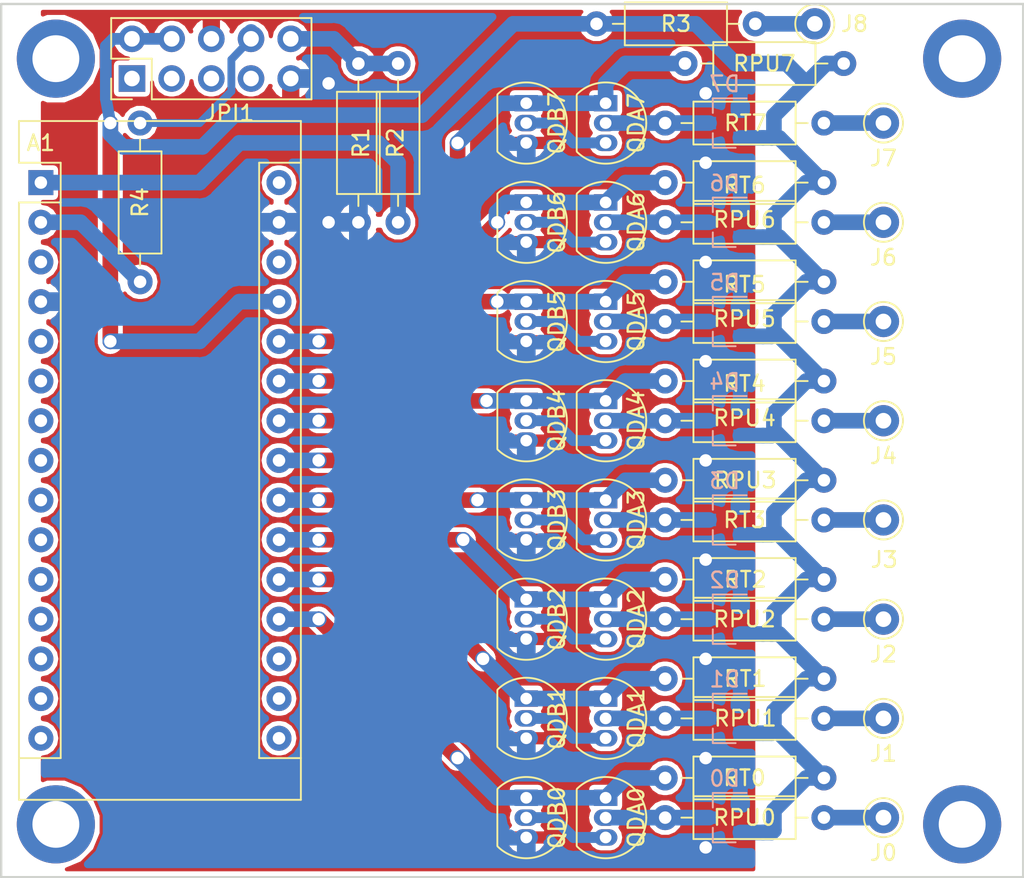
<source format=kicad_pcb>
(kicad_pcb (version 20171130) (host pcbnew 5.0.2-bee76a0~70~ubuntu16.04.1)

  (general
    (thickness 1.6)
    (drawings 8)
    (tracks 262)
    (zones 0)
    (modules 55)
    (nets 40)
  )

  (page A4)
  (layers
    (0 F.Cu signal)
    (31 B.Cu signal hide)
    (32 B.Adhes user hide)
    (33 F.Adhes user hide)
    (34 B.Paste user hide)
    (35 F.Paste user hide)
    (36 B.SilkS user hide)
    (37 F.SilkS user)
    (38 B.Mask user)
    (39 F.Mask user)
    (40 Dwgs.User user)
    (41 Cmts.User user)
    (42 Eco1.User user)
    (43 Eco2.User user)
    (44 Edge.Cuts user)
    (45 Margin user)
    (46 B.CrtYd user hide)
    (47 F.CrtYd user hide)
    (48 B.Fab user hide)
    (49 F.Fab user hide)
  )

  (setup
    (last_trace_width 1)
    (trace_clearance 0.1)
    (zone_clearance 0.3)
    (zone_45_only no)
    (trace_min 0.2)
    (segment_width 0.2)
    (edge_width 0.15)
    (via_size 1)
    (via_drill 0.8)
    (via_min_size 0.4)
    (via_min_drill 0.3)
    (uvia_size 0.3)
    (uvia_drill 0.1)
    (uvias_allowed no)
    (uvia_min_size 0.2)
    (uvia_min_drill 0.1)
    (pcb_text_width 0.3)
    (pcb_text_size 1.5 1.5)
    (mod_edge_width 0.15)
    (mod_text_size 1 1)
    (mod_text_width 0.15)
    (pad_size 1.524 1.524)
    (pad_drill 0.762)
    (pad_to_mask_clearance 0.051)
    (solder_mask_min_width 0.25)
    (aux_axis_origin 0 0)
    (visible_elements FFFFFF7F)
    (pcbplotparams
      (layerselection 0x010fc_ffffffff)
      (usegerberextensions false)
      (usegerberattributes false)
      (usegerberadvancedattributes false)
      (creategerberjobfile false)
      (excludeedgelayer true)
      (linewidth 0.100000)
      (plotframeref false)
      (viasonmask false)
      (mode 1)
      (useauxorigin false)
      (hpglpennumber 1)
      (hpglpenspeed 20)
      (hpglpendiameter 15.000000)
      (psnegative false)
      (psa4output false)
      (plotreference true)
      (plotvalue true)
      (plotinvisibletext false)
      (padsonsilk false)
      (subtractmaskfromsilk false)
      (outputformat 1)
      (mirror false)
      (drillshape 1)
      (scaleselection 1)
      (outputdirectory ""))
  )

  (net 0 "")
  (net 1 TX_ARDUINO)
  (net 2 RX_ARDUINO)
  (net 3 A0)
  (net 4 GND)
  (net 5 A1)
  (net 6 A2)
  (net 7 A3)
  (net 8 A4)
  (net 9 A5)
  (net 10 A6)
  (net 11 A7)
  (net 12 VCC)
  (net 13 "Net-(J0-Pad1)")
  (net 14 "Net-(J1-Pad1)")
  (net 15 "Net-(J2-Pad1)")
  (net 16 "Net-(J3-Pad1)")
  (net 17 "Net-(J4-Pad1)")
  (net 18 "Net-(J5-Pad1)")
  (net 19 "Net-(J6-Pad1)")
  (net 20 "Net-(J7-Pad1)")
  (net 21 "Net-(J8-Pad1)")
  (net 22 "Net-(JPI1-Pad8)")
  (net 23 "Net-(JPI1-Pad10)")
  (net 24 "Net-(QDA0-Pad3)")
  (net 25 "Net-(QDA1-Pad3)")
  (net 26 "Net-(QDA2-Pad3)")
  (net 27 "Net-(QDA3-Pad3)")
  (net 28 "Net-(QDA4-Pad3)")
  (net 29 "Net-(QDA5-Pad3)")
  (net 30 "Net-(QDA6-Pad3)")
  (net 31 "Net-(QDA7-Pad3)")
  (net 32 "Net-(D0-Pad3)")
  (net 33 "Net-(D1-Pad3)")
  (net 34 "Net-(D2-Pad3)")
  (net 35 "Net-(D3-Pad3)")
  (net 36 "Net-(D4-Pad3)")
  (net 37 "Net-(D5-Pad3)")
  (net 38 "Net-(D6-Pad3)")
  (net 39 "Net-(D7-Pad3)")

  (net_class Default "This is the default net class."
    (clearance 0.1)
    (trace_width 1)
    (via_dia 1)
    (via_drill 0.8)
    (uvia_dia 0.3)
    (uvia_drill 0.1)
    (add_net A0)
    (add_net A1)
    (add_net A2)
    (add_net A3)
    (add_net A4)
    (add_net A5)
    (add_net A6)
    (add_net A7)
    (add_net GND)
    (add_net "Net-(D0-Pad3)")
    (add_net "Net-(D1-Pad3)")
    (add_net "Net-(D2-Pad3)")
    (add_net "Net-(D3-Pad3)")
    (add_net "Net-(D4-Pad3)")
    (add_net "Net-(D5-Pad3)")
    (add_net "Net-(D6-Pad3)")
    (add_net "Net-(D7-Pad3)")
    (add_net "Net-(J0-Pad1)")
    (add_net "Net-(J1-Pad1)")
    (add_net "Net-(J2-Pad1)")
    (add_net "Net-(J3-Pad1)")
    (add_net "Net-(J4-Pad1)")
    (add_net "Net-(J5-Pad1)")
    (add_net "Net-(J6-Pad1)")
    (add_net "Net-(J7-Pad1)")
    (add_net "Net-(J8-Pad1)")
    (add_net "Net-(JPI1-Pad10)")
    (add_net "Net-(JPI1-Pad8)")
    (add_net "Net-(QDA0-Pad3)")
    (add_net "Net-(QDA1-Pad3)")
    (add_net "Net-(QDA2-Pad3)")
    (add_net "Net-(QDA3-Pad3)")
    (add_net "Net-(QDA4-Pad3)")
    (add_net "Net-(QDA5-Pad3)")
    (add_net "Net-(QDA6-Pad3)")
    (add_net "Net-(QDA7-Pad3)")
    (add_net RX_ARDUINO)
    (add_net TX_ARDUINO)
    (add_net VCC)
  )

  (module Module:Arduino_Nano (layer F.Cu) (tedit 58ACAF70) (tstamp 5E3A6417)
    (at 15.24 24.13)
    (descr "Arduino Nano, http://www.mouser.com/pdfdocs/Gravitech_Arduino_Nano3_0.pdf")
    (tags "Arduino Nano")
    (path /5E2DE164)
    (fp_text reference A1 (at 0 -2.54) (layer F.SilkS)
      (effects (font (size 1 1) (thickness 0.15)))
    )
    (fp_text value Arduino_Nano_v3.x (at 8.89 19.05 90) (layer F.Fab)
      (effects (font (size 1 1) (thickness 0.15)))
    )
    (fp_text user %R (at 6.35 19.05 90) (layer F.Fab)
      (effects (font (size 1 1) (thickness 0.15)))
    )
    (fp_line (start 1.27 1.27) (end 1.27 -1.27) (layer F.SilkS) (width 0.12))
    (fp_line (start 1.27 -1.27) (end -1.4 -1.27) (layer F.SilkS) (width 0.12))
    (fp_line (start -1.4 1.27) (end -1.4 39.5) (layer F.SilkS) (width 0.12))
    (fp_line (start -1.4 -3.94) (end -1.4 -1.27) (layer F.SilkS) (width 0.12))
    (fp_line (start 13.97 -1.27) (end 16.64 -1.27) (layer F.SilkS) (width 0.12))
    (fp_line (start 13.97 -1.27) (end 13.97 36.83) (layer F.SilkS) (width 0.12))
    (fp_line (start 13.97 36.83) (end 16.64 36.83) (layer F.SilkS) (width 0.12))
    (fp_line (start 1.27 1.27) (end -1.4 1.27) (layer F.SilkS) (width 0.12))
    (fp_line (start 1.27 1.27) (end 1.27 36.83) (layer F.SilkS) (width 0.12))
    (fp_line (start 1.27 36.83) (end -1.4 36.83) (layer F.SilkS) (width 0.12))
    (fp_line (start 3.81 31.75) (end 11.43 31.75) (layer F.Fab) (width 0.1))
    (fp_line (start 11.43 31.75) (end 11.43 41.91) (layer F.Fab) (width 0.1))
    (fp_line (start 11.43 41.91) (end 3.81 41.91) (layer F.Fab) (width 0.1))
    (fp_line (start 3.81 41.91) (end 3.81 31.75) (layer F.Fab) (width 0.1))
    (fp_line (start -1.4 39.5) (end 16.64 39.5) (layer F.SilkS) (width 0.12))
    (fp_line (start 16.64 39.5) (end 16.64 -3.94) (layer F.SilkS) (width 0.12))
    (fp_line (start 16.64 -3.94) (end -1.4 -3.94) (layer F.SilkS) (width 0.12))
    (fp_line (start 16.51 39.37) (end -1.27 39.37) (layer F.Fab) (width 0.1))
    (fp_line (start -1.27 39.37) (end -1.27 -2.54) (layer F.Fab) (width 0.1))
    (fp_line (start -1.27 -2.54) (end 0 -3.81) (layer F.Fab) (width 0.1))
    (fp_line (start 0 -3.81) (end 16.51 -3.81) (layer F.Fab) (width 0.1))
    (fp_line (start 16.51 -3.81) (end 16.51 39.37) (layer F.Fab) (width 0.1))
    (fp_line (start -1.53 -4.06) (end 16.75 -4.06) (layer F.CrtYd) (width 0.05))
    (fp_line (start -1.53 -4.06) (end -1.53 42.16) (layer F.CrtYd) (width 0.05))
    (fp_line (start 16.75 42.16) (end 16.75 -4.06) (layer F.CrtYd) (width 0.05))
    (fp_line (start 16.75 42.16) (end -1.53 42.16) (layer F.CrtYd) (width 0.05))
    (pad 1 thru_hole rect (at 0 0) (size 1.6 1.6) (drill 0.8) (layers *.Cu *.Mask)
      (net 1 TX_ARDUINO))
    (pad 17 thru_hole oval (at 15.24 33.02) (size 1.6 1.6) (drill 0.8) (layers *.Cu *.Mask))
    (pad 2 thru_hole oval (at 0 2.54) (size 1.6 1.6) (drill 0.8) (layers *.Cu *.Mask)
      (net 2 RX_ARDUINO))
    (pad 18 thru_hole oval (at 15.24 30.48) (size 1.6 1.6) (drill 0.8) (layers *.Cu *.Mask))
    (pad 3 thru_hole oval (at 0 5.08) (size 1.6 1.6) (drill 0.8) (layers *.Cu *.Mask))
    (pad 19 thru_hole oval (at 15.24 27.94) (size 1.6 1.6) (drill 0.8) (layers *.Cu *.Mask)
      (net 3 A0))
    (pad 4 thru_hole oval (at 0 7.62) (size 1.6 1.6) (drill 0.8) (layers *.Cu *.Mask)
      (net 4 GND))
    (pad 20 thru_hole oval (at 15.24 25.4) (size 1.6 1.6) (drill 0.8) (layers *.Cu *.Mask)
      (net 5 A1))
    (pad 5 thru_hole oval (at 0 10.16) (size 1.6 1.6) (drill 0.8) (layers *.Cu *.Mask))
    (pad 21 thru_hole oval (at 15.24 22.86) (size 1.6 1.6) (drill 0.8) (layers *.Cu *.Mask)
      (net 6 A2))
    (pad 6 thru_hole oval (at 0 12.7) (size 1.6 1.6) (drill 0.8) (layers *.Cu *.Mask))
    (pad 22 thru_hole oval (at 15.24 20.32) (size 1.6 1.6) (drill 0.8) (layers *.Cu *.Mask)
      (net 7 A3))
    (pad 7 thru_hole oval (at 0 15.24) (size 1.6 1.6) (drill 0.8) (layers *.Cu *.Mask))
    (pad 23 thru_hole oval (at 15.24 17.78) (size 1.6 1.6) (drill 0.8) (layers *.Cu *.Mask)
      (net 8 A4))
    (pad 8 thru_hole oval (at 0 17.78) (size 1.6 1.6) (drill 0.8) (layers *.Cu *.Mask))
    (pad 24 thru_hole oval (at 15.24 15.24) (size 1.6 1.6) (drill 0.8) (layers *.Cu *.Mask)
      (net 9 A5))
    (pad 9 thru_hole oval (at 0 20.32) (size 1.6 1.6) (drill 0.8) (layers *.Cu *.Mask))
    (pad 25 thru_hole oval (at 15.24 12.7) (size 1.6 1.6) (drill 0.8) (layers *.Cu *.Mask)
      (net 10 A6))
    (pad 10 thru_hole oval (at 0 22.86) (size 1.6 1.6) (drill 0.8) (layers *.Cu *.Mask))
    (pad 26 thru_hole oval (at 15.24 10.16) (size 1.6 1.6) (drill 0.8) (layers *.Cu *.Mask)
      (net 11 A7))
    (pad 11 thru_hole oval (at 0 25.4) (size 1.6 1.6) (drill 0.8) (layers *.Cu *.Mask))
    (pad 27 thru_hole oval (at 15.24 7.62) (size 1.6 1.6) (drill 0.8) (layers *.Cu *.Mask)
      (net 12 VCC))
    (pad 12 thru_hole oval (at 0 27.94) (size 1.6 1.6) (drill 0.8) (layers *.Cu *.Mask))
    (pad 28 thru_hole oval (at 15.24 5.08) (size 1.6 1.6) (drill 0.8) (layers *.Cu *.Mask))
    (pad 13 thru_hole oval (at 0 30.48) (size 1.6 1.6) (drill 0.8) (layers *.Cu *.Mask))
    (pad 29 thru_hole oval (at 15.24 2.54) (size 1.6 1.6) (drill 0.8) (layers *.Cu *.Mask)
      (net 4 GND))
    (pad 14 thru_hole oval (at 0 33.02) (size 1.6 1.6) (drill 0.8) (layers *.Cu *.Mask))
    (pad 30 thru_hole oval (at 15.24 0) (size 1.6 1.6) (drill 0.8) (layers *.Cu *.Mask))
    (pad 15 thru_hole oval (at 0 35.56) (size 1.6 1.6) (drill 0.8) (layers *.Cu *.Mask))
    (pad 16 thru_hole oval (at 15.24 35.56) (size 1.6 1.6) (drill 0.8) (layers *.Cu *.Mask))
    (model ${KISYS3DMOD}/Module.3dshapes/Arduino_Nano_WithMountingHoles.wrl
      (at (xyz 0 0 0))
      (scale (xyz 1 1 1))
      (rotate (xyz 0 0 0))
    )
  )

  (module Package_TO_SOT_SMD:SOT-23 (layer B.Cu) (tedit 5A02FF57) (tstamp 5E3A4108)
    (at 59.002575 64.77 180)
    (descr "SOT-23, Standard")
    (tags SOT-23)
    (path /5E2D8D32)
    (attr smd)
    (fp_text reference D0 (at 0 2.5 180) (layer B.SilkS)
      (effects (font (size 1 1) (thickness 0.15)) (justify mirror))
    )
    (fp_text value BAV99 (at 0 -2.5 180) (layer B.Fab)
      (effects (font (size 1 1) (thickness 0.15)) (justify mirror))
    )
    (fp_text user %R (at 0 0 90) (layer B.Fab)
      (effects (font (size 0.5 0.5) (thickness 0.075)) (justify mirror))
    )
    (fp_line (start -0.7 0.95) (end -0.7 -1.5) (layer B.Fab) (width 0.1))
    (fp_line (start -0.15 1.52) (end 0.7 1.52) (layer B.Fab) (width 0.1))
    (fp_line (start -0.7 0.95) (end -0.15 1.52) (layer B.Fab) (width 0.1))
    (fp_line (start 0.7 1.52) (end 0.7 -1.52) (layer B.Fab) (width 0.1))
    (fp_line (start -0.7 -1.52) (end 0.7 -1.52) (layer B.Fab) (width 0.1))
    (fp_line (start 0.76 -1.58) (end 0.76 -0.65) (layer B.SilkS) (width 0.12))
    (fp_line (start 0.76 1.58) (end 0.76 0.65) (layer B.SilkS) (width 0.12))
    (fp_line (start -1.7 1.75) (end 1.7 1.75) (layer B.CrtYd) (width 0.05))
    (fp_line (start 1.7 1.75) (end 1.7 -1.75) (layer B.CrtYd) (width 0.05))
    (fp_line (start 1.7 -1.75) (end -1.7 -1.75) (layer B.CrtYd) (width 0.05))
    (fp_line (start -1.7 -1.75) (end -1.7 1.75) (layer B.CrtYd) (width 0.05))
    (fp_line (start 0.76 1.58) (end -1.4 1.58) (layer B.SilkS) (width 0.12))
    (fp_line (start 0.76 -1.58) (end -0.7 -1.58) (layer B.SilkS) (width 0.12))
    (pad 1 smd rect (at -1 0.95 180) (size 0.9 0.8) (layers B.Cu B.Paste B.Mask)
      (net 4 GND))
    (pad 2 smd rect (at -1 -0.95 180) (size 0.9 0.8) (layers B.Cu B.Paste B.Mask)
      (net 12 VCC))
    (pad 3 smd rect (at 1 0 180) (size 0.9 0.8) (layers B.Cu B.Paste B.Mask)
      (net 32 "Net-(D0-Pad3)"))
    (model ${KISYS3DMOD}/Package_TO_SOT_SMD.3dshapes/SOT-23.wrl
      (at (xyz 0 0 0))
      (scale (xyz 1 1 1))
      (rotate (xyz 0 0 0))
    )
  )

  (module Package_TO_SOT_SMD:SOT-23 (layer B.Cu) (tedit 5A02FF57) (tstamp 5E3A1536)
    (at 59.002575 58.42 180)
    (descr "SOT-23, Standard")
    (tags SOT-23)
    (path /5E35129E)
    (attr smd)
    (fp_text reference D1 (at 0 2.5 180) (layer B.SilkS)
      (effects (font (size 1 1) (thickness 0.15)) (justify mirror))
    )
    (fp_text value BAV99 (at 0 -2.5 180) (layer B.Fab)
      (effects (font (size 1 1) (thickness 0.15)) (justify mirror))
    )
    (fp_text user %R (at 0 0 90) (layer B.Fab)
      (effects (font (size 0.5 0.5) (thickness 0.075)) (justify mirror))
    )
    (fp_line (start -0.7 0.95) (end -0.7 -1.5) (layer B.Fab) (width 0.1))
    (fp_line (start -0.15 1.52) (end 0.7 1.52) (layer B.Fab) (width 0.1))
    (fp_line (start -0.7 0.95) (end -0.15 1.52) (layer B.Fab) (width 0.1))
    (fp_line (start 0.7 1.52) (end 0.7 -1.52) (layer B.Fab) (width 0.1))
    (fp_line (start -0.7 -1.52) (end 0.7 -1.52) (layer B.Fab) (width 0.1))
    (fp_line (start 0.76 -1.58) (end 0.76 -0.65) (layer B.SilkS) (width 0.12))
    (fp_line (start 0.76 1.58) (end 0.76 0.65) (layer B.SilkS) (width 0.12))
    (fp_line (start -1.7 1.75) (end 1.7 1.75) (layer B.CrtYd) (width 0.05))
    (fp_line (start 1.7 1.75) (end 1.7 -1.75) (layer B.CrtYd) (width 0.05))
    (fp_line (start 1.7 -1.75) (end -1.7 -1.75) (layer B.CrtYd) (width 0.05))
    (fp_line (start -1.7 -1.75) (end -1.7 1.75) (layer B.CrtYd) (width 0.05))
    (fp_line (start 0.76 1.58) (end -1.4 1.58) (layer B.SilkS) (width 0.12))
    (fp_line (start 0.76 -1.58) (end -0.7 -1.58) (layer B.SilkS) (width 0.12))
    (pad 1 smd rect (at -1 0.95 180) (size 0.9 0.8) (layers B.Cu B.Paste B.Mask)
      (net 4 GND))
    (pad 2 smd rect (at -1 -0.95 180) (size 0.9 0.8) (layers B.Cu B.Paste B.Mask)
      (net 12 VCC))
    (pad 3 smd rect (at 1 0 180) (size 0.9 0.8) (layers B.Cu B.Paste B.Mask)
      (net 33 "Net-(D1-Pad3)"))
    (model ${KISYS3DMOD}/Package_TO_SOT_SMD.3dshapes/SOT-23.wrl
      (at (xyz 0 0 0))
      (scale (xyz 1 1 1))
      (rotate (xyz 0 0 0))
    )
  )

  (module Package_TO_SOT_SMD:SOT-23 (layer B.Cu) (tedit 5A02FF57) (tstamp 5E3A154B)
    (at 59.002575 52.07 180)
    (descr "SOT-23, Standard")
    (tags SOT-23)
    (path /5E35234F)
    (attr smd)
    (fp_text reference D2 (at 0 2.5 180) (layer B.SilkS)
      (effects (font (size 1 1) (thickness 0.15)) (justify mirror))
    )
    (fp_text value BAV99 (at 0 -2.5 180) (layer B.Fab)
      (effects (font (size 1 1) (thickness 0.15)) (justify mirror))
    )
    (fp_text user %R (at 0 0 90) (layer B.Fab)
      (effects (font (size 0.5 0.5) (thickness 0.075)) (justify mirror))
    )
    (fp_line (start -0.7 0.95) (end -0.7 -1.5) (layer B.Fab) (width 0.1))
    (fp_line (start -0.15 1.52) (end 0.7 1.52) (layer B.Fab) (width 0.1))
    (fp_line (start -0.7 0.95) (end -0.15 1.52) (layer B.Fab) (width 0.1))
    (fp_line (start 0.7 1.52) (end 0.7 -1.52) (layer B.Fab) (width 0.1))
    (fp_line (start -0.7 -1.52) (end 0.7 -1.52) (layer B.Fab) (width 0.1))
    (fp_line (start 0.76 -1.58) (end 0.76 -0.65) (layer B.SilkS) (width 0.12))
    (fp_line (start 0.76 1.58) (end 0.76 0.65) (layer B.SilkS) (width 0.12))
    (fp_line (start -1.7 1.75) (end 1.7 1.75) (layer B.CrtYd) (width 0.05))
    (fp_line (start 1.7 1.75) (end 1.7 -1.75) (layer B.CrtYd) (width 0.05))
    (fp_line (start 1.7 -1.75) (end -1.7 -1.75) (layer B.CrtYd) (width 0.05))
    (fp_line (start -1.7 -1.75) (end -1.7 1.75) (layer B.CrtYd) (width 0.05))
    (fp_line (start 0.76 1.58) (end -1.4 1.58) (layer B.SilkS) (width 0.12))
    (fp_line (start 0.76 -1.58) (end -0.7 -1.58) (layer B.SilkS) (width 0.12))
    (pad 1 smd rect (at -1 0.95 180) (size 0.9 0.8) (layers B.Cu B.Paste B.Mask)
      (net 4 GND))
    (pad 2 smd rect (at -1 -0.95 180) (size 0.9 0.8) (layers B.Cu B.Paste B.Mask)
      (net 12 VCC))
    (pad 3 smd rect (at 1 0 180) (size 0.9 0.8) (layers B.Cu B.Paste B.Mask)
      (net 34 "Net-(D2-Pad3)"))
    (model ${KISYS3DMOD}/Package_TO_SOT_SMD.3dshapes/SOT-23.wrl
      (at (xyz 0 0 0))
      (scale (xyz 1 1 1))
      (rotate (xyz 0 0 0))
    )
  )

  (module Package_TO_SOT_SMD:SOT-23 (layer B.Cu) (tedit 5A02FF57) (tstamp 5E3A4DE1)
    (at 59.002575 45.72 180)
    (descr "SOT-23, Standard")
    (tags SOT-23)
    (path /5E3523A9)
    (attr smd)
    (fp_text reference D3 (at 0 2.5 180) (layer B.SilkS)
      (effects (font (size 1 1) (thickness 0.15)) (justify mirror))
    )
    (fp_text value BAV99 (at 0 -2.5 180) (layer B.Fab)
      (effects (font (size 1 1) (thickness 0.15)) (justify mirror))
    )
    (fp_line (start 0.76 -1.58) (end -0.7 -1.58) (layer B.SilkS) (width 0.12))
    (fp_line (start 0.76 1.58) (end -1.4 1.58) (layer B.SilkS) (width 0.12))
    (fp_line (start -1.7 -1.75) (end -1.7 1.75) (layer B.CrtYd) (width 0.05))
    (fp_line (start 1.7 -1.75) (end -1.7 -1.75) (layer B.CrtYd) (width 0.05))
    (fp_line (start 1.7 1.75) (end 1.7 -1.75) (layer B.CrtYd) (width 0.05))
    (fp_line (start -1.7 1.75) (end 1.7 1.75) (layer B.CrtYd) (width 0.05))
    (fp_line (start 0.76 1.58) (end 0.76 0.65) (layer B.SilkS) (width 0.12))
    (fp_line (start 0.76 -1.58) (end 0.76 -0.65) (layer B.SilkS) (width 0.12))
    (fp_line (start -0.7 -1.52) (end 0.7 -1.52) (layer B.Fab) (width 0.1))
    (fp_line (start 0.7 1.52) (end 0.7 -1.52) (layer B.Fab) (width 0.1))
    (fp_line (start -0.7 0.95) (end -0.15 1.52) (layer B.Fab) (width 0.1))
    (fp_line (start -0.15 1.52) (end 0.7 1.52) (layer B.Fab) (width 0.1))
    (fp_line (start -0.7 0.95) (end -0.7 -1.5) (layer B.Fab) (width 0.1))
    (fp_text user %R (at 0 0 90) (layer B.Fab)
      (effects (font (size 0.5 0.5) (thickness 0.075)) (justify mirror))
    )
    (pad 3 smd rect (at 1 0 180) (size 0.9 0.8) (layers B.Cu B.Paste B.Mask)
      (net 35 "Net-(D3-Pad3)"))
    (pad 2 smd rect (at -1 -0.95 180) (size 0.9 0.8) (layers B.Cu B.Paste B.Mask)
      (net 12 VCC))
    (pad 1 smd rect (at -1 0.95 180) (size 0.9 0.8) (layers B.Cu B.Paste B.Mask)
      (net 4 GND))
    (model ${KISYS3DMOD}/Package_TO_SOT_SMD.3dshapes/SOT-23.wrl
      (at (xyz 0 0 0))
      (scale (xyz 1 1 1))
      (rotate (xyz 0 0 0))
    )
  )

  (module Package_TO_SOT_SMD:SOT-23 (layer B.Cu) (tedit 5A02FF57) (tstamp 5E3A1575)
    (at 59.002575 39.37 180)
    (descr "SOT-23, Standard")
    (tags SOT-23)
    (path /5E354530)
    (attr smd)
    (fp_text reference D4 (at 0 2.5 180) (layer B.SilkS)
      (effects (font (size 1 1) (thickness 0.15)) (justify mirror))
    )
    (fp_text value BAV99 (at 0 -2.5 180) (layer B.Fab)
      (effects (font (size 1 1) (thickness 0.15)) (justify mirror))
    )
    (fp_line (start 0.76 -1.58) (end -0.7 -1.58) (layer B.SilkS) (width 0.12))
    (fp_line (start 0.76 1.58) (end -1.4 1.58) (layer B.SilkS) (width 0.12))
    (fp_line (start -1.7 -1.75) (end -1.7 1.75) (layer B.CrtYd) (width 0.05))
    (fp_line (start 1.7 -1.75) (end -1.7 -1.75) (layer B.CrtYd) (width 0.05))
    (fp_line (start 1.7 1.75) (end 1.7 -1.75) (layer B.CrtYd) (width 0.05))
    (fp_line (start -1.7 1.75) (end 1.7 1.75) (layer B.CrtYd) (width 0.05))
    (fp_line (start 0.76 1.58) (end 0.76 0.65) (layer B.SilkS) (width 0.12))
    (fp_line (start 0.76 -1.58) (end 0.76 -0.65) (layer B.SilkS) (width 0.12))
    (fp_line (start -0.7 -1.52) (end 0.7 -1.52) (layer B.Fab) (width 0.1))
    (fp_line (start 0.7 1.52) (end 0.7 -1.52) (layer B.Fab) (width 0.1))
    (fp_line (start -0.7 0.95) (end -0.15 1.52) (layer B.Fab) (width 0.1))
    (fp_line (start -0.15 1.52) (end 0.7 1.52) (layer B.Fab) (width 0.1))
    (fp_line (start -0.7 0.95) (end -0.7 -1.5) (layer B.Fab) (width 0.1))
    (fp_text user %R (at 0 0 90) (layer B.Fab)
      (effects (font (size 0.5 0.5) (thickness 0.075)) (justify mirror))
    )
    (pad 3 smd rect (at 1 0 180) (size 0.9 0.8) (layers B.Cu B.Paste B.Mask)
      (net 36 "Net-(D4-Pad3)"))
    (pad 2 smd rect (at -1 -0.95 180) (size 0.9 0.8) (layers B.Cu B.Paste B.Mask)
      (net 12 VCC))
    (pad 1 smd rect (at -1 0.95 180) (size 0.9 0.8) (layers B.Cu B.Paste B.Mask)
      (net 4 GND))
    (model ${KISYS3DMOD}/Package_TO_SOT_SMD.3dshapes/SOT-23.wrl
      (at (xyz 0 0 0))
      (scale (xyz 1 1 1))
      (rotate (xyz 0 0 0))
    )
  )

  (module Package_TO_SOT_SMD:SOT-23 (layer B.Cu) (tedit 5A02FF57) (tstamp 5E3A158A)
    (at 59.002575 33.02 180)
    (descr "SOT-23, Standard")
    (tags SOT-23)
    (path /5E35458A)
    (attr smd)
    (fp_text reference D5 (at 0 2.5 180) (layer B.SilkS)
      (effects (font (size 1 1) (thickness 0.15)) (justify mirror))
    )
    (fp_text value BAV99 (at 0 -2.5 180) (layer B.Fab)
      (effects (font (size 1 1) (thickness 0.15)) (justify mirror))
    )
    (fp_line (start 0.76 -1.58) (end -0.7 -1.58) (layer B.SilkS) (width 0.12))
    (fp_line (start 0.76 1.58) (end -1.4 1.58) (layer B.SilkS) (width 0.12))
    (fp_line (start -1.7 -1.75) (end -1.7 1.75) (layer B.CrtYd) (width 0.05))
    (fp_line (start 1.7 -1.75) (end -1.7 -1.75) (layer B.CrtYd) (width 0.05))
    (fp_line (start 1.7 1.75) (end 1.7 -1.75) (layer B.CrtYd) (width 0.05))
    (fp_line (start -1.7 1.75) (end 1.7 1.75) (layer B.CrtYd) (width 0.05))
    (fp_line (start 0.76 1.58) (end 0.76 0.65) (layer B.SilkS) (width 0.12))
    (fp_line (start 0.76 -1.58) (end 0.76 -0.65) (layer B.SilkS) (width 0.12))
    (fp_line (start -0.7 -1.52) (end 0.7 -1.52) (layer B.Fab) (width 0.1))
    (fp_line (start 0.7 1.52) (end 0.7 -1.52) (layer B.Fab) (width 0.1))
    (fp_line (start -0.7 0.95) (end -0.15 1.52) (layer B.Fab) (width 0.1))
    (fp_line (start -0.15 1.52) (end 0.7 1.52) (layer B.Fab) (width 0.1))
    (fp_line (start -0.7 0.95) (end -0.7 -1.5) (layer B.Fab) (width 0.1))
    (fp_text user %R (at 0 0 90) (layer B.Fab)
      (effects (font (size 0.5 0.5) (thickness 0.075)) (justify mirror))
    )
    (pad 3 smd rect (at 1 0 180) (size 0.9 0.8) (layers B.Cu B.Paste B.Mask)
      (net 37 "Net-(D5-Pad3)"))
    (pad 2 smd rect (at -1 -0.95 180) (size 0.9 0.8) (layers B.Cu B.Paste B.Mask)
      (net 12 VCC))
    (pad 1 smd rect (at -1 0.95 180) (size 0.9 0.8) (layers B.Cu B.Paste B.Mask)
      (net 4 GND))
    (model ${KISYS3DMOD}/Package_TO_SOT_SMD.3dshapes/SOT-23.wrl
      (at (xyz 0 0 0))
      (scale (xyz 1 1 1))
      (rotate (xyz 0 0 0))
    )
  )

  (module Package_TO_SOT_SMD:SOT-23 (layer B.Cu) (tedit 5A02FF57) (tstamp 5E3A5BEA)
    (at 59.002575 26.67 180)
    (descr "SOT-23, Standard")
    (tags SOT-23)
    (path /5E3545E4)
    (attr smd)
    (fp_text reference D6 (at 0 2.5 180) (layer B.SilkS)
      (effects (font (size 1 1) (thickness 0.15)) (justify mirror))
    )
    (fp_text value BAV99 (at 0 -2.5 180) (layer B.Fab)
      (effects (font (size 1 1) (thickness 0.15)) (justify mirror))
    )
    (fp_line (start 0.76 -1.58) (end -0.7 -1.58) (layer B.SilkS) (width 0.12))
    (fp_line (start 0.76 1.58) (end -1.4 1.58) (layer B.SilkS) (width 0.12))
    (fp_line (start -1.7 -1.75) (end -1.7 1.75) (layer B.CrtYd) (width 0.05))
    (fp_line (start 1.7 -1.75) (end -1.7 -1.75) (layer B.CrtYd) (width 0.05))
    (fp_line (start 1.7 1.75) (end 1.7 -1.75) (layer B.CrtYd) (width 0.05))
    (fp_line (start -1.7 1.75) (end 1.7 1.75) (layer B.CrtYd) (width 0.05))
    (fp_line (start 0.76 1.58) (end 0.76 0.65) (layer B.SilkS) (width 0.12))
    (fp_line (start 0.76 -1.58) (end 0.76 -0.65) (layer B.SilkS) (width 0.12))
    (fp_line (start -0.7 -1.52) (end 0.7 -1.52) (layer B.Fab) (width 0.1))
    (fp_line (start 0.7 1.52) (end 0.7 -1.52) (layer B.Fab) (width 0.1))
    (fp_line (start -0.7 0.95) (end -0.15 1.52) (layer B.Fab) (width 0.1))
    (fp_line (start -0.15 1.52) (end 0.7 1.52) (layer B.Fab) (width 0.1))
    (fp_line (start -0.7 0.95) (end -0.7 -1.5) (layer B.Fab) (width 0.1))
    (fp_text user %R (at 0 0 90) (layer B.Fab)
      (effects (font (size 0.5 0.5) (thickness 0.075)) (justify mirror))
    )
    (pad 3 smd rect (at 1 0 180) (size 0.9 0.8) (layers B.Cu B.Paste B.Mask)
      (net 38 "Net-(D6-Pad3)"))
    (pad 2 smd rect (at -1 -0.95 180) (size 0.9 0.8) (layers B.Cu B.Paste B.Mask)
      (net 12 VCC))
    (pad 1 smd rect (at -1 0.95 180) (size 0.9 0.8) (layers B.Cu B.Paste B.Mask)
      (net 4 GND))
    (model ${KISYS3DMOD}/Package_TO_SOT_SMD.3dshapes/SOT-23.wrl
      (at (xyz 0 0 0))
      (scale (xyz 1 1 1))
      (rotate (xyz 0 0 0))
    )
  )

  (module Package_TO_SOT_SMD:SOT-23 (layer B.Cu) (tedit 5A02FF57) (tstamp 5E3A15B4)
    (at 59.002575 20.32 180)
    (descr "SOT-23, Standard")
    (tags SOT-23)
    (path /5E35463E)
    (attr smd)
    (fp_text reference D7 (at 0 2.5 180) (layer B.SilkS)
      (effects (font (size 1 1) (thickness 0.15)) (justify mirror))
    )
    (fp_text value BAV99 (at 0 -2.5 180) (layer B.Fab)
      (effects (font (size 1 1) (thickness 0.15)) (justify mirror))
    )
    (fp_text user %R (at 0 0 90) (layer B.Fab)
      (effects (font (size 0.5 0.5) (thickness 0.075)) (justify mirror))
    )
    (fp_line (start -0.7 0.95) (end -0.7 -1.5) (layer B.Fab) (width 0.1))
    (fp_line (start -0.15 1.52) (end 0.7 1.52) (layer B.Fab) (width 0.1))
    (fp_line (start -0.7 0.95) (end -0.15 1.52) (layer B.Fab) (width 0.1))
    (fp_line (start 0.7 1.52) (end 0.7 -1.52) (layer B.Fab) (width 0.1))
    (fp_line (start -0.7 -1.52) (end 0.7 -1.52) (layer B.Fab) (width 0.1))
    (fp_line (start 0.76 -1.58) (end 0.76 -0.65) (layer B.SilkS) (width 0.12))
    (fp_line (start 0.76 1.58) (end 0.76 0.65) (layer B.SilkS) (width 0.12))
    (fp_line (start -1.7 1.75) (end 1.7 1.75) (layer B.CrtYd) (width 0.05))
    (fp_line (start 1.7 1.75) (end 1.7 -1.75) (layer B.CrtYd) (width 0.05))
    (fp_line (start 1.7 -1.75) (end -1.7 -1.75) (layer B.CrtYd) (width 0.05))
    (fp_line (start -1.7 -1.75) (end -1.7 1.75) (layer B.CrtYd) (width 0.05))
    (fp_line (start 0.76 1.58) (end -1.4 1.58) (layer B.SilkS) (width 0.12))
    (fp_line (start 0.76 -1.58) (end -0.7 -1.58) (layer B.SilkS) (width 0.12))
    (pad 1 smd rect (at -1 0.95 180) (size 0.9 0.8) (layers B.Cu B.Paste B.Mask)
      (net 4 GND))
    (pad 2 smd rect (at -1 -0.95 180) (size 0.9 0.8) (layers B.Cu B.Paste B.Mask)
      (net 12 VCC))
    (pad 3 smd rect (at 1 0 180) (size 0.9 0.8) (layers B.Cu B.Paste B.Mask)
      (net 39 "Net-(D7-Pad3)"))
    (model ${KISYS3DMOD}/Package_TO_SOT_SMD.3dshapes/SOT-23.wrl
      (at (xyz 0 0 0))
      (scale (xyz 1 1 1))
      (rotate (xyz 0 0 0))
    )
  )

  (module Connector_Pin:Pin_D1.0mm_L10.0mm (layer F.Cu) (tedit 5A1DC084) (tstamp 5E3A40E2)
    (at 69.162575 64.77)
    (descr "solder Pin_ diameter 1.0mm, hole diameter 1.0mm (press fit), length 10.0mm")
    (tags "solder Pin_ press fit")
    (path /5E28E8A3)
    (fp_text reference J0 (at 0 2.25) (layer F.SilkS)
      (effects (font (size 1 1) (thickness 0.15)))
    )
    (fp_text value Conn_Touch (at 0 -2.05) (layer F.Fab)
      (effects (font (size 1 1) (thickness 0.15)))
    )
    (fp_circle (center 0 0) (end 1.25 0.05) (layer F.SilkS) (width 0.12))
    (fp_circle (center 0 0) (end 1 0) (layer F.Fab) (width 0.12))
    (fp_circle (center 0 0) (end 0.5 0) (layer F.Fab) (width 0.12))
    (fp_circle (center 0 0) (end 1.5 0) (layer F.CrtYd) (width 0.05))
    (fp_text user %R (at 0 2.25) (layer F.Fab)
      (effects (font (size 1 1) (thickness 0.15)))
    )
    (pad 1 thru_hole circle (at 0 0) (size 2 2) (drill 1) (layers *.Cu *.Mask)
      (net 13 "Net-(J0-Pad1)"))
    (model ${KISYS3DMOD}/Connector_Pin.3dshapes/Pin_D1.0mm_L10.0mm.wrl
      (at (xyz 0 0 0))
      (scale (xyz 1 1 1))
      (rotate (xyz 0 0 0))
    )
  )

  (module Connector_Pin:Pin_D1.0mm_L10.0mm (layer F.Cu) (tedit 5A1DC084) (tstamp 5E3A15C8)
    (at 69.162575 58.42)
    (descr "solder Pin_ diameter 1.0mm, hole diameter 1.0mm (press fit), length 10.0mm")
    (tags "solder Pin_ press fit")
    (path /5E351297)
    (fp_text reference J1 (at 0 2.25) (layer F.SilkS)
      (effects (font (size 1 1) (thickness 0.15)))
    )
    (fp_text value Conn_Touch (at 0 -2.05) (layer F.Fab)
      (effects (font (size 1 1) (thickness 0.15)))
    )
    (fp_text user %R (at 0 2.25) (layer F.Fab)
      (effects (font (size 1 1) (thickness 0.15)))
    )
    (fp_circle (center 0 0) (end 1.5 0) (layer F.CrtYd) (width 0.05))
    (fp_circle (center 0 0) (end 0.5 0) (layer F.Fab) (width 0.12))
    (fp_circle (center 0 0) (end 1 0) (layer F.Fab) (width 0.12))
    (fp_circle (center 0 0) (end 1.25 0.05) (layer F.SilkS) (width 0.12))
    (pad 1 thru_hole circle (at 0 0) (size 2 2) (drill 1) (layers *.Cu *.Mask)
      (net 14 "Net-(J1-Pad1)"))
    (model ${KISYS3DMOD}/Connector_Pin.3dshapes/Pin_D1.0mm_L10.0mm.wrl
      (at (xyz 0 0 0))
      (scale (xyz 1 1 1))
      (rotate (xyz 0 0 0))
    )
  )

  (module Connector_Pin:Pin_D1.0mm_L10.0mm (layer F.Cu) (tedit 5A1DC084) (tstamp 5E3A2A30)
    (at 69.162575 52.07)
    (descr "solder Pin_ diameter 1.0mm, hole diameter 1.0mm (press fit), length 10.0mm")
    (tags "solder Pin_ press fit")
    (path /5E352348)
    (fp_text reference J2 (at 0 2.25) (layer F.SilkS)
      (effects (font (size 1 1) (thickness 0.15)))
    )
    (fp_text value Conn_Touch (at 0 -2.05) (layer F.Fab)
      (effects (font (size 1 1) (thickness 0.15)))
    )
    (fp_circle (center 0 0) (end 1.25 0.05) (layer F.SilkS) (width 0.12))
    (fp_circle (center 0 0) (end 1 0) (layer F.Fab) (width 0.12))
    (fp_circle (center 0 0) (end 0.5 0) (layer F.Fab) (width 0.12))
    (fp_circle (center 0 0) (end 1.5 0) (layer F.CrtYd) (width 0.05))
    (fp_text user %R (at 0 2.25) (layer F.Fab)
      (effects (font (size 1 1) (thickness 0.15)))
    )
    (pad 1 thru_hole circle (at 0 0) (size 2 2) (drill 1) (layers *.Cu *.Mask)
      (net 15 "Net-(J2-Pad1)"))
    (model ${KISYS3DMOD}/Connector_Pin.3dshapes/Pin_D1.0mm_L10.0mm.wrl
      (at (xyz 0 0 0))
      (scale (xyz 1 1 1))
      (rotate (xyz 0 0 0))
    )
  )

  (module Connector_Pin:Pin_D1.0mm_L10.0mm (layer F.Cu) (tedit 5A1DC084) (tstamp 5E3A4DBB)
    (at 69.162575 45.72 270)
    (descr "solder Pin_ diameter 1.0mm, hole diameter 1.0mm (press fit), length 10.0mm")
    (tags "solder Pin_ press fit")
    (path /5E3523A2)
    (fp_text reference J3 (at 2.54 -0.052425) (layer F.SilkS)
      (effects (font (size 1 1) (thickness 0.15)))
    )
    (fp_text value Conn_Touch (at 0 -2.05 270) (layer F.Fab)
      (effects (font (size 1 1) (thickness 0.15)))
    )
    (fp_text user %R (at 0 2.25 270) (layer F.Fab)
      (effects (font (size 1 1) (thickness 0.15)))
    )
    (fp_circle (center 0 0) (end 1.5 0) (layer F.CrtYd) (width 0.05))
    (fp_circle (center 0 0) (end 0.5 0) (layer F.Fab) (width 0.12))
    (fp_circle (center 0 0) (end 1 0) (layer F.Fab) (width 0.12))
    (fp_circle (center 0 0) (end 1.25 0.05) (layer F.SilkS) (width 0.12))
    (pad 1 thru_hole circle (at 0 0 270) (size 2 2) (drill 1) (layers *.Cu *.Mask)
      (net 16 "Net-(J3-Pad1)"))
    (model ${KISYS3DMOD}/Connector_Pin.3dshapes/Pin_D1.0mm_L10.0mm.wrl
      (at (xyz 0 0 0))
      (scale (xyz 1 1 1))
      (rotate (xyz 0 0 0))
    )
  )

  (module Connector_Pin:Pin_D1.0mm_L10.0mm (layer F.Cu) (tedit 5A1DC084) (tstamp 5E3A15E6)
    (at 69.162575 39.37)
    (descr "solder Pin_ diameter 1.0mm, hole diameter 1.0mm (press fit), length 10.0mm")
    (tags "solder Pin_ press fit")
    (path /5E354529)
    (fp_text reference J4 (at 0 2.25) (layer F.SilkS)
      (effects (font (size 1 1) (thickness 0.15)))
    )
    (fp_text value Conn_Touch (at 0 -2.05) (layer F.Fab)
      (effects (font (size 1 1) (thickness 0.15)))
    )
    (fp_text user %R (at 0 2.25) (layer F.Fab)
      (effects (font (size 1 1) (thickness 0.15)))
    )
    (fp_circle (center 0 0) (end 1.5 0) (layer F.CrtYd) (width 0.05))
    (fp_circle (center 0 0) (end 0.5 0) (layer F.Fab) (width 0.12))
    (fp_circle (center 0 0) (end 1 0) (layer F.Fab) (width 0.12))
    (fp_circle (center 0 0) (end 1.25 0.05) (layer F.SilkS) (width 0.12))
    (pad 1 thru_hole circle (at 0 0) (size 2 2) (drill 1) (layers *.Cu *.Mask)
      (net 17 "Net-(J4-Pad1)"))
    (model ${KISYS3DMOD}/Connector_Pin.3dshapes/Pin_D1.0mm_L10.0mm.wrl
      (at (xyz 0 0 0))
      (scale (xyz 1 1 1))
      (rotate (xyz 0 0 0))
    )
  )

  (module Connector_Pin:Pin_D1.0mm_L10.0mm (layer F.Cu) (tedit 5A1DC084) (tstamp 5E3A15F0)
    (at 69.162575 33.02)
    (descr "solder Pin_ diameter 1.0mm, hole diameter 1.0mm (press fit), length 10.0mm")
    (tags "solder Pin_ press fit")
    (path /5E354583)
    (fp_text reference J5 (at 0 2.25) (layer F.SilkS)
      (effects (font (size 1 1) (thickness 0.15)))
    )
    (fp_text value Conn_Touch (at 0 -2.05) (layer F.Fab)
      (effects (font (size 1 1) (thickness 0.15)))
    )
    (fp_text user %R (at 0 2.25) (layer F.Fab)
      (effects (font (size 1 1) (thickness 0.15)))
    )
    (fp_circle (center 0 0) (end 1.5 0) (layer F.CrtYd) (width 0.05))
    (fp_circle (center 0 0) (end 0.5 0) (layer F.Fab) (width 0.12))
    (fp_circle (center 0 0) (end 1 0) (layer F.Fab) (width 0.12))
    (fp_circle (center 0 0) (end 1.25 0.05) (layer F.SilkS) (width 0.12))
    (pad 1 thru_hole circle (at 0 0) (size 2 2) (drill 1) (layers *.Cu *.Mask)
      (net 18 "Net-(J5-Pad1)"))
    (model ${KISYS3DMOD}/Connector_Pin.3dshapes/Pin_D1.0mm_L10.0mm.wrl
      (at (xyz 0 0 0))
      (scale (xyz 1 1 1))
      (rotate (xyz 0 0 0))
    )
  )

  (module Connector_Pin:Pin_D1.0mm_L10.0mm (layer F.Cu) (tedit 5A1DC084) (tstamp 5E3A15FA)
    (at 69.162575 26.67)
    (descr "solder Pin_ diameter 1.0mm, hole diameter 1.0mm (press fit), length 10.0mm")
    (tags "solder Pin_ press fit")
    (path /5E3545DD)
    (fp_text reference J6 (at 0 2.25) (layer F.SilkS)
      (effects (font (size 1 1) (thickness 0.15)))
    )
    (fp_text value Conn_Touch (at 0 -2.05) (layer F.Fab)
      (effects (font (size 1 1) (thickness 0.15)))
    )
    (fp_text user %R (at 0 2.25) (layer F.Fab)
      (effects (font (size 1 1) (thickness 0.15)))
    )
    (fp_circle (center 0 0) (end 1.5 0) (layer F.CrtYd) (width 0.05))
    (fp_circle (center 0 0) (end 0.5 0) (layer F.Fab) (width 0.12))
    (fp_circle (center 0 0) (end 1 0) (layer F.Fab) (width 0.12))
    (fp_circle (center 0 0) (end 1.25 0.05) (layer F.SilkS) (width 0.12))
    (pad 1 thru_hole circle (at 0 0) (size 2 2) (drill 1) (layers *.Cu *.Mask)
      (net 19 "Net-(J6-Pad1)"))
    (model ${KISYS3DMOD}/Connector_Pin.3dshapes/Pin_D1.0mm_L10.0mm.wrl
      (at (xyz 0 0 0))
      (scale (xyz 1 1 1))
      (rotate (xyz 0 0 0))
    )
  )

  (module Connector_Pin:Pin_D1.0mm_L10.0mm (layer F.Cu) (tedit 5A1DC084) (tstamp 5E3A1604)
    (at 69.162575 20.32)
    (descr "solder Pin_ diameter 1.0mm, hole diameter 1.0mm (press fit), length 10.0mm")
    (tags "solder Pin_ press fit")
    (path /5E354637)
    (fp_text reference J7 (at 0 2.25) (layer F.SilkS)
      (effects (font (size 1 1) (thickness 0.15)))
    )
    (fp_text value Conn_Touch (at 0 -2.05) (layer F.Fab)
      (effects (font (size 1 1) (thickness 0.15)))
    )
    (fp_circle (center 0 0) (end 1.25 0.05) (layer F.SilkS) (width 0.12))
    (fp_circle (center 0 0) (end 1 0) (layer F.Fab) (width 0.12))
    (fp_circle (center 0 0) (end 0.5 0) (layer F.Fab) (width 0.12))
    (fp_circle (center 0 0) (end 1.5 0) (layer F.CrtYd) (width 0.05))
    (fp_text user %R (at 0 2.25) (layer F.Fab)
      (effects (font (size 1 1) (thickness 0.15)))
    )
    (pad 1 thru_hole circle (at 0 0) (size 2 2) (drill 1) (layers *.Cu *.Mask)
      (net 20 "Net-(J7-Pad1)"))
    (model ${KISYS3DMOD}/Connector_Pin.3dshapes/Pin_D1.0mm_L10.0mm.wrl
      (at (xyz 0 0 0))
      (scale (xyz 1 1 1))
      (rotate (xyz 0 0 0))
    )
  )

  (module Connector_Pin:Pin_D1.0mm_L10.0mm (layer F.Cu) (tedit 5A1DC084) (tstamp 5E3A160E)
    (at 64.77 13.97)
    (descr "solder Pin_ diameter 1.0mm, hole diameter 1.0mm (press fit), length 10.0mm")
    (tags "solder Pin_ press fit")
    (path /5E28DC81)
    (fp_text reference J8 (at 2.54 0) (layer F.SilkS)
      (effects (font (size 1 1) (thickness 0.15)))
    )
    (fp_text value Comm (at 0 -2.05) (layer F.Fab)
      (effects (font (size 1 1) (thickness 0.15)))
    )
    (fp_circle (center 0 0) (end 1.25 0.05) (layer F.SilkS) (width 0.12))
    (fp_circle (center 0 0) (end 1 0) (layer F.Fab) (width 0.12))
    (fp_circle (center 0 0) (end 0.5 0) (layer F.Fab) (width 0.12))
    (fp_circle (center 0 0) (end 1.5 0) (layer F.CrtYd) (width 0.05))
    (fp_text user %R (at 0 2.25) (layer F.Fab)
      (effects (font (size 1 1) (thickness 0.15)))
    )
    (pad 1 thru_hole circle (at 0 0) (size 2 2) (drill 1) (layers *.Cu *.Mask)
      (net 21 "Net-(J8-Pad1)"))
    (model ${KISYS3DMOD}/Connector_Pin.3dshapes/Pin_D1.0mm_L10.0mm.wrl
      (at (xyz 0 0 0))
      (scale (xyz 1 1 1))
      (rotate (xyz 0 0 0))
    )
  )

  (module Connector_PinHeader_2.54mm:PinHeader_2x05_P2.54mm_Vertical (layer F.Cu) (tedit 59FED5CC) (tstamp 5E3A24C7)
    (at 21.07 17.47 90)
    (descr "Through hole straight pin header, 2x05, 2.54mm pitch, double rows")
    (tags "Through hole pin header THT 2x05 2.54mm double row")
    (path /5E28CCD4)
    (fp_text reference JPI1 (at -2.215 6.235 180) (layer F.SilkS)
      (effects (font (size 1 1) (thickness 0.15)))
    )
    (fp_text value Conn_Pi (at 1.27 12.49 90) (layer F.Fab)
      (effects (font (size 1 1) (thickness 0.15)))
    )
    (fp_line (start 0 -1.27) (end 3.81 -1.27) (layer F.Fab) (width 0.1))
    (fp_line (start 3.81 -1.27) (end 3.81 11.43) (layer F.Fab) (width 0.1))
    (fp_line (start 3.81 11.43) (end -1.27 11.43) (layer F.Fab) (width 0.1))
    (fp_line (start -1.27 11.43) (end -1.27 0) (layer F.Fab) (width 0.1))
    (fp_line (start -1.27 0) (end 0 -1.27) (layer F.Fab) (width 0.1))
    (fp_line (start -1.33 11.49) (end 3.87 11.49) (layer F.SilkS) (width 0.12))
    (fp_line (start -1.33 1.27) (end -1.33 11.49) (layer F.SilkS) (width 0.12))
    (fp_line (start 3.87 -1.33) (end 3.87 11.49) (layer F.SilkS) (width 0.12))
    (fp_line (start -1.33 1.27) (end 1.27 1.27) (layer F.SilkS) (width 0.12))
    (fp_line (start 1.27 1.27) (end 1.27 -1.33) (layer F.SilkS) (width 0.12))
    (fp_line (start 1.27 -1.33) (end 3.87 -1.33) (layer F.SilkS) (width 0.12))
    (fp_line (start -1.33 0) (end -1.33 -1.33) (layer F.SilkS) (width 0.12))
    (fp_line (start -1.33 -1.33) (end 0 -1.33) (layer F.SilkS) (width 0.12))
    (fp_line (start -1.8 -1.8) (end -1.8 11.95) (layer F.CrtYd) (width 0.05))
    (fp_line (start -1.8 11.95) (end 4.35 11.95) (layer F.CrtYd) (width 0.05))
    (fp_line (start 4.35 11.95) (end 4.35 -1.8) (layer F.CrtYd) (width 0.05))
    (fp_line (start 4.35 -1.8) (end -1.8 -1.8) (layer F.CrtYd) (width 0.05))
    (fp_text user %R (at 1.27 5.08 180) (layer F.Fab)
      (effects (font (size 1 1) (thickness 0.15)))
    )
    (pad 1 thru_hole rect (at 0 0 90) (size 1.7 1.7) (drill 1) (layers *.Cu *.Mask))
    (pad 2 thru_hole oval (at 2.54 0 90) (size 1.7 1.7) (drill 1) (layers *.Cu *.Mask)
      (net 12 VCC))
    (pad 3 thru_hole oval (at 0 2.54 90) (size 1.7 1.7) (drill 1) (layers *.Cu *.Mask))
    (pad 4 thru_hole oval (at 2.54 2.54 90) (size 1.7 1.7) (drill 1) (layers *.Cu *.Mask)
      (net 12 VCC))
    (pad 5 thru_hole oval (at 0 5.08 90) (size 1.7 1.7) (drill 1) (layers *.Cu *.Mask))
    (pad 6 thru_hole oval (at 2.54 5.08 90) (size 1.7 1.7) (drill 1) (layers *.Cu *.Mask)
      (net 4 GND))
    (pad 7 thru_hole oval (at 0 7.62 90) (size 1.7 1.7) (drill 1) (layers *.Cu *.Mask))
    (pad 8 thru_hole oval (at 2.54 7.62 90) (size 1.7 1.7) (drill 1) (layers *.Cu *.Mask)
      (net 22 "Net-(JPI1-Pad8)"))
    (pad 9 thru_hole oval (at 0 10.16 90) (size 1.7 1.7) (drill 1) (layers *.Cu *.Mask)
      (net 4 GND))
    (pad 10 thru_hole oval (at 2.54 10.16 90) (size 1.7 1.7) (drill 1) (layers *.Cu *.Mask)
      (net 23 "Net-(JPI1-Pad10)"))
    (model ${KISYS3DMOD}/Connector_PinHeader_2.54mm.3dshapes/PinHeader_2x05_P2.54mm_Vertical.wrl
      (at (xyz 0 0 0))
      (scale (xyz 1 1 1))
      (rotate (xyz 0 0 0))
    )
  )

  (module Package_TO_SOT_THT:TO-92_Inline (layer F.Cu) (tedit 5A1DD157) (tstamp 5E3A29C7)
    (at 51.382575 63.5 270)
    (descr "TO-92 leads in-line, narrow, oval pads, drill 0.75mm (see NXP sot054_po.pdf)")
    (tags "to-92 sc-43 sc-43a sot54 PA33 transistor")
    (path /5E28C7E6)
    (fp_text reference QDA0 (at 1.27 -1.957425 270) (layer F.SilkS)
      (effects (font (size 1 1) (thickness 0.15)))
    )
    (fp_text value BC337 (at 1.27 2.79 270) (layer F.Fab)
      (effects (font (size 1 1) (thickness 0.15)))
    )
    (fp_arc (start 1.27 0) (end 1.27 -2.6) (angle 135) (layer F.SilkS) (width 0.12))
    (fp_arc (start 1.27 0) (end 1.27 -2.48) (angle -135) (layer F.Fab) (width 0.1))
    (fp_arc (start 1.27 0) (end 1.27 -2.6) (angle -135) (layer F.SilkS) (width 0.12))
    (fp_arc (start 1.27 0) (end 1.27 -2.48) (angle 135) (layer F.Fab) (width 0.1))
    (fp_line (start 4 2.01) (end -1.46 2.01) (layer F.CrtYd) (width 0.05))
    (fp_line (start 4 2.01) (end 4 -2.73) (layer F.CrtYd) (width 0.05))
    (fp_line (start -1.46 -2.73) (end -1.46 2.01) (layer F.CrtYd) (width 0.05))
    (fp_line (start -1.46 -2.73) (end 4 -2.73) (layer F.CrtYd) (width 0.05))
    (fp_line (start -0.5 1.75) (end 3 1.75) (layer F.Fab) (width 0.1))
    (fp_line (start -0.53 1.85) (end 3.07 1.85) (layer F.SilkS) (width 0.12))
    (fp_text user %R (at 1.27 -3.56 270) (layer F.Fab)
      (effects (font (size 1 1) (thickness 0.15)))
    )
    (pad 1 thru_hole rect (at 0 0 270) (size 1.05 1.5) (drill 0.75) (layers *.Cu *.Mask)
      (net 3 A0))
    (pad 3 thru_hole oval (at 2.54 0 270) (size 1.05 1.5) (drill 0.75) (layers *.Cu *.Mask)
      (net 24 "Net-(QDA0-Pad3)"))
    (pad 2 thru_hole oval (at 1.27 0 270) (size 1.05 1.5) (drill 0.75) (layers *.Cu *.Mask)
      (net 32 "Net-(D0-Pad3)"))
    (model ${KISYS3DMOD}/Package_TO_SOT_THT.3dshapes/TO-92_Inline.wrl
      (at (xyz 0 0 0))
      (scale (xyz 1 1 1))
      (rotate (xyz 0 0 0))
    )
  )

  (module Package_TO_SOT_THT:TO-92_Inline (layer F.Cu) (tedit 5A1DD157) (tstamp 5E3A1652)
    (at 51.382575 57.15 270)
    (descr "TO-92 leads in-line, narrow, oval pads, drill 0.75mm (see NXP sot054_po.pdf)")
    (tags "to-92 sc-43 sc-43a sot54 PA33 transistor")
    (path /5E35126A)
    (fp_text reference QDA1 (at 1.27 -1.957425 270) (layer F.SilkS)
      (effects (font (size 1 1) (thickness 0.15)))
    )
    (fp_text value BC337 (at 1.27 2.79 270) (layer F.Fab)
      (effects (font (size 1 1) (thickness 0.15)))
    )
    (fp_text user %R (at 1.27 -3.56 270) (layer F.Fab)
      (effects (font (size 1 1) (thickness 0.15)))
    )
    (fp_line (start -0.53 1.85) (end 3.07 1.85) (layer F.SilkS) (width 0.12))
    (fp_line (start -0.5 1.75) (end 3 1.75) (layer F.Fab) (width 0.1))
    (fp_line (start -1.46 -2.73) (end 4 -2.73) (layer F.CrtYd) (width 0.05))
    (fp_line (start -1.46 -2.73) (end -1.46 2.01) (layer F.CrtYd) (width 0.05))
    (fp_line (start 4 2.01) (end 4 -2.73) (layer F.CrtYd) (width 0.05))
    (fp_line (start 4 2.01) (end -1.46 2.01) (layer F.CrtYd) (width 0.05))
    (fp_arc (start 1.27 0) (end 1.27 -2.48) (angle 135) (layer F.Fab) (width 0.1))
    (fp_arc (start 1.27 0) (end 1.27 -2.6) (angle -135) (layer F.SilkS) (width 0.12))
    (fp_arc (start 1.27 0) (end 1.27 -2.48) (angle -135) (layer F.Fab) (width 0.1))
    (fp_arc (start 1.27 0) (end 1.27 -2.6) (angle 135) (layer F.SilkS) (width 0.12))
    (pad 2 thru_hole oval (at 1.27 0 270) (size 1.05 1.5) (drill 0.75) (layers *.Cu *.Mask)
      (net 33 "Net-(D1-Pad3)"))
    (pad 3 thru_hole oval (at 2.54 0 270) (size 1.05 1.5) (drill 0.75) (layers *.Cu *.Mask)
      (net 25 "Net-(QDA1-Pad3)"))
    (pad 1 thru_hole rect (at 0 0 270) (size 1.05 1.5) (drill 0.75) (layers *.Cu *.Mask)
      (net 5 A1))
    (model ${KISYS3DMOD}/Package_TO_SOT_THT.3dshapes/TO-92_Inline.wrl
      (at (xyz 0 0 0))
      (scale (xyz 1 1 1))
      (rotate (xyz 0 0 0))
    )
  )

  (module Package_TO_SOT_THT:TO-92_Inline (layer F.Cu) (tedit 5A1DD157) (tstamp 5E3A1664)
    (at 51.382575 50.8 270)
    (descr "TO-92 leads in-line, narrow, oval pads, drill 0.75mm (see NXP sot054_po.pdf)")
    (tags "to-92 sc-43 sc-43a sot54 PA33 transistor")
    (path /5E35231B)
    (fp_text reference QDA2 (at 1.27 -1.957425 270) (layer F.SilkS)
      (effects (font (size 1 1) (thickness 0.15)))
    )
    (fp_text value BC337 (at 1.27 2.79 270) (layer F.Fab)
      (effects (font (size 1 1) (thickness 0.15)))
    )
    (fp_arc (start 1.27 0) (end 1.27 -2.6) (angle 135) (layer F.SilkS) (width 0.12))
    (fp_arc (start 1.27 0) (end 1.27 -2.48) (angle -135) (layer F.Fab) (width 0.1))
    (fp_arc (start 1.27 0) (end 1.27 -2.6) (angle -135) (layer F.SilkS) (width 0.12))
    (fp_arc (start 1.27 0) (end 1.27 -2.48) (angle 135) (layer F.Fab) (width 0.1))
    (fp_line (start 4 2.01) (end -1.46 2.01) (layer F.CrtYd) (width 0.05))
    (fp_line (start 4 2.01) (end 4 -2.73) (layer F.CrtYd) (width 0.05))
    (fp_line (start -1.46 -2.73) (end -1.46 2.01) (layer F.CrtYd) (width 0.05))
    (fp_line (start -1.46 -2.73) (end 4 -2.73) (layer F.CrtYd) (width 0.05))
    (fp_line (start -0.5 1.75) (end 3 1.75) (layer F.Fab) (width 0.1))
    (fp_line (start -0.53 1.85) (end 3.07 1.85) (layer F.SilkS) (width 0.12))
    (fp_text user %R (at 1.27 -3.56 270) (layer F.Fab)
      (effects (font (size 1 1) (thickness 0.15)))
    )
    (pad 1 thru_hole rect (at 0 0 270) (size 1.05 1.5) (drill 0.75) (layers *.Cu *.Mask)
      (net 6 A2))
    (pad 3 thru_hole oval (at 2.54 0 270) (size 1.05 1.5) (drill 0.75) (layers *.Cu *.Mask)
      (net 26 "Net-(QDA2-Pad3)"))
    (pad 2 thru_hole oval (at 1.27 0 270) (size 1.05 1.5) (drill 0.75) (layers *.Cu *.Mask)
      (net 34 "Net-(D2-Pad3)"))
    (model ${KISYS3DMOD}/Package_TO_SOT_THT.3dshapes/TO-92_Inline.wrl
      (at (xyz 0 0 0))
      (scale (xyz 1 1 1))
      (rotate (xyz 0 0 0))
    )
  )

  (module Package_TO_SOT_THT:TO-92_Inline (layer F.Cu) (tedit 5A1DD157) (tstamp 5E3A546C)
    (at 51.382575 44.45 270)
    (descr "TO-92 leads in-line, narrow, oval pads, drill 0.75mm (see NXP sot054_po.pdf)")
    (tags "to-92 sc-43 sc-43a sot54 PA33 transistor")
    (path /5E352375)
    (fp_text reference QDA3 (at 1.27 -1.957425 90) (layer F.SilkS)
      (effects (font (size 1 1) (thickness 0.15)))
    )
    (fp_text value BC337 (at 1.27 2.79 270) (layer F.Fab)
      (effects (font (size 1 1) (thickness 0.15)))
    )
    (fp_arc (start 1.27 0) (end 1.27 -2.6) (angle 135) (layer F.SilkS) (width 0.12))
    (fp_arc (start 1.27 0) (end 1.27 -2.48) (angle -135) (layer F.Fab) (width 0.1))
    (fp_arc (start 1.27 0) (end 1.27 -2.6) (angle -135) (layer F.SilkS) (width 0.12))
    (fp_arc (start 1.27 0) (end 1.27 -2.48) (angle 135) (layer F.Fab) (width 0.1))
    (fp_line (start 4 2.01) (end -1.46 2.01) (layer F.CrtYd) (width 0.05))
    (fp_line (start 4 2.01) (end 4 -2.73) (layer F.CrtYd) (width 0.05))
    (fp_line (start -1.46 -2.73) (end -1.46 2.01) (layer F.CrtYd) (width 0.05))
    (fp_line (start -1.46 -2.73) (end 4 -2.73) (layer F.CrtYd) (width 0.05))
    (fp_line (start -0.5 1.75) (end 3 1.75) (layer F.Fab) (width 0.1))
    (fp_line (start -0.53 1.85) (end 3.07 1.85) (layer F.SilkS) (width 0.12))
    (fp_text user %R (at 1.27 -3.56 270) (layer F.Fab)
      (effects (font (size 1 1) (thickness 0.15)))
    )
    (pad 1 thru_hole rect (at 0 0 270) (size 1.05 1.5) (drill 0.75) (layers *.Cu *.Mask)
      (net 7 A3))
    (pad 3 thru_hole oval (at 2.54 0 270) (size 1.05 1.5) (drill 0.75) (layers *.Cu *.Mask)
      (net 27 "Net-(QDA3-Pad3)"))
    (pad 2 thru_hole oval (at 1.27 0 270) (size 1.05 1.5) (drill 0.75) (layers *.Cu *.Mask)
      (net 35 "Net-(D3-Pad3)"))
    (model ${KISYS3DMOD}/Package_TO_SOT_THT.3dshapes/TO-92_Inline.wrl
      (at (xyz 0 0 0))
      (scale (xyz 1 1 1))
      (rotate (xyz 0 0 0))
    )
  )

  (module Package_TO_SOT_THT:TO-92_Inline (layer F.Cu) (tedit 5A1DD157) (tstamp 5E3A4F4C)
    (at 51.382575 38.1 270)
    (descr "TO-92 leads in-line, narrow, oval pads, drill 0.75mm (see NXP sot054_po.pdf)")
    (tags "to-92 sc-43 sc-43a sot54 PA33 transistor")
    (path /5E3544FC)
    (fp_text reference QDA4 (at 1.27 -1.957425 270) (layer F.SilkS)
      (effects (font (size 1 1) (thickness 0.15)))
    )
    (fp_text value BC337 (at 1.27 2.79 270) (layer F.Fab)
      (effects (font (size 1 1) (thickness 0.15)))
    )
    (fp_arc (start 1.27 0) (end 1.27 -2.6) (angle 135) (layer F.SilkS) (width 0.12))
    (fp_arc (start 1.27 0) (end 1.27 -2.48) (angle -135) (layer F.Fab) (width 0.1))
    (fp_arc (start 1.27 0) (end 1.27 -2.6) (angle -135) (layer F.SilkS) (width 0.12))
    (fp_arc (start 1.27 0) (end 1.27 -2.48) (angle 135) (layer F.Fab) (width 0.1))
    (fp_line (start 4 2.01) (end -1.46 2.01) (layer F.CrtYd) (width 0.05))
    (fp_line (start 4 2.01) (end 4 -2.73) (layer F.CrtYd) (width 0.05))
    (fp_line (start -1.46 -2.73) (end -1.46 2.01) (layer F.CrtYd) (width 0.05))
    (fp_line (start -1.46 -2.73) (end 4 -2.73) (layer F.CrtYd) (width 0.05))
    (fp_line (start -0.5 1.75) (end 3 1.75) (layer F.Fab) (width 0.1))
    (fp_line (start -0.53 1.85) (end 3.07 1.85) (layer F.SilkS) (width 0.12))
    (fp_text user %R (at 1.27 -3.56 270) (layer F.Fab)
      (effects (font (size 1 1) (thickness 0.15)))
    )
    (pad 1 thru_hole rect (at 0 0 270) (size 1.05 1.5) (drill 0.75) (layers *.Cu *.Mask)
      (net 8 A4))
    (pad 3 thru_hole oval (at 2.54 0 270) (size 1.05 1.5) (drill 0.75) (layers *.Cu *.Mask)
      (net 28 "Net-(QDA4-Pad3)"))
    (pad 2 thru_hole oval (at 1.27 0 270) (size 1.05 1.5) (drill 0.75) (layers *.Cu *.Mask)
      (net 36 "Net-(D4-Pad3)"))
    (model ${KISYS3DMOD}/Package_TO_SOT_THT.3dshapes/TO-92_Inline.wrl
      (at (xyz 0 0 0))
      (scale (xyz 1 1 1))
      (rotate (xyz 0 0 0))
    )
  )

  (module Package_TO_SOT_THT:TO-92_Inline (layer F.Cu) (tedit 5A1DD157) (tstamp 5E3A169A)
    (at 51.382575 31.75 270)
    (descr "TO-92 leads in-line, narrow, oval pads, drill 0.75mm (see NXP sot054_po.pdf)")
    (tags "to-92 sc-43 sc-43a sot54 PA33 transistor")
    (path /5E354556)
    (fp_text reference QDA5 (at 1.27 -1.957425 270) (layer F.SilkS)
      (effects (font (size 1 1) (thickness 0.15)))
    )
    (fp_text value BC337 (at 1.27 2.79 270) (layer F.Fab)
      (effects (font (size 1 1) (thickness 0.15)))
    )
    (fp_arc (start 1.27 0) (end 1.27 -2.6) (angle 135) (layer F.SilkS) (width 0.12))
    (fp_arc (start 1.27 0) (end 1.27 -2.48) (angle -135) (layer F.Fab) (width 0.1))
    (fp_arc (start 1.27 0) (end 1.27 -2.6) (angle -135) (layer F.SilkS) (width 0.12))
    (fp_arc (start 1.27 0) (end 1.27 -2.48) (angle 135) (layer F.Fab) (width 0.1))
    (fp_line (start 4 2.01) (end -1.46 2.01) (layer F.CrtYd) (width 0.05))
    (fp_line (start 4 2.01) (end 4 -2.73) (layer F.CrtYd) (width 0.05))
    (fp_line (start -1.46 -2.73) (end -1.46 2.01) (layer F.CrtYd) (width 0.05))
    (fp_line (start -1.46 -2.73) (end 4 -2.73) (layer F.CrtYd) (width 0.05))
    (fp_line (start -0.5 1.75) (end 3 1.75) (layer F.Fab) (width 0.1))
    (fp_line (start -0.53 1.85) (end 3.07 1.85) (layer F.SilkS) (width 0.12))
    (fp_text user %R (at 1.27 -3.56 270) (layer F.Fab)
      (effects (font (size 1 1) (thickness 0.15)))
    )
    (pad 1 thru_hole rect (at 0 0 270) (size 1.05 1.5) (drill 0.75) (layers *.Cu *.Mask)
      (net 9 A5))
    (pad 3 thru_hole oval (at 2.54 0 270) (size 1.05 1.5) (drill 0.75) (layers *.Cu *.Mask)
      (net 29 "Net-(QDA5-Pad3)"))
    (pad 2 thru_hole oval (at 1.27 0 270) (size 1.05 1.5) (drill 0.75) (layers *.Cu *.Mask)
      (net 37 "Net-(D5-Pad3)"))
    (model ${KISYS3DMOD}/Package_TO_SOT_THT.3dshapes/TO-92_Inline.wrl
      (at (xyz 0 0 0))
      (scale (xyz 1 1 1))
      (rotate (xyz 0 0 0))
    )
  )

  (module Package_TO_SOT_THT:TO-92_Inline (layer F.Cu) (tedit 5A1DD157) (tstamp 5E3A2AF1)
    (at 51.382575 25.4 270)
    (descr "TO-92 leads in-line, narrow, oval pads, drill 0.75mm (see NXP sot054_po.pdf)")
    (tags "to-92 sc-43 sc-43a sot54 PA33 transistor")
    (path /5E3545B0)
    (fp_text reference QDA6 (at 1.27 -1.957425 270) (layer F.SilkS)
      (effects (font (size 1 1) (thickness 0.15)))
    )
    (fp_text value BC337 (at 1.27 2.79 270) (layer F.Fab)
      (effects (font (size 1 1) (thickness 0.15)))
    )
    (fp_arc (start 1.27 0) (end 1.27 -2.6) (angle 135) (layer F.SilkS) (width 0.12))
    (fp_arc (start 1.27 0) (end 1.27 -2.48) (angle -135) (layer F.Fab) (width 0.1))
    (fp_arc (start 1.27 0) (end 1.27 -2.6) (angle -135) (layer F.SilkS) (width 0.12))
    (fp_arc (start 1.27 0) (end 1.27 -2.48) (angle 135) (layer F.Fab) (width 0.1))
    (fp_line (start 4 2.01) (end -1.46 2.01) (layer F.CrtYd) (width 0.05))
    (fp_line (start 4 2.01) (end 4 -2.73) (layer F.CrtYd) (width 0.05))
    (fp_line (start -1.46 -2.73) (end -1.46 2.01) (layer F.CrtYd) (width 0.05))
    (fp_line (start -1.46 -2.73) (end 4 -2.73) (layer F.CrtYd) (width 0.05))
    (fp_line (start -0.5 1.75) (end 3 1.75) (layer F.Fab) (width 0.1))
    (fp_line (start -0.53 1.85) (end 3.07 1.85) (layer F.SilkS) (width 0.12))
    (fp_text user %R (at 1.27 -3.56 270) (layer F.Fab)
      (effects (font (size 1 1) (thickness 0.15)))
    )
    (pad 1 thru_hole rect (at 0 0 270) (size 1.05 1.5) (drill 0.75) (layers *.Cu *.Mask)
      (net 10 A6))
    (pad 3 thru_hole oval (at 2.54 0 270) (size 1.05 1.5) (drill 0.75) (layers *.Cu *.Mask)
      (net 30 "Net-(QDA6-Pad3)"))
    (pad 2 thru_hole oval (at 1.27 0 270) (size 1.05 1.5) (drill 0.75) (layers *.Cu *.Mask)
      (net 38 "Net-(D6-Pad3)"))
    (model ${KISYS3DMOD}/Package_TO_SOT_THT.3dshapes/TO-92_Inline.wrl
      (at (xyz 0 0 0))
      (scale (xyz 1 1 1))
      (rotate (xyz 0 0 0))
    )
  )

  (module Package_TO_SOT_THT:TO-92_Inline (layer F.Cu) (tedit 5A1DD157) (tstamp 5E3A5F2C)
    (at 51.382575 19.05 270)
    (descr "TO-92 leads in-line, narrow, oval pads, drill 0.75mm (see NXP sot054_po.pdf)")
    (tags "to-92 sc-43 sc-43a sot54 PA33 transistor")
    (path /5E35460A)
    (fp_text reference QDA7 (at 1.27 -1.957425 270) (layer F.SilkS)
      (effects (font (size 1 1) (thickness 0.15)))
    )
    (fp_text value BC337 (at 1.27 2.79 270) (layer F.Fab)
      (effects (font (size 1 1) (thickness 0.15)))
    )
    (fp_arc (start 1.27 0) (end 1.27 -2.6) (angle 135) (layer F.SilkS) (width 0.12))
    (fp_arc (start 1.27 0) (end 1.27 -2.48) (angle -135) (layer F.Fab) (width 0.1))
    (fp_arc (start 1.27 0) (end 1.27 -2.6) (angle -135) (layer F.SilkS) (width 0.12))
    (fp_arc (start 1.27 0) (end 1.27 -2.48) (angle 135) (layer F.Fab) (width 0.1))
    (fp_line (start 4 2.01) (end -1.46 2.01) (layer F.CrtYd) (width 0.05))
    (fp_line (start 4 2.01) (end 4 -2.73) (layer F.CrtYd) (width 0.05))
    (fp_line (start -1.46 -2.73) (end -1.46 2.01) (layer F.CrtYd) (width 0.05))
    (fp_line (start -1.46 -2.73) (end 4 -2.73) (layer F.CrtYd) (width 0.05))
    (fp_line (start -0.5 1.75) (end 3 1.75) (layer F.Fab) (width 0.1))
    (fp_line (start -0.53 1.85) (end 3.07 1.85) (layer F.SilkS) (width 0.12))
    (fp_text user %R (at 1.27 -3.56 270) (layer F.Fab)
      (effects (font (size 1 1) (thickness 0.15)))
    )
    (pad 1 thru_hole rect (at 0 0 270) (size 1.05 1.5) (drill 0.75) (layers *.Cu *.Mask)
      (net 11 A7))
    (pad 3 thru_hole oval (at 2.54 0 270) (size 1.05 1.5) (drill 0.75) (layers *.Cu *.Mask)
      (net 31 "Net-(QDA7-Pad3)"))
    (pad 2 thru_hole oval (at 1.27 0 270) (size 1.05 1.5) (drill 0.75) (layers *.Cu *.Mask)
      (net 39 "Net-(D7-Pad3)"))
    (model ${KISYS3DMOD}/Package_TO_SOT_THT.3dshapes/TO-92_Inline.wrl
      (at (xyz 0 0 0))
      (scale (xyz 1 1 1))
      (rotate (xyz 0 0 0))
    )
  )

  (module Package_TO_SOT_THT:TO-92_Inline (layer F.Cu) (tedit 5A1DD157) (tstamp 5E3A16D0)
    (at 46.302575 63.5 270)
    (descr "TO-92 leads in-line, narrow, oval pads, drill 0.75mm (see NXP sot054_po.pdf)")
    (tags "to-92 sc-43 sc-43a sot54 PA33 transistor")
    (path /5E28C87E)
    (fp_text reference QDB0 (at 1.27 -1.957425 270) (layer F.SilkS)
      (effects (font (size 1 1) (thickness 0.15)))
    )
    (fp_text value BC337 (at 1.27 2.79 270) (layer F.Fab)
      (effects (font (size 1 1) (thickness 0.15)))
    )
    (fp_arc (start 1.27 0) (end 1.27 -2.6) (angle 135) (layer F.SilkS) (width 0.12))
    (fp_arc (start 1.27 0) (end 1.27 -2.48) (angle -135) (layer F.Fab) (width 0.1))
    (fp_arc (start 1.27 0) (end 1.27 -2.6) (angle -135) (layer F.SilkS) (width 0.12))
    (fp_arc (start 1.27 0) (end 1.27 -2.48) (angle 135) (layer F.Fab) (width 0.1))
    (fp_line (start 4 2.01) (end -1.46 2.01) (layer F.CrtYd) (width 0.05))
    (fp_line (start 4 2.01) (end 4 -2.73) (layer F.CrtYd) (width 0.05))
    (fp_line (start -1.46 -2.73) (end -1.46 2.01) (layer F.CrtYd) (width 0.05))
    (fp_line (start -1.46 -2.73) (end 4 -2.73) (layer F.CrtYd) (width 0.05))
    (fp_line (start -0.5 1.75) (end 3 1.75) (layer F.Fab) (width 0.1))
    (fp_line (start -0.53 1.85) (end 3.07 1.85) (layer F.SilkS) (width 0.12))
    (fp_text user %R (at 1.27 -3.56 270) (layer F.Fab)
      (effects (font (size 1 1) (thickness 0.15)))
    )
    (pad 1 thru_hole rect (at 0 0 270) (size 1.05 1.5) (drill 0.75) (layers *.Cu *.Mask)
      (net 3 A0))
    (pad 3 thru_hole oval (at 2.54 0 270) (size 1.05 1.5) (drill 0.75) (layers *.Cu *.Mask)
      (net 4 GND))
    (pad 2 thru_hole oval (at 1.27 0 270) (size 1.05 1.5) (drill 0.75) (layers *.Cu *.Mask)
      (net 24 "Net-(QDA0-Pad3)"))
    (model ${KISYS3DMOD}/Package_TO_SOT_THT.3dshapes/TO-92_Inline.wrl
      (at (xyz 0 0 0))
      (scale (xyz 1 1 1))
      (rotate (xyz 0 0 0))
    )
  )

  (module Package_TO_SOT_THT:TO-92_Inline (layer F.Cu) (tedit 5A1DD157) (tstamp 5E3A16E2)
    (at 46.302575 57.15 270)
    (descr "TO-92 leads in-line, narrow, oval pads, drill 0.75mm (see NXP sot054_po.pdf)")
    (tags "to-92 sc-43 sc-43a sot54 PA33 transistor")
    (path /5E351270)
    (fp_text reference QDB1 (at 1.27 -1.957425 270) (layer F.SilkS)
      (effects (font (size 1 1) (thickness 0.15)))
    )
    (fp_text value BC337 (at 1.27 2.79 270) (layer F.Fab)
      (effects (font (size 1 1) (thickness 0.15)))
    )
    (fp_text user %R (at 1.27 -3.56 270) (layer F.Fab)
      (effects (font (size 1 1) (thickness 0.15)))
    )
    (fp_line (start -0.53 1.85) (end 3.07 1.85) (layer F.SilkS) (width 0.12))
    (fp_line (start -0.5 1.75) (end 3 1.75) (layer F.Fab) (width 0.1))
    (fp_line (start -1.46 -2.73) (end 4 -2.73) (layer F.CrtYd) (width 0.05))
    (fp_line (start -1.46 -2.73) (end -1.46 2.01) (layer F.CrtYd) (width 0.05))
    (fp_line (start 4 2.01) (end 4 -2.73) (layer F.CrtYd) (width 0.05))
    (fp_line (start 4 2.01) (end -1.46 2.01) (layer F.CrtYd) (width 0.05))
    (fp_arc (start 1.27 0) (end 1.27 -2.48) (angle 135) (layer F.Fab) (width 0.1))
    (fp_arc (start 1.27 0) (end 1.27 -2.6) (angle -135) (layer F.SilkS) (width 0.12))
    (fp_arc (start 1.27 0) (end 1.27 -2.48) (angle -135) (layer F.Fab) (width 0.1))
    (fp_arc (start 1.27 0) (end 1.27 -2.6) (angle 135) (layer F.SilkS) (width 0.12))
    (pad 2 thru_hole oval (at 1.27 0 270) (size 1.05 1.5) (drill 0.75) (layers *.Cu *.Mask)
      (net 25 "Net-(QDA1-Pad3)"))
    (pad 3 thru_hole oval (at 2.54 0 270) (size 1.05 1.5) (drill 0.75) (layers *.Cu *.Mask)
      (net 4 GND))
    (pad 1 thru_hole rect (at 0 0 270) (size 1.05 1.5) (drill 0.75) (layers *.Cu *.Mask)
      (net 5 A1))
    (model ${KISYS3DMOD}/Package_TO_SOT_THT.3dshapes/TO-92_Inline.wrl
      (at (xyz 0 0 0))
      (scale (xyz 1 1 1))
      (rotate (xyz 0 0 0))
    )
  )

  (module Package_TO_SOT_THT:TO-92_Inline (layer F.Cu) (tedit 5A1DD157) (tstamp 5E3A16F4)
    (at 46.302575 50.8 270)
    (descr "TO-92 leads in-line, narrow, oval pads, drill 0.75mm (see NXP sot054_po.pdf)")
    (tags "to-92 sc-43 sc-43a sot54 PA33 transistor")
    (path /5E352321)
    (fp_text reference QDB2 (at 1.27 -1.957425 270) (layer F.SilkS)
      (effects (font (size 1 1) (thickness 0.15)))
    )
    (fp_text value BC337 (at 1.27 2.79 270) (layer F.Fab)
      (effects (font (size 1 1) (thickness 0.15)))
    )
    (fp_text user %R (at 1.27 -3.56 270) (layer F.Fab)
      (effects (font (size 1 1) (thickness 0.15)))
    )
    (fp_line (start -0.53 1.85) (end 3.07 1.85) (layer F.SilkS) (width 0.12))
    (fp_line (start -0.5 1.75) (end 3 1.75) (layer F.Fab) (width 0.1))
    (fp_line (start -1.46 -2.73) (end 4 -2.73) (layer F.CrtYd) (width 0.05))
    (fp_line (start -1.46 -2.73) (end -1.46 2.01) (layer F.CrtYd) (width 0.05))
    (fp_line (start 4 2.01) (end 4 -2.73) (layer F.CrtYd) (width 0.05))
    (fp_line (start 4 2.01) (end -1.46 2.01) (layer F.CrtYd) (width 0.05))
    (fp_arc (start 1.27 0) (end 1.27 -2.48) (angle 135) (layer F.Fab) (width 0.1))
    (fp_arc (start 1.27 0) (end 1.27 -2.6) (angle -135) (layer F.SilkS) (width 0.12))
    (fp_arc (start 1.27 0) (end 1.27 -2.48) (angle -135) (layer F.Fab) (width 0.1))
    (fp_arc (start 1.27 0) (end 1.27 -2.6) (angle 135) (layer F.SilkS) (width 0.12))
    (pad 2 thru_hole oval (at 1.27 0 270) (size 1.05 1.5) (drill 0.75) (layers *.Cu *.Mask)
      (net 26 "Net-(QDA2-Pad3)"))
    (pad 3 thru_hole oval (at 2.54 0 270) (size 1.05 1.5) (drill 0.75) (layers *.Cu *.Mask)
      (net 4 GND))
    (pad 1 thru_hole rect (at 0 0 270) (size 1.05 1.5) (drill 0.75) (layers *.Cu *.Mask)
      (net 6 A2))
    (model ${KISYS3DMOD}/Package_TO_SOT_THT.3dshapes/TO-92_Inline.wrl
      (at (xyz 0 0 0))
      (scale (xyz 1 1 1))
      (rotate (xyz 0 0 0))
    )
  )

  (module Package_TO_SOT_THT:TO-92_Inline (layer F.Cu) (tedit 5A1DD157) (tstamp 5E3A4D51)
    (at 46.302575 44.45 270)
    (descr "TO-92 leads in-line, narrow, oval pads, drill 0.75mm (see NXP sot054_po.pdf)")
    (tags "to-92 sc-43 sc-43a sot54 PA33 transistor")
    (path /5E35237B)
    (fp_text reference QDB3 (at 1.27 -1.957425 90) (layer F.SilkS)
      (effects (font (size 1 1) (thickness 0.15)))
    )
    (fp_text value BC337 (at 1.27 2.79 270) (layer F.Fab)
      (effects (font (size 1 1) (thickness 0.15)))
    )
    (fp_text user %R (at 1.27 -3.56 270) (layer F.Fab)
      (effects (font (size 1 1) (thickness 0.15)))
    )
    (fp_line (start -0.53 1.85) (end 3.07 1.85) (layer F.SilkS) (width 0.12))
    (fp_line (start -0.5 1.75) (end 3 1.75) (layer F.Fab) (width 0.1))
    (fp_line (start -1.46 -2.73) (end 4 -2.73) (layer F.CrtYd) (width 0.05))
    (fp_line (start -1.46 -2.73) (end -1.46 2.01) (layer F.CrtYd) (width 0.05))
    (fp_line (start 4 2.01) (end 4 -2.73) (layer F.CrtYd) (width 0.05))
    (fp_line (start 4 2.01) (end -1.46 2.01) (layer F.CrtYd) (width 0.05))
    (fp_arc (start 1.27 0) (end 1.27 -2.48) (angle 135) (layer F.Fab) (width 0.1))
    (fp_arc (start 1.27 0) (end 1.27 -2.6) (angle -135) (layer F.SilkS) (width 0.12))
    (fp_arc (start 1.27 0) (end 1.27 -2.48) (angle -135) (layer F.Fab) (width 0.1))
    (fp_arc (start 1.27 0) (end 1.27 -2.6) (angle 135) (layer F.SilkS) (width 0.12))
    (pad 2 thru_hole oval (at 1.27 0 270) (size 1.05 1.5) (drill 0.75) (layers *.Cu *.Mask)
      (net 27 "Net-(QDA3-Pad3)"))
    (pad 3 thru_hole oval (at 2.54 0 270) (size 1.05 1.5) (drill 0.75) (layers *.Cu *.Mask)
      (net 4 GND))
    (pad 1 thru_hole rect (at 0 0 270) (size 1.05 1.5) (drill 0.75) (layers *.Cu *.Mask)
      (net 7 A3))
    (model ${KISYS3DMOD}/Package_TO_SOT_THT.3dshapes/TO-92_Inline.wrl
      (at (xyz 0 0 0))
      (scale (xyz 1 1 1))
      (rotate (xyz 0 0 0))
    )
  )

  (module Package_TO_SOT_THT:TO-92_Inline (layer F.Cu) (tedit 5A1DD157) (tstamp 5E3A1718)
    (at 46.302575 38.1 270)
    (descr "TO-92 leads in-line, narrow, oval pads, drill 0.75mm (see NXP sot054_po.pdf)")
    (tags "to-92 sc-43 sc-43a sot54 PA33 transistor")
    (path /5E354502)
    (fp_text reference QDB4 (at 1.27 -1.957425 270) (layer F.SilkS)
      (effects (font (size 1 1) (thickness 0.15)))
    )
    (fp_text value BC337 (at 1.27 2.79 270) (layer F.Fab)
      (effects (font (size 1 1) (thickness 0.15)))
    )
    (fp_text user %R (at 1.27 -3.56 270) (layer F.Fab)
      (effects (font (size 1 1) (thickness 0.15)))
    )
    (fp_line (start -0.53 1.85) (end 3.07 1.85) (layer F.SilkS) (width 0.12))
    (fp_line (start -0.5 1.75) (end 3 1.75) (layer F.Fab) (width 0.1))
    (fp_line (start -1.46 -2.73) (end 4 -2.73) (layer F.CrtYd) (width 0.05))
    (fp_line (start -1.46 -2.73) (end -1.46 2.01) (layer F.CrtYd) (width 0.05))
    (fp_line (start 4 2.01) (end 4 -2.73) (layer F.CrtYd) (width 0.05))
    (fp_line (start 4 2.01) (end -1.46 2.01) (layer F.CrtYd) (width 0.05))
    (fp_arc (start 1.27 0) (end 1.27 -2.48) (angle 135) (layer F.Fab) (width 0.1))
    (fp_arc (start 1.27 0) (end 1.27 -2.6) (angle -135) (layer F.SilkS) (width 0.12))
    (fp_arc (start 1.27 0) (end 1.27 -2.48) (angle -135) (layer F.Fab) (width 0.1))
    (fp_arc (start 1.27 0) (end 1.27 -2.6) (angle 135) (layer F.SilkS) (width 0.12))
    (pad 2 thru_hole oval (at 1.27 0 270) (size 1.05 1.5) (drill 0.75) (layers *.Cu *.Mask)
      (net 28 "Net-(QDA4-Pad3)"))
    (pad 3 thru_hole oval (at 2.54 0 270) (size 1.05 1.5) (drill 0.75) (layers *.Cu *.Mask)
      (net 4 GND))
    (pad 1 thru_hole rect (at 0 0 270) (size 1.05 1.5) (drill 0.75) (layers *.Cu *.Mask)
      (net 8 A4))
    (model ${KISYS3DMOD}/Package_TO_SOT_THT.3dshapes/TO-92_Inline.wrl
      (at (xyz 0 0 0))
      (scale (xyz 1 1 1))
      (rotate (xyz 0 0 0))
    )
  )

  (module Package_TO_SOT_THT:TO-92_Inline (layer F.Cu) (tedit 5A1DD157) (tstamp 5E3A172A)
    (at 46.302575 31.75 270)
    (descr "TO-92 leads in-line, narrow, oval pads, drill 0.75mm (see NXP sot054_po.pdf)")
    (tags "to-92 sc-43 sc-43a sot54 PA33 transistor")
    (path /5E35455C)
    (fp_text reference QDB5 (at 1.27 -1.957425 270) (layer F.SilkS)
      (effects (font (size 1 1) (thickness 0.15)))
    )
    (fp_text value BC337 (at 1.27 2.79 270) (layer F.Fab)
      (effects (font (size 1 1) (thickness 0.15)))
    )
    (fp_text user %R (at 1.27 -3.56 270) (layer F.Fab)
      (effects (font (size 1 1) (thickness 0.15)))
    )
    (fp_line (start -0.53 1.85) (end 3.07 1.85) (layer F.SilkS) (width 0.12))
    (fp_line (start -0.5 1.75) (end 3 1.75) (layer F.Fab) (width 0.1))
    (fp_line (start -1.46 -2.73) (end 4 -2.73) (layer F.CrtYd) (width 0.05))
    (fp_line (start -1.46 -2.73) (end -1.46 2.01) (layer F.CrtYd) (width 0.05))
    (fp_line (start 4 2.01) (end 4 -2.73) (layer F.CrtYd) (width 0.05))
    (fp_line (start 4 2.01) (end -1.46 2.01) (layer F.CrtYd) (width 0.05))
    (fp_arc (start 1.27 0) (end 1.27 -2.48) (angle 135) (layer F.Fab) (width 0.1))
    (fp_arc (start 1.27 0) (end 1.27 -2.6) (angle -135) (layer F.SilkS) (width 0.12))
    (fp_arc (start 1.27 0) (end 1.27 -2.48) (angle -135) (layer F.Fab) (width 0.1))
    (fp_arc (start 1.27 0) (end 1.27 -2.6) (angle 135) (layer F.SilkS) (width 0.12))
    (pad 2 thru_hole oval (at 1.27 0 270) (size 1.05 1.5) (drill 0.75) (layers *.Cu *.Mask)
      (net 29 "Net-(QDA5-Pad3)"))
    (pad 3 thru_hole oval (at 2.54 0 270) (size 1.05 1.5) (drill 0.75) (layers *.Cu *.Mask)
      (net 4 GND))
    (pad 1 thru_hole rect (at 0 0 270) (size 1.05 1.5) (drill 0.75) (layers *.Cu *.Mask)
      (net 9 A5))
    (model ${KISYS3DMOD}/Package_TO_SOT_THT.3dshapes/TO-92_Inline.wrl
      (at (xyz 0 0 0))
      (scale (xyz 1 1 1))
      (rotate (xyz 0 0 0))
    )
  )

  (module Package_TO_SOT_THT:TO-92_Inline (layer F.Cu) (tedit 5A1DD157) (tstamp 5E3A5C45)
    (at 46.302575 25.4 270)
    (descr "TO-92 leads in-line, narrow, oval pads, drill 0.75mm (see NXP sot054_po.pdf)")
    (tags "to-92 sc-43 sc-43a sot54 PA33 transistor")
    (path /5E3545B6)
    (fp_text reference QDB6 (at 1.27 -1.957425 270) (layer F.SilkS)
      (effects (font (size 1 1) (thickness 0.15)))
    )
    (fp_text value BC337 (at 1.27 2.79 270) (layer F.Fab)
      (effects (font (size 1 1) (thickness 0.15)))
    )
    (fp_text user %R (at 1.27 -3.56 270) (layer F.Fab)
      (effects (font (size 1 1) (thickness 0.15)))
    )
    (fp_line (start -0.53 1.85) (end 3.07 1.85) (layer F.SilkS) (width 0.12))
    (fp_line (start -0.5 1.75) (end 3 1.75) (layer F.Fab) (width 0.1))
    (fp_line (start -1.46 -2.73) (end 4 -2.73) (layer F.CrtYd) (width 0.05))
    (fp_line (start -1.46 -2.73) (end -1.46 2.01) (layer F.CrtYd) (width 0.05))
    (fp_line (start 4 2.01) (end 4 -2.73) (layer F.CrtYd) (width 0.05))
    (fp_line (start 4 2.01) (end -1.46 2.01) (layer F.CrtYd) (width 0.05))
    (fp_arc (start 1.27 0) (end 1.27 -2.48) (angle 135) (layer F.Fab) (width 0.1))
    (fp_arc (start 1.27 0) (end 1.27 -2.6) (angle -135) (layer F.SilkS) (width 0.12))
    (fp_arc (start 1.27 0) (end 1.27 -2.48) (angle -135) (layer F.Fab) (width 0.1))
    (fp_arc (start 1.27 0) (end 1.27 -2.6) (angle 135) (layer F.SilkS) (width 0.12))
    (pad 2 thru_hole oval (at 1.27 0 270) (size 1.05 1.5) (drill 0.75) (layers *.Cu *.Mask)
      (net 30 "Net-(QDA6-Pad3)"))
    (pad 3 thru_hole oval (at 2.54 0 270) (size 1.05 1.5) (drill 0.75) (layers *.Cu *.Mask)
      (net 4 GND))
    (pad 1 thru_hole rect (at 0 0 270) (size 1.05 1.5) (drill 0.75) (layers *.Cu *.Mask)
      (net 10 A6))
    (model ${KISYS3DMOD}/Package_TO_SOT_THT.3dshapes/TO-92_Inline.wrl
      (at (xyz 0 0 0))
      (scale (xyz 1 1 1))
      (rotate (xyz 0 0 0))
    )
  )

  (module Package_TO_SOT_THT:TO-92_Inline (layer F.Cu) (tedit 5A1DD157) (tstamp 5E3A174E)
    (at 46.302575 19.05 270)
    (descr "TO-92 leads in-line, narrow, oval pads, drill 0.75mm (see NXP sot054_po.pdf)")
    (tags "to-92 sc-43 sc-43a sot54 PA33 transistor")
    (path /5E354610)
    (fp_text reference QDB7 (at 1.27 -1.957425 270) (layer F.SilkS)
      (effects (font (size 1 1) (thickness 0.15)))
    )
    (fp_text value BC337 (at 1.27 2.79 270) (layer F.Fab)
      (effects (font (size 1 1) (thickness 0.15)))
    )
    (fp_text user %R (at 1.27 -3.56 270) (layer F.Fab)
      (effects (font (size 1 1) (thickness 0.15)))
    )
    (fp_line (start -0.53 1.85) (end 3.07 1.85) (layer F.SilkS) (width 0.12))
    (fp_line (start -0.5 1.75) (end 3 1.75) (layer F.Fab) (width 0.1))
    (fp_line (start -1.46 -2.73) (end 4 -2.73) (layer F.CrtYd) (width 0.05))
    (fp_line (start -1.46 -2.73) (end -1.46 2.01) (layer F.CrtYd) (width 0.05))
    (fp_line (start 4 2.01) (end 4 -2.73) (layer F.CrtYd) (width 0.05))
    (fp_line (start 4 2.01) (end -1.46 2.01) (layer F.CrtYd) (width 0.05))
    (fp_arc (start 1.27 0) (end 1.27 -2.48) (angle 135) (layer F.Fab) (width 0.1))
    (fp_arc (start 1.27 0) (end 1.27 -2.6) (angle -135) (layer F.SilkS) (width 0.12))
    (fp_arc (start 1.27 0) (end 1.27 -2.48) (angle -135) (layer F.Fab) (width 0.1))
    (fp_arc (start 1.27 0) (end 1.27 -2.6) (angle 135) (layer F.SilkS) (width 0.12))
    (pad 2 thru_hole oval (at 1.27 0 270) (size 1.05 1.5) (drill 0.75) (layers *.Cu *.Mask)
      (net 31 "Net-(QDA7-Pad3)"))
    (pad 3 thru_hole oval (at 2.54 0 270) (size 1.05 1.5) (drill 0.75) (layers *.Cu *.Mask)
      (net 4 GND))
    (pad 1 thru_hole rect (at 0 0 270) (size 1.05 1.5) (drill 0.75) (layers *.Cu *.Mask)
      (net 11 A7))
    (model ${KISYS3DMOD}/Package_TO_SOT_THT.3dshapes/TO-92_Inline.wrl
      (at (xyz 0 0 0))
      (scale (xyz 1 1 1))
      (rotate (xyz 0 0 0))
    )
  )

  (module Resistor_THT:R_Axial_DIN0207_L6.3mm_D2.5mm_P10.16mm_Horizontal (layer F.Cu) (tedit 5AE5139B) (tstamp 5E3A1765)
    (at 38.1 26.67 90)
    (descr "Resistor, Axial_DIN0207 series, Axial, Horizontal, pin pitch=10.16mm, 0.25W = 1/4W, length*diameter=6.3*2.5mm^2, http://cdn-reichelt.de/documents/datenblatt/B400/1_4W%23YAG.pdf")
    (tags "Resistor Axial_DIN0207 series Axial Horizontal pin pitch 10.16mm 0.25W = 1/4W length 6.3mm diameter 2.5mm")
    (path /5E28D1DB)
    (fp_text reference R1 (at 5.08 -2.37 90) (layer F.SilkS)
      (effects (font (size 1 1) (thickness 0.15)))
    )
    (fp_text value 1000 (at 5.08 2.37 90) (layer F.Fab)
      (effects (font (size 1 1) (thickness 0.15)))
    )
    (fp_line (start 1.93 -1.25) (end 1.93 1.25) (layer F.Fab) (width 0.1))
    (fp_line (start 1.93 1.25) (end 8.23 1.25) (layer F.Fab) (width 0.1))
    (fp_line (start 8.23 1.25) (end 8.23 -1.25) (layer F.Fab) (width 0.1))
    (fp_line (start 8.23 -1.25) (end 1.93 -1.25) (layer F.Fab) (width 0.1))
    (fp_line (start 0 0) (end 1.93 0) (layer F.Fab) (width 0.1))
    (fp_line (start 10.16 0) (end 8.23 0) (layer F.Fab) (width 0.1))
    (fp_line (start 1.81 -1.37) (end 1.81 1.37) (layer F.SilkS) (width 0.12))
    (fp_line (start 1.81 1.37) (end 8.35 1.37) (layer F.SilkS) (width 0.12))
    (fp_line (start 8.35 1.37) (end 8.35 -1.37) (layer F.SilkS) (width 0.12))
    (fp_line (start 8.35 -1.37) (end 1.81 -1.37) (layer F.SilkS) (width 0.12))
    (fp_line (start 1.04 0) (end 1.81 0) (layer F.SilkS) (width 0.12))
    (fp_line (start 9.12 0) (end 8.35 0) (layer F.SilkS) (width 0.12))
    (fp_line (start -1.05 -1.5) (end -1.05 1.5) (layer F.CrtYd) (width 0.05))
    (fp_line (start -1.05 1.5) (end 11.21 1.5) (layer F.CrtYd) (width 0.05))
    (fp_line (start 11.21 1.5) (end 11.21 -1.5) (layer F.CrtYd) (width 0.05))
    (fp_line (start 11.21 -1.5) (end -1.05 -1.5) (layer F.CrtYd) (width 0.05))
    (fp_text user %R (at 5.08 0 90) (layer F.Fab)
      (effects (font (size 1 1) (thickness 0.15)))
    )
    (pad 1 thru_hole circle (at 0 0 90) (size 1.6 1.6) (drill 0.8) (layers *.Cu *.Mask)
      (net 1 TX_ARDUINO))
    (pad 2 thru_hole oval (at 10.16 0 90) (size 1.6 1.6) (drill 0.8) (layers *.Cu *.Mask)
      (net 23 "Net-(JPI1-Pad10)"))
    (model ${KISYS3DMOD}/Resistor_THT.3dshapes/R_Axial_DIN0207_L6.3mm_D2.5mm_P10.16mm_Horizontal.wrl
      (at (xyz 0 0 0))
      (scale (xyz 1 1 1))
      (rotate (xyz 0 0 0))
    )
  )

  (module Resistor_THT:R_Axial_DIN0207_L6.3mm_D2.5mm_P10.16mm_Horizontal (layer F.Cu) (tedit 5AE5139B) (tstamp 5E3A177C)
    (at 35.56 16.51 270)
    (descr "Resistor, Axial_DIN0207 series, Axial, Horizontal, pin pitch=10.16mm, 0.25W = 1/4W, length*diameter=6.3*2.5mm^2, http://cdn-reichelt.de/documents/datenblatt/B400/1_4W%23YAG.pdf")
    (tags "Resistor Axial_DIN0207 series Axial Horizontal pin pitch 10.16mm 0.25W = 1/4W length 6.3mm diameter 2.5mm")
    (path /5E28D27B)
    (fp_text reference R2 (at 5.08 -2.37 270) (layer F.SilkS)
      (effects (font (size 1 1) (thickness 0.15)))
    )
    (fp_text value 2200 (at 5.08 2.37 270) (layer F.Fab)
      (effects (font (size 1 1) (thickness 0.15)))
    )
    (fp_text user %R (at 5.08 0 270) (layer F.Fab)
      (effects (font (size 1 1) (thickness 0.15)))
    )
    (fp_line (start 11.21 -1.5) (end -1.05 -1.5) (layer F.CrtYd) (width 0.05))
    (fp_line (start 11.21 1.5) (end 11.21 -1.5) (layer F.CrtYd) (width 0.05))
    (fp_line (start -1.05 1.5) (end 11.21 1.5) (layer F.CrtYd) (width 0.05))
    (fp_line (start -1.05 -1.5) (end -1.05 1.5) (layer F.CrtYd) (width 0.05))
    (fp_line (start 9.12 0) (end 8.35 0) (layer F.SilkS) (width 0.12))
    (fp_line (start 1.04 0) (end 1.81 0) (layer F.SilkS) (width 0.12))
    (fp_line (start 8.35 -1.37) (end 1.81 -1.37) (layer F.SilkS) (width 0.12))
    (fp_line (start 8.35 1.37) (end 8.35 -1.37) (layer F.SilkS) (width 0.12))
    (fp_line (start 1.81 1.37) (end 8.35 1.37) (layer F.SilkS) (width 0.12))
    (fp_line (start 1.81 -1.37) (end 1.81 1.37) (layer F.SilkS) (width 0.12))
    (fp_line (start 10.16 0) (end 8.23 0) (layer F.Fab) (width 0.1))
    (fp_line (start 0 0) (end 1.93 0) (layer F.Fab) (width 0.1))
    (fp_line (start 8.23 -1.25) (end 1.93 -1.25) (layer F.Fab) (width 0.1))
    (fp_line (start 8.23 1.25) (end 8.23 -1.25) (layer F.Fab) (width 0.1))
    (fp_line (start 1.93 1.25) (end 8.23 1.25) (layer F.Fab) (width 0.1))
    (fp_line (start 1.93 -1.25) (end 1.93 1.25) (layer F.Fab) (width 0.1))
    (pad 2 thru_hole oval (at 10.16 0 270) (size 1.6 1.6) (drill 0.8) (layers *.Cu *.Mask)
      (net 4 GND))
    (pad 1 thru_hole circle (at 0 0 270) (size 1.6 1.6) (drill 0.8) (layers *.Cu *.Mask)
      (net 23 "Net-(JPI1-Pad10)"))
    (model ${KISYS3DMOD}/Resistor_THT.3dshapes/R_Axial_DIN0207_L6.3mm_D2.5mm_P10.16mm_Horizontal.wrl
      (at (xyz 0 0 0))
      (scale (xyz 1 1 1))
      (rotate (xyz 0 0 0))
    )
  )

  (module Resistor_THT:R_Axial_DIN0207_L6.3mm_D2.5mm_P10.16mm_Horizontal (layer F.Cu) (tedit 5AE5139B) (tstamp 5E3A1793)
    (at 50.8 13.97)
    (descr "Resistor, Axial_DIN0207 series, Axial, Horizontal, pin pitch=10.16mm, 0.25W = 1/4W, length*diameter=6.3*2.5mm^2, http://cdn-reichelt.de/documents/datenblatt/B400/1_4W%23YAG.pdf")
    (tags "Resistor Axial_DIN0207 series Axial Horizontal pin pitch 10.16mm 0.25W = 1/4W length 6.3mm diameter 2.5mm")
    (path /5E28E00E)
    (fp_text reference R3 (at 5.08 0) (layer F.SilkS)
      (effects (font (size 1 1) (thickness 0.15)))
    )
    (fp_text value 1k (at 5.08 2.37) (layer F.Fab)
      (effects (font (size 1 1) (thickness 0.15)))
    )
    (fp_line (start 1.93 -1.25) (end 1.93 1.25) (layer F.Fab) (width 0.1))
    (fp_line (start 1.93 1.25) (end 8.23 1.25) (layer F.Fab) (width 0.1))
    (fp_line (start 8.23 1.25) (end 8.23 -1.25) (layer F.Fab) (width 0.1))
    (fp_line (start 8.23 -1.25) (end 1.93 -1.25) (layer F.Fab) (width 0.1))
    (fp_line (start 0 0) (end 1.93 0) (layer F.Fab) (width 0.1))
    (fp_line (start 10.16 0) (end 8.23 0) (layer F.Fab) (width 0.1))
    (fp_line (start 1.81 -1.37) (end 1.81 1.37) (layer F.SilkS) (width 0.12))
    (fp_line (start 1.81 1.37) (end 8.35 1.37) (layer F.SilkS) (width 0.12))
    (fp_line (start 8.35 1.37) (end 8.35 -1.37) (layer F.SilkS) (width 0.12))
    (fp_line (start 8.35 -1.37) (end 1.81 -1.37) (layer F.SilkS) (width 0.12))
    (fp_line (start 1.04 0) (end 1.81 0) (layer F.SilkS) (width 0.12))
    (fp_line (start 9.12 0) (end 8.35 0) (layer F.SilkS) (width 0.12))
    (fp_line (start -1.05 -1.5) (end -1.05 1.5) (layer F.CrtYd) (width 0.05))
    (fp_line (start -1.05 1.5) (end 11.21 1.5) (layer F.CrtYd) (width 0.05))
    (fp_line (start 11.21 1.5) (end 11.21 -1.5) (layer F.CrtYd) (width 0.05))
    (fp_line (start 11.21 -1.5) (end -1.05 -1.5) (layer F.CrtYd) (width 0.05))
    (fp_text user %R (at 5.08 0) (layer F.Fab)
      (effects (font (size 1 1) (thickness 0.15)))
    )
    (pad 1 thru_hole circle (at 0 0) (size 1.6 1.6) (drill 0.8) (layers *.Cu *.Mask)
      (net 12 VCC))
    (pad 2 thru_hole oval (at 10.16 0) (size 1.6 1.6) (drill 0.8) (layers *.Cu *.Mask)
      (net 21 "Net-(J8-Pad1)"))
    (model ${KISYS3DMOD}/Resistor_THT.3dshapes/R_Axial_DIN0207_L6.3mm_D2.5mm_P10.16mm_Horizontal.wrl
      (at (xyz 0 0 0))
      (scale (xyz 1 1 1))
      (rotate (xyz 0 0 0))
    )
  )

  (module Resistor_THT:R_Axial_DIN0207_L6.3mm_D2.5mm_P10.16mm_Horizontal (layer F.Cu) (tedit 5AE5139B) (tstamp 5E3A17AA)
    (at 21.59 20.32 270)
    (descr "Resistor, Axial_DIN0207 series, Axial, Horizontal, pin pitch=10.16mm, 0.25W = 1/4W, length*diameter=6.3*2.5mm^2, http://cdn-reichelt.de/documents/datenblatt/B400/1_4W%23YAG.pdf")
    (tags "Resistor Axial_DIN0207 series Axial Horizontal pin pitch 10.16mm 0.25W = 1/4W length 6.3mm diameter 2.5mm")
    (path /5E36D4FC)
    (fp_text reference R4 (at 5.08 0 270) (layer F.SilkS)
      (effects (font (size 1 1) (thickness 0.15)))
    )
    (fp_text value 100 (at 5.08 2.37 270) (layer F.Fab)
      (effects (font (size 1 1) (thickness 0.15)))
    )
    (fp_text user %R (at 5.08 0 270) (layer F.Fab)
      (effects (font (size 1 1) (thickness 0.15)))
    )
    (fp_line (start 11.21 -1.5) (end -1.05 -1.5) (layer F.CrtYd) (width 0.05))
    (fp_line (start 11.21 1.5) (end 11.21 -1.5) (layer F.CrtYd) (width 0.05))
    (fp_line (start -1.05 1.5) (end 11.21 1.5) (layer F.CrtYd) (width 0.05))
    (fp_line (start -1.05 -1.5) (end -1.05 1.5) (layer F.CrtYd) (width 0.05))
    (fp_line (start 9.12 0) (end 8.35 0) (layer F.SilkS) (width 0.12))
    (fp_line (start 1.04 0) (end 1.81 0) (layer F.SilkS) (width 0.12))
    (fp_line (start 8.35 -1.37) (end 1.81 -1.37) (layer F.SilkS) (width 0.12))
    (fp_line (start 8.35 1.37) (end 8.35 -1.37) (layer F.SilkS) (width 0.12))
    (fp_line (start 1.81 1.37) (end 8.35 1.37) (layer F.SilkS) (width 0.12))
    (fp_line (start 1.81 -1.37) (end 1.81 1.37) (layer F.SilkS) (width 0.12))
    (fp_line (start 10.16 0) (end 8.23 0) (layer F.Fab) (width 0.1))
    (fp_line (start 0 0) (end 1.93 0) (layer F.Fab) (width 0.1))
    (fp_line (start 8.23 -1.25) (end 1.93 -1.25) (layer F.Fab) (width 0.1))
    (fp_line (start 8.23 1.25) (end 8.23 -1.25) (layer F.Fab) (width 0.1))
    (fp_line (start 1.93 1.25) (end 8.23 1.25) (layer F.Fab) (width 0.1))
    (fp_line (start 1.93 -1.25) (end 1.93 1.25) (layer F.Fab) (width 0.1))
    (pad 2 thru_hole oval (at 10.16 0 270) (size 1.6 1.6) (drill 0.8) (layers *.Cu *.Mask)
      (net 2 RX_ARDUINO))
    (pad 1 thru_hole circle (at 0 0 270) (size 1.6 1.6) (drill 0.8) (layers *.Cu *.Mask)
      (net 22 "Net-(JPI1-Pad8)"))
    (model ${KISYS3DMOD}/Resistor_THT.3dshapes/R_Axial_DIN0207_L6.3mm_D2.5mm_P10.16mm_Horizontal.wrl
      (at (xyz 0 0 0))
      (scale (xyz 1 1 1))
      (rotate (xyz 0 0 0))
    )
  )

  (module Resistor_THT:R_Axial_DIN0207_L6.3mm_D2.5mm_P10.16mm_Horizontal (layer F.Cu) (tedit 5AE5139B) (tstamp 5E3A406B)
    (at 55.192575 64.77)
    (descr "Resistor, Axial_DIN0207 series, Axial, Horizontal, pin pitch=10.16mm, 0.25W = 1/4W, length*diameter=6.3*2.5mm^2, http://cdn-reichelt.de/documents/datenblatt/B400/1_4W%23YAG.pdf")
    (tags "Resistor Axial_DIN0207 series Axial Horizontal pin pitch 10.16mm 0.25W = 1/4W length 6.3mm diameter 2.5mm")
    (path /5E28E52C)
    (fp_text reference RT0 (at 5.08 -2.54) (layer F.SilkS)
      (effects (font (size 1 1) (thickness 0.15)))
    )
    (fp_text value 1k (at 5.08 2.37) (layer F.Fab)
      (effects (font (size 1 1) (thickness 0.15)))
    )
    (fp_text user %R (at 5.08 0) (layer F.Fab)
      (effects (font (size 1 1) (thickness 0.15)))
    )
    (fp_line (start 11.21 -1.5) (end -1.05 -1.5) (layer F.CrtYd) (width 0.05))
    (fp_line (start 11.21 1.5) (end 11.21 -1.5) (layer F.CrtYd) (width 0.05))
    (fp_line (start -1.05 1.5) (end 11.21 1.5) (layer F.CrtYd) (width 0.05))
    (fp_line (start -1.05 -1.5) (end -1.05 1.5) (layer F.CrtYd) (width 0.05))
    (fp_line (start 9.12 0) (end 8.35 0) (layer F.SilkS) (width 0.12))
    (fp_line (start 1.04 0) (end 1.81 0) (layer F.SilkS) (width 0.12))
    (fp_line (start 8.35 -1.37) (end 1.81 -1.37) (layer F.SilkS) (width 0.12))
    (fp_line (start 8.35 1.37) (end 8.35 -1.37) (layer F.SilkS) (width 0.12))
    (fp_line (start 1.81 1.37) (end 8.35 1.37) (layer F.SilkS) (width 0.12))
    (fp_line (start 1.81 -1.37) (end 1.81 1.37) (layer F.SilkS) (width 0.12))
    (fp_line (start 10.16 0) (end 8.23 0) (layer F.Fab) (width 0.1))
    (fp_line (start 0 0) (end 1.93 0) (layer F.Fab) (width 0.1))
    (fp_line (start 8.23 -1.25) (end 1.93 -1.25) (layer F.Fab) (width 0.1))
    (fp_line (start 8.23 1.25) (end 8.23 -1.25) (layer F.Fab) (width 0.1))
    (fp_line (start 1.93 1.25) (end 8.23 1.25) (layer F.Fab) (width 0.1))
    (fp_line (start 1.93 -1.25) (end 1.93 1.25) (layer F.Fab) (width 0.1))
    (pad 2 thru_hole oval (at 10.16 0) (size 1.6 1.6) (drill 0.8) (layers *.Cu *.Mask)
      (net 13 "Net-(J0-Pad1)"))
    (pad 1 thru_hole circle (at 0 0) (size 1.6 1.6) (drill 0.8) (layers *.Cu *.Mask)
      (net 32 "Net-(D0-Pad3)"))
    (model ${KISYS3DMOD}/Resistor_THT.3dshapes/R_Axial_DIN0207_L6.3mm_D2.5mm_P10.16mm_Horizontal.wrl
      (at (xyz 0 0 0))
      (scale (xyz 1 1 1))
      (rotate (xyz 0 0 0))
    )
  )

  (module Resistor_THT:R_Axial_DIN0207_L6.3mm_D2.5mm_P10.16mm_Horizontal (layer F.Cu) (tedit 5AE5139B) (tstamp 5E3A1890)
    (at 55.192575 58.42)
    (descr "Resistor, Axial_DIN0207 series, Axial, Horizontal, pin pitch=10.16mm, 0.25W = 1/4W, length*diameter=6.3*2.5mm^2, http://cdn-reichelt.de/documents/datenblatt/B400/1_4W%23YAG.pdf")
    (tags "Resistor Axial_DIN0207 series Axial Horizontal pin pitch 10.16mm 0.25W = 1/4W length 6.3mm diameter 2.5mm")
    (path /5E351291)
    (fp_text reference RT1 (at 5.132425 -2.54) (layer F.SilkS)
      (effects (font (size 1 1) (thickness 0.15)))
    )
    (fp_text value 1k (at 5.08 2.37) (layer F.Fab)
      (effects (font (size 1 1) (thickness 0.15)))
    )
    (fp_text user %R (at 5.08 0) (layer F.Fab)
      (effects (font (size 1 1) (thickness 0.15)))
    )
    (fp_line (start 11.21 -1.5) (end -1.05 -1.5) (layer F.CrtYd) (width 0.05))
    (fp_line (start 11.21 1.5) (end 11.21 -1.5) (layer F.CrtYd) (width 0.05))
    (fp_line (start -1.05 1.5) (end 11.21 1.5) (layer F.CrtYd) (width 0.05))
    (fp_line (start -1.05 -1.5) (end -1.05 1.5) (layer F.CrtYd) (width 0.05))
    (fp_line (start 9.12 0) (end 8.35 0) (layer F.SilkS) (width 0.12))
    (fp_line (start 1.04 0) (end 1.81 0) (layer F.SilkS) (width 0.12))
    (fp_line (start 8.35 -1.37) (end 1.81 -1.37) (layer F.SilkS) (width 0.12))
    (fp_line (start 8.35 1.37) (end 8.35 -1.37) (layer F.SilkS) (width 0.12))
    (fp_line (start 1.81 1.37) (end 8.35 1.37) (layer F.SilkS) (width 0.12))
    (fp_line (start 1.81 -1.37) (end 1.81 1.37) (layer F.SilkS) (width 0.12))
    (fp_line (start 10.16 0) (end 8.23 0) (layer F.Fab) (width 0.1))
    (fp_line (start 0 0) (end 1.93 0) (layer F.Fab) (width 0.1))
    (fp_line (start 8.23 -1.25) (end 1.93 -1.25) (layer F.Fab) (width 0.1))
    (fp_line (start 8.23 1.25) (end 8.23 -1.25) (layer F.Fab) (width 0.1))
    (fp_line (start 1.93 1.25) (end 8.23 1.25) (layer F.Fab) (width 0.1))
    (fp_line (start 1.93 -1.25) (end 1.93 1.25) (layer F.Fab) (width 0.1))
    (pad 2 thru_hole oval (at 10.16 0) (size 1.6 1.6) (drill 0.8) (layers *.Cu *.Mask)
      (net 14 "Net-(J1-Pad1)"))
    (pad 1 thru_hole circle (at 0 0) (size 1.6 1.6) (drill 0.8) (layers *.Cu *.Mask)
      (net 33 "Net-(D1-Pad3)"))
    (model ${KISYS3DMOD}/Resistor_THT.3dshapes/R_Axial_DIN0207_L6.3mm_D2.5mm_P10.16mm_Horizontal.wrl
      (at (xyz 0 0 0))
      (scale (xyz 1 1 1))
      (rotate (xyz 0 0 0))
    )
  )

  (module Resistor_THT:R_Axial_DIN0207_L6.3mm_D2.5mm_P10.16mm_Horizontal (layer F.Cu) (tedit 5AE5139B) (tstamp 5E3A4ABC)
    (at 55.192575 52.07)
    (descr "Resistor, Axial_DIN0207 series, Axial, Horizontal, pin pitch=10.16mm, 0.25W = 1/4W, length*diameter=6.3*2.5mm^2, http://cdn-reichelt.de/documents/datenblatt/B400/1_4W%23YAG.pdf")
    (tags "Resistor Axial_DIN0207 series Axial Horizontal pin pitch 10.16mm 0.25W = 1/4W length 6.3mm diameter 2.5mm")
    (path /5E352342)
    (fp_text reference RT2 (at 5.132425 -2.54) (layer F.SilkS)
      (effects (font (size 1 1) (thickness 0.15)))
    )
    (fp_text value 1k (at 5.08 2.37) (layer F.Fab)
      (effects (font (size 1 1) (thickness 0.15)))
    )
    (fp_text user %R (at 5.08 0) (layer F.Fab)
      (effects (font (size 1 1) (thickness 0.15)))
    )
    (fp_line (start 11.21 -1.5) (end -1.05 -1.5) (layer F.CrtYd) (width 0.05))
    (fp_line (start 11.21 1.5) (end 11.21 -1.5) (layer F.CrtYd) (width 0.05))
    (fp_line (start -1.05 1.5) (end 11.21 1.5) (layer F.CrtYd) (width 0.05))
    (fp_line (start -1.05 -1.5) (end -1.05 1.5) (layer F.CrtYd) (width 0.05))
    (fp_line (start 9.12 0) (end 8.35 0) (layer F.SilkS) (width 0.12))
    (fp_line (start 1.04 0) (end 1.81 0) (layer F.SilkS) (width 0.12))
    (fp_line (start 8.35 -1.37) (end 1.81 -1.37) (layer F.SilkS) (width 0.12))
    (fp_line (start 8.35 1.37) (end 8.35 -1.37) (layer F.SilkS) (width 0.12))
    (fp_line (start 1.81 1.37) (end 8.35 1.37) (layer F.SilkS) (width 0.12))
    (fp_line (start 1.81 -1.37) (end 1.81 1.37) (layer F.SilkS) (width 0.12))
    (fp_line (start 10.16 0) (end 8.23 0) (layer F.Fab) (width 0.1))
    (fp_line (start 0 0) (end 1.93 0) (layer F.Fab) (width 0.1))
    (fp_line (start 8.23 -1.25) (end 1.93 -1.25) (layer F.Fab) (width 0.1))
    (fp_line (start 8.23 1.25) (end 8.23 -1.25) (layer F.Fab) (width 0.1))
    (fp_line (start 1.93 1.25) (end 8.23 1.25) (layer F.Fab) (width 0.1))
    (fp_line (start 1.93 -1.25) (end 1.93 1.25) (layer F.Fab) (width 0.1))
    (pad 2 thru_hole oval (at 10.16 0) (size 1.6 1.6) (drill 0.8) (layers *.Cu *.Mask)
      (net 15 "Net-(J2-Pad1)"))
    (pad 1 thru_hole circle (at 0 0) (size 1.6 1.6) (drill 0.8) (layers *.Cu *.Mask)
      (net 34 "Net-(D2-Pad3)"))
    (model ${KISYS3DMOD}/Resistor_THT.3dshapes/R_Axial_DIN0207_L6.3mm_D2.5mm_P10.16mm_Horizontal.wrl
      (at (xyz 0 0 0))
      (scale (xyz 1 1 1))
      (rotate (xyz 0 0 0))
    )
  )

  (module Resistor_THT:R_Axial_DIN0207_L6.3mm_D2.5mm_P10.16mm_Horizontal (layer F.Cu) (tedit 5AE5139B) (tstamp 5E3A4D14)
    (at 55.192575 45.72)
    (descr "Resistor, Axial_DIN0207 series, Axial, Horizontal, pin pitch=10.16mm, 0.25W = 1/4W, length*diameter=6.3*2.5mm^2, http://cdn-reichelt.de/documents/datenblatt/B400/1_4W%23YAG.pdf")
    (tags "Resistor Axial_DIN0207 series Axial Horizontal pin pitch 10.16mm 0.25W = 1/4W length 6.3mm diameter 2.5mm")
    (path /5E35239C)
    (fp_text reference RT3 (at 5.08 0) (layer F.SilkS)
      (effects (font (size 1 1) (thickness 0.15)))
    )
    (fp_text value 1k (at 5.08 2.37) (layer F.Fab)
      (effects (font (size 1 1) (thickness 0.15)))
    )
    (fp_line (start 1.93 -1.25) (end 1.93 1.25) (layer F.Fab) (width 0.1))
    (fp_line (start 1.93 1.25) (end 8.23 1.25) (layer F.Fab) (width 0.1))
    (fp_line (start 8.23 1.25) (end 8.23 -1.25) (layer F.Fab) (width 0.1))
    (fp_line (start 8.23 -1.25) (end 1.93 -1.25) (layer F.Fab) (width 0.1))
    (fp_line (start 0 0) (end 1.93 0) (layer F.Fab) (width 0.1))
    (fp_line (start 10.16 0) (end 8.23 0) (layer F.Fab) (width 0.1))
    (fp_line (start 1.81 -1.37) (end 1.81 1.37) (layer F.SilkS) (width 0.12))
    (fp_line (start 1.81 1.37) (end 8.35 1.37) (layer F.SilkS) (width 0.12))
    (fp_line (start 8.35 1.37) (end 8.35 -1.37) (layer F.SilkS) (width 0.12))
    (fp_line (start 8.35 -1.37) (end 1.81 -1.37) (layer F.SilkS) (width 0.12))
    (fp_line (start 1.04 0) (end 1.81 0) (layer F.SilkS) (width 0.12))
    (fp_line (start 9.12 0) (end 8.35 0) (layer F.SilkS) (width 0.12))
    (fp_line (start -1.05 -1.5) (end -1.05 1.5) (layer F.CrtYd) (width 0.05))
    (fp_line (start -1.05 1.5) (end 11.21 1.5) (layer F.CrtYd) (width 0.05))
    (fp_line (start 11.21 1.5) (end 11.21 -1.5) (layer F.CrtYd) (width 0.05))
    (fp_line (start 11.21 -1.5) (end -1.05 -1.5) (layer F.CrtYd) (width 0.05))
    (fp_text user %R (at 5.08 0) (layer F.Fab)
      (effects (font (size 1 1) (thickness 0.15)))
    )
    (pad 1 thru_hole circle (at 0 0) (size 1.6 1.6) (drill 0.8) (layers *.Cu *.Mask)
      (net 35 "Net-(D3-Pad3)"))
    (pad 2 thru_hole oval (at 10.16 0) (size 1.6 1.6) (drill 0.8) (layers *.Cu *.Mask)
      (net 16 "Net-(J3-Pad1)"))
    (model ${KISYS3DMOD}/Resistor_THT.3dshapes/R_Axial_DIN0207_L6.3mm_D2.5mm_P10.16mm_Horizontal.wrl
      (at (xyz 0 0 0))
      (scale (xyz 1 1 1))
      (rotate (xyz 0 0 0))
    )
  )

  (module Resistor_THT:R_Axial_DIN0207_L6.3mm_D2.5mm_P10.16mm_Horizontal (layer F.Cu) (tedit 5AE5139B) (tstamp 5E3A18D5)
    (at 55.192575 39.37)
    (descr "Resistor, Axial_DIN0207 series, Axial, Horizontal, pin pitch=10.16mm, 0.25W = 1/4W, length*diameter=6.3*2.5mm^2, http://cdn-reichelt.de/documents/datenblatt/B400/1_4W%23YAG.pdf")
    (tags "Resistor Axial_DIN0207 series Axial Horizontal pin pitch 10.16mm 0.25W = 1/4W length 6.3mm diameter 2.5mm")
    (path /5E354523)
    (fp_text reference RT4 (at 5.08 -2.37) (layer F.SilkS)
      (effects (font (size 1 1) (thickness 0.15)))
    )
    (fp_text value 1k (at 5.08 2.37) (layer F.Fab)
      (effects (font (size 1 1) (thickness 0.15)))
    )
    (fp_line (start 1.93 -1.25) (end 1.93 1.25) (layer F.Fab) (width 0.1))
    (fp_line (start 1.93 1.25) (end 8.23 1.25) (layer F.Fab) (width 0.1))
    (fp_line (start 8.23 1.25) (end 8.23 -1.25) (layer F.Fab) (width 0.1))
    (fp_line (start 8.23 -1.25) (end 1.93 -1.25) (layer F.Fab) (width 0.1))
    (fp_line (start 0 0) (end 1.93 0) (layer F.Fab) (width 0.1))
    (fp_line (start 10.16 0) (end 8.23 0) (layer F.Fab) (width 0.1))
    (fp_line (start 1.81 -1.37) (end 1.81 1.37) (layer F.SilkS) (width 0.12))
    (fp_line (start 1.81 1.37) (end 8.35 1.37) (layer F.SilkS) (width 0.12))
    (fp_line (start 8.35 1.37) (end 8.35 -1.37) (layer F.SilkS) (width 0.12))
    (fp_line (start 8.35 -1.37) (end 1.81 -1.37) (layer F.SilkS) (width 0.12))
    (fp_line (start 1.04 0) (end 1.81 0) (layer F.SilkS) (width 0.12))
    (fp_line (start 9.12 0) (end 8.35 0) (layer F.SilkS) (width 0.12))
    (fp_line (start -1.05 -1.5) (end -1.05 1.5) (layer F.CrtYd) (width 0.05))
    (fp_line (start -1.05 1.5) (end 11.21 1.5) (layer F.CrtYd) (width 0.05))
    (fp_line (start 11.21 1.5) (end 11.21 -1.5) (layer F.CrtYd) (width 0.05))
    (fp_line (start 11.21 -1.5) (end -1.05 -1.5) (layer F.CrtYd) (width 0.05))
    (fp_text user %R (at 5.08 0) (layer F.Fab)
      (effects (font (size 1 1) (thickness 0.15)))
    )
    (pad 1 thru_hole circle (at 0 0) (size 1.6 1.6) (drill 0.8) (layers *.Cu *.Mask)
      (net 36 "Net-(D4-Pad3)"))
    (pad 2 thru_hole oval (at 10.16 0) (size 1.6 1.6) (drill 0.8) (layers *.Cu *.Mask)
      (net 17 "Net-(J4-Pad1)"))
    (model ${KISYS3DMOD}/Resistor_THT.3dshapes/R_Axial_DIN0207_L6.3mm_D2.5mm_P10.16mm_Horizontal.wrl
      (at (xyz 0 0 0))
      (scale (xyz 1 1 1))
      (rotate (xyz 0 0 0))
    )
  )

  (module Resistor_THT:R_Axial_DIN0207_L6.3mm_D2.5mm_P10.16mm_Horizontal (layer F.Cu) (tedit 5AE5139B) (tstamp 5E3A18EC)
    (at 55.192575 33.02)
    (descr "Resistor, Axial_DIN0207 series, Axial, Horizontal, pin pitch=10.16mm, 0.25W = 1/4W, length*diameter=6.3*2.5mm^2, http://cdn-reichelt.de/documents/datenblatt/B400/1_4W%23YAG.pdf")
    (tags "Resistor Axial_DIN0207 series Axial Horizontal pin pitch 10.16mm 0.25W = 1/4W length 6.3mm diameter 2.5mm")
    (path /5E35457D)
    (fp_text reference RT5 (at 5.08 -2.37) (layer F.SilkS)
      (effects (font (size 1 1) (thickness 0.15)))
    )
    (fp_text value 1k (at 5.08 2.37) (layer F.Fab)
      (effects (font (size 1 1) (thickness 0.15)))
    )
    (fp_line (start 1.93 -1.25) (end 1.93 1.25) (layer F.Fab) (width 0.1))
    (fp_line (start 1.93 1.25) (end 8.23 1.25) (layer F.Fab) (width 0.1))
    (fp_line (start 8.23 1.25) (end 8.23 -1.25) (layer F.Fab) (width 0.1))
    (fp_line (start 8.23 -1.25) (end 1.93 -1.25) (layer F.Fab) (width 0.1))
    (fp_line (start 0 0) (end 1.93 0) (layer F.Fab) (width 0.1))
    (fp_line (start 10.16 0) (end 8.23 0) (layer F.Fab) (width 0.1))
    (fp_line (start 1.81 -1.37) (end 1.81 1.37) (layer F.SilkS) (width 0.12))
    (fp_line (start 1.81 1.37) (end 8.35 1.37) (layer F.SilkS) (width 0.12))
    (fp_line (start 8.35 1.37) (end 8.35 -1.37) (layer F.SilkS) (width 0.12))
    (fp_line (start 8.35 -1.37) (end 1.81 -1.37) (layer F.SilkS) (width 0.12))
    (fp_line (start 1.04 0) (end 1.81 0) (layer F.SilkS) (width 0.12))
    (fp_line (start 9.12 0) (end 8.35 0) (layer F.SilkS) (width 0.12))
    (fp_line (start -1.05 -1.5) (end -1.05 1.5) (layer F.CrtYd) (width 0.05))
    (fp_line (start -1.05 1.5) (end 11.21 1.5) (layer F.CrtYd) (width 0.05))
    (fp_line (start 11.21 1.5) (end 11.21 -1.5) (layer F.CrtYd) (width 0.05))
    (fp_line (start 11.21 -1.5) (end -1.05 -1.5) (layer F.CrtYd) (width 0.05))
    (fp_text user %R (at 5.08 0) (layer F.Fab)
      (effects (font (size 1 1) (thickness 0.15)))
    )
    (pad 1 thru_hole circle (at 0 0) (size 1.6 1.6) (drill 0.8) (layers *.Cu *.Mask)
      (net 37 "Net-(D5-Pad3)"))
    (pad 2 thru_hole oval (at 10.16 0) (size 1.6 1.6) (drill 0.8) (layers *.Cu *.Mask)
      (net 18 "Net-(J5-Pad1)"))
    (model ${KISYS3DMOD}/Resistor_THT.3dshapes/R_Axial_DIN0207_L6.3mm_D2.5mm_P10.16mm_Horizontal.wrl
      (at (xyz 0 0 0))
      (scale (xyz 1 1 1))
      (rotate (xyz 0 0 0))
    )
  )

  (module Resistor_THT:R_Axial_DIN0207_L6.3mm_D2.5mm_P10.16mm_Horizontal (layer F.Cu) (tedit 5AE5139B) (tstamp 5E3A1903)
    (at 55.192575 26.67)
    (descr "Resistor, Axial_DIN0207 series, Axial, Horizontal, pin pitch=10.16mm, 0.25W = 1/4W, length*diameter=6.3*2.5mm^2, http://cdn-reichelt.de/documents/datenblatt/B400/1_4W%23YAG.pdf")
    (tags "Resistor Axial_DIN0207 series Axial Horizontal pin pitch 10.16mm 0.25W = 1/4W length 6.3mm diameter 2.5mm")
    (path /5E3545D7)
    (fp_text reference RT6 (at 5.08 -2.37) (layer F.SilkS)
      (effects (font (size 1 1) (thickness 0.15)))
    )
    (fp_text value 1k (at 5.08 2.37) (layer F.Fab)
      (effects (font (size 1 1) (thickness 0.15)))
    )
    (fp_line (start 1.93 -1.25) (end 1.93 1.25) (layer F.Fab) (width 0.1))
    (fp_line (start 1.93 1.25) (end 8.23 1.25) (layer F.Fab) (width 0.1))
    (fp_line (start 8.23 1.25) (end 8.23 -1.25) (layer F.Fab) (width 0.1))
    (fp_line (start 8.23 -1.25) (end 1.93 -1.25) (layer F.Fab) (width 0.1))
    (fp_line (start 0 0) (end 1.93 0) (layer F.Fab) (width 0.1))
    (fp_line (start 10.16 0) (end 8.23 0) (layer F.Fab) (width 0.1))
    (fp_line (start 1.81 -1.37) (end 1.81 1.37) (layer F.SilkS) (width 0.12))
    (fp_line (start 1.81 1.37) (end 8.35 1.37) (layer F.SilkS) (width 0.12))
    (fp_line (start 8.35 1.37) (end 8.35 -1.37) (layer F.SilkS) (width 0.12))
    (fp_line (start 8.35 -1.37) (end 1.81 -1.37) (layer F.SilkS) (width 0.12))
    (fp_line (start 1.04 0) (end 1.81 0) (layer F.SilkS) (width 0.12))
    (fp_line (start 9.12 0) (end 8.35 0) (layer F.SilkS) (width 0.12))
    (fp_line (start -1.05 -1.5) (end -1.05 1.5) (layer F.CrtYd) (width 0.05))
    (fp_line (start -1.05 1.5) (end 11.21 1.5) (layer F.CrtYd) (width 0.05))
    (fp_line (start 11.21 1.5) (end 11.21 -1.5) (layer F.CrtYd) (width 0.05))
    (fp_line (start 11.21 -1.5) (end -1.05 -1.5) (layer F.CrtYd) (width 0.05))
    (fp_text user %R (at 5.08 0) (layer F.Fab)
      (effects (font (size 1 1) (thickness 0.15)))
    )
    (pad 1 thru_hole circle (at 0 0) (size 1.6 1.6) (drill 0.8) (layers *.Cu *.Mask)
      (net 38 "Net-(D6-Pad3)"))
    (pad 2 thru_hole oval (at 10.16 0) (size 1.6 1.6) (drill 0.8) (layers *.Cu *.Mask)
      (net 19 "Net-(J6-Pad1)"))
    (model ${KISYS3DMOD}/Resistor_THT.3dshapes/R_Axial_DIN0207_L6.3mm_D2.5mm_P10.16mm_Horizontal.wrl
      (at (xyz 0 0 0))
      (scale (xyz 1 1 1))
      (rotate (xyz 0 0 0))
    )
  )

  (module Resistor_THT:R_Axial_DIN0207_L6.3mm_D2.5mm_P10.16mm_Horizontal (layer F.Cu) (tedit 5AE5139B) (tstamp 5E3A191A)
    (at 55.192575 20.32)
    (descr "Resistor, Axial_DIN0207 series, Axial, Horizontal, pin pitch=10.16mm, 0.25W = 1/4W, length*diameter=6.3*2.5mm^2, http://cdn-reichelt.de/documents/datenblatt/B400/1_4W%23YAG.pdf")
    (tags "Resistor Axial_DIN0207 series Axial Horizontal pin pitch 10.16mm 0.25W = 1/4W length 6.3mm diameter 2.5mm")
    (path /5E354631)
    (fp_text reference RT7 (at 5.132425 0) (layer F.SilkS)
      (effects (font (size 1 1) (thickness 0.15)))
    )
    (fp_text value 1k (at 5.08 2.37) (layer F.Fab)
      (effects (font (size 1 1) (thickness 0.15)))
    )
    (fp_line (start 1.93 -1.25) (end 1.93 1.25) (layer F.Fab) (width 0.1))
    (fp_line (start 1.93 1.25) (end 8.23 1.25) (layer F.Fab) (width 0.1))
    (fp_line (start 8.23 1.25) (end 8.23 -1.25) (layer F.Fab) (width 0.1))
    (fp_line (start 8.23 -1.25) (end 1.93 -1.25) (layer F.Fab) (width 0.1))
    (fp_line (start 0 0) (end 1.93 0) (layer F.Fab) (width 0.1))
    (fp_line (start 10.16 0) (end 8.23 0) (layer F.Fab) (width 0.1))
    (fp_line (start 1.81 -1.37) (end 1.81 1.37) (layer F.SilkS) (width 0.12))
    (fp_line (start 1.81 1.37) (end 8.35 1.37) (layer F.SilkS) (width 0.12))
    (fp_line (start 8.35 1.37) (end 8.35 -1.37) (layer F.SilkS) (width 0.12))
    (fp_line (start 8.35 -1.37) (end 1.81 -1.37) (layer F.SilkS) (width 0.12))
    (fp_line (start 1.04 0) (end 1.81 0) (layer F.SilkS) (width 0.12))
    (fp_line (start 9.12 0) (end 8.35 0) (layer F.SilkS) (width 0.12))
    (fp_line (start -1.05 -1.5) (end -1.05 1.5) (layer F.CrtYd) (width 0.05))
    (fp_line (start -1.05 1.5) (end 11.21 1.5) (layer F.CrtYd) (width 0.05))
    (fp_line (start 11.21 1.5) (end 11.21 -1.5) (layer F.CrtYd) (width 0.05))
    (fp_line (start 11.21 -1.5) (end -1.05 -1.5) (layer F.CrtYd) (width 0.05))
    (fp_text user %R (at 5.08 0) (layer F.Fab)
      (effects (font (size 1 1) (thickness 0.15)))
    )
    (pad 1 thru_hole circle (at 0 0) (size 1.6 1.6) (drill 0.8) (layers *.Cu *.Mask)
      (net 39 "Net-(D7-Pad3)"))
    (pad 2 thru_hole oval (at 10.16 0) (size 1.6 1.6) (drill 0.8) (layers *.Cu *.Mask)
      (net 20 "Net-(J7-Pad1)"))
    (model ${KISYS3DMOD}/Resistor_THT.3dshapes/R_Axial_DIN0207_L6.3mm_D2.5mm_P10.16mm_Horizontal.wrl
      (at (xyz 0 0 0))
      (scale (xyz 1 1 1))
      (rotate (xyz 0 0 0))
    )
  )

  (module Resistor_THT:R_Axial_DIN0207_L6.3mm_D2.5mm_P10.16mm_Horizontal (layer F.Cu) (tedit 5AE5139B) (tstamp 5E3A40AD)
    (at 65.352575 62.23 180)
    (descr "Resistor, Axial_DIN0207 series, Axial, Horizontal, pin pitch=10.16mm, 0.25W = 1/4W, length*diameter=6.3*2.5mm^2, http://cdn-reichelt.de/documents/datenblatt/B400/1_4W%23YAG.pdf")
    (tags "Resistor Axial_DIN0207 series Axial Horizontal pin pitch 10.16mm 0.25W = 1/4W length 6.3mm diameter 2.5mm")
    (path /5E28C98C)
    (fp_text reference RPU0 (at 5.08 -2.54 180) (layer F.SilkS)
      (effects (font (size 1 1) (thickness 0.15)))
    )
    (fp_text value 100k (at 5.08 2.37 180) (layer F.Fab)
      (effects (font (size 1 1) (thickness 0.15)))
    )
    (fp_text user %R (at 5.08 0 180) (layer F.Fab)
      (effects (font (size 1 1) (thickness 0.15)))
    )
    (fp_line (start 11.21 -1.5) (end -1.05 -1.5) (layer F.CrtYd) (width 0.05))
    (fp_line (start 11.21 1.5) (end 11.21 -1.5) (layer F.CrtYd) (width 0.05))
    (fp_line (start -1.05 1.5) (end 11.21 1.5) (layer F.CrtYd) (width 0.05))
    (fp_line (start -1.05 -1.5) (end -1.05 1.5) (layer F.CrtYd) (width 0.05))
    (fp_line (start 9.12 0) (end 8.35 0) (layer F.SilkS) (width 0.12))
    (fp_line (start 1.04 0) (end 1.81 0) (layer F.SilkS) (width 0.12))
    (fp_line (start 8.35 -1.37) (end 1.81 -1.37) (layer F.SilkS) (width 0.12))
    (fp_line (start 8.35 1.37) (end 8.35 -1.37) (layer F.SilkS) (width 0.12))
    (fp_line (start 1.81 1.37) (end 8.35 1.37) (layer F.SilkS) (width 0.12))
    (fp_line (start 1.81 -1.37) (end 1.81 1.37) (layer F.SilkS) (width 0.12))
    (fp_line (start 10.16 0) (end 8.23 0) (layer F.Fab) (width 0.1))
    (fp_line (start 0 0) (end 1.93 0) (layer F.Fab) (width 0.1))
    (fp_line (start 8.23 -1.25) (end 1.93 -1.25) (layer F.Fab) (width 0.1))
    (fp_line (start 8.23 1.25) (end 8.23 -1.25) (layer F.Fab) (width 0.1))
    (fp_line (start 1.93 1.25) (end 8.23 1.25) (layer F.Fab) (width 0.1))
    (fp_line (start 1.93 -1.25) (end 1.93 1.25) (layer F.Fab) (width 0.1))
    (pad 2 thru_hole oval (at 10.16 0 180) (size 1.6 1.6) (drill 0.8) (layers *.Cu *.Mask)
      (net 3 A0))
    (pad 1 thru_hole circle (at 0 0 180) (size 1.6 1.6) (drill 0.8) (layers *.Cu *.Mask)
      (net 12 VCC))
    (model ${KISYS3DMOD}/Resistor_THT.3dshapes/R_Axial_DIN0207_L6.3mm_D2.5mm_P10.16mm_Horizontal.wrl
      (at (xyz 0 0 0))
      (scale (xyz 1 1 1))
      (rotate (xyz 0 0 0))
    )
  )

  (module Resistor_THT:R_Axial_DIN0207_L6.3mm_D2.5mm_P10.16mm_Horizontal (layer F.Cu) (tedit 5AE5139B) (tstamp 5E3A3708)
    (at 65.352575 55.88 180)
    (descr "Resistor, Axial_DIN0207 series, Axial, Horizontal, pin pitch=10.16mm, 0.25W = 1/4W, length*diameter=6.3*2.5mm^2, http://cdn-reichelt.de/documents/datenblatt/B400/1_4W%23YAG.pdf")
    (tags "Resistor Axial_DIN0207 series Axial Horizontal pin pitch 10.16mm 0.25W = 1/4W length 6.3mm diameter 2.5mm")
    (path /5E35127C)
    (fp_text reference RPU1 (at 5.027575 -2.54 180) (layer F.SilkS)
      (effects (font (size 1 1) (thickness 0.15)))
    )
    (fp_text value 100k (at 5.08 2.37 180) (layer F.Fab)
      (effects (font (size 1 1) (thickness 0.15)))
    )
    (fp_line (start 1.93 -1.25) (end 1.93 1.25) (layer F.Fab) (width 0.1))
    (fp_line (start 1.93 1.25) (end 8.23 1.25) (layer F.Fab) (width 0.1))
    (fp_line (start 8.23 1.25) (end 8.23 -1.25) (layer F.Fab) (width 0.1))
    (fp_line (start 8.23 -1.25) (end 1.93 -1.25) (layer F.Fab) (width 0.1))
    (fp_line (start 0 0) (end 1.93 0) (layer F.Fab) (width 0.1))
    (fp_line (start 10.16 0) (end 8.23 0) (layer F.Fab) (width 0.1))
    (fp_line (start 1.81 -1.37) (end 1.81 1.37) (layer F.SilkS) (width 0.12))
    (fp_line (start 1.81 1.37) (end 8.35 1.37) (layer F.SilkS) (width 0.12))
    (fp_line (start 8.35 1.37) (end 8.35 -1.37) (layer F.SilkS) (width 0.12))
    (fp_line (start 8.35 -1.37) (end 1.81 -1.37) (layer F.SilkS) (width 0.12))
    (fp_line (start 1.04 0) (end 1.81 0) (layer F.SilkS) (width 0.12))
    (fp_line (start 9.12 0) (end 8.35 0) (layer F.SilkS) (width 0.12))
    (fp_line (start -1.05 -1.5) (end -1.05 1.5) (layer F.CrtYd) (width 0.05))
    (fp_line (start -1.05 1.5) (end 11.21 1.5) (layer F.CrtYd) (width 0.05))
    (fp_line (start 11.21 1.5) (end 11.21 -1.5) (layer F.CrtYd) (width 0.05))
    (fp_line (start 11.21 -1.5) (end -1.05 -1.5) (layer F.CrtYd) (width 0.05))
    (fp_text user %R (at 5.08 0 180) (layer F.Fab)
      (effects (font (size 1 1) (thickness 0.15)))
    )
    (pad 1 thru_hole circle (at 0 0 180) (size 1.6 1.6) (drill 0.8) (layers *.Cu *.Mask)
      (net 12 VCC))
    (pad 2 thru_hole oval (at 10.16 0 180) (size 1.6 1.6) (drill 0.8) (layers *.Cu *.Mask)
      (net 5 A1))
    (model ${KISYS3DMOD}/Resistor_THT.3dshapes/R_Axial_DIN0207_L6.3mm_D2.5mm_P10.16mm_Horizontal.wrl
      (at (xyz 0 0 0))
      (scale (xyz 1 1 1))
      (rotate (xyz 0 0 0))
    )
  )

  (module Resistor_THT:R_Axial_DIN0207_L6.3mm_D2.5mm_P10.16mm_Horizontal (layer F.Cu) (tedit 5AE5139B) (tstamp 5E3A371E)
    (at 65.352575 49.53 180)
    (descr "Resistor, Axial_DIN0207 series, Axial, Horizontal, pin pitch=10.16mm, 0.25W = 1/4W, length*diameter=6.3*2.5mm^2, http://cdn-reichelt.de/documents/datenblatt/B400/1_4W%23YAG.pdf")
    (tags "Resistor Axial_DIN0207 series Axial Horizontal pin pitch 10.16mm 0.25W = 1/4W length 6.3mm diameter 2.5mm")
    (path /5E35232D)
    (fp_text reference RPU2 (at 5.08 -2.54 180) (layer F.SilkS)
      (effects (font (size 1 1) (thickness 0.15)))
    )
    (fp_text value 100k (at 5.08 2.37 180) (layer F.Fab)
      (effects (font (size 1 1) (thickness 0.15)))
    )
    (fp_text user %R (at 5.08 0 180) (layer F.Fab)
      (effects (font (size 1 1) (thickness 0.15)))
    )
    (fp_line (start 11.21 -1.5) (end -1.05 -1.5) (layer F.CrtYd) (width 0.05))
    (fp_line (start 11.21 1.5) (end 11.21 -1.5) (layer F.CrtYd) (width 0.05))
    (fp_line (start -1.05 1.5) (end 11.21 1.5) (layer F.CrtYd) (width 0.05))
    (fp_line (start -1.05 -1.5) (end -1.05 1.5) (layer F.CrtYd) (width 0.05))
    (fp_line (start 9.12 0) (end 8.35 0) (layer F.SilkS) (width 0.12))
    (fp_line (start 1.04 0) (end 1.81 0) (layer F.SilkS) (width 0.12))
    (fp_line (start 8.35 -1.37) (end 1.81 -1.37) (layer F.SilkS) (width 0.12))
    (fp_line (start 8.35 1.37) (end 8.35 -1.37) (layer F.SilkS) (width 0.12))
    (fp_line (start 1.81 1.37) (end 8.35 1.37) (layer F.SilkS) (width 0.12))
    (fp_line (start 1.81 -1.37) (end 1.81 1.37) (layer F.SilkS) (width 0.12))
    (fp_line (start 10.16 0) (end 8.23 0) (layer F.Fab) (width 0.1))
    (fp_line (start 0 0) (end 1.93 0) (layer F.Fab) (width 0.1))
    (fp_line (start 8.23 -1.25) (end 1.93 -1.25) (layer F.Fab) (width 0.1))
    (fp_line (start 8.23 1.25) (end 8.23 -1.25) (layer F.Fab) (width 0.1))
    (fp_line (start 1.93 1.25) (end 8.23 1.25) (layer F.Fab) (width 0.1))
    (fp_line (start 1.93 -1.25) (end 1.93 1.25) (layer F.Fab) (width 0.1))
    (pad 2 thru_hole oval (at 10.16 0 180) (size 1.6 1.6) (drill 0.8) (layers *.Cu *.Mask)
      (net 6 A2))
    (pad 1 thru_hole circle (at 0 0 180) (size 1.6 1.6) (drill 0.8) (layers *.Cu *.Mask)
      (net 12 VCC))
    (model ${KISYS3DMOD}/Resistor_THT.3dshapes/R_Axial_DIN0207_L6.3mm_D2.5mm_P10.16mm_Horizontal.wrl
      (at (xyz 0 0 0))
      (scale (xyz 1 1 1))
      (rotate (xyz 0 0 0))
    )
  )

  (module Resistor_THT:R_Axial_DIN0207_L6.3mm_D2.5mm_P10.16mm_Horizontal (layer F.Cu) (tedit 5AE5139B) (tstamp 5E3A53DE)
    (at 65.352575 43.18 180)
    (descr "Resistor, Axial_DIN0207 series, Axial, Horizontal, pin pitch=10.16mm, 0.25W = 1/4W, length*diameter=6.3*2.5mm^2, http://cdn-reichelt.de/documents/datenblatt/B400/1_4W%23YAG.pdf")
    (tags "Resistor Axial_DIN0207 series Axial Horizontal pin pitch 10.16mm 0.25W = 1/4W length 6.3mm diameter 2.5mm")
    (path /5E352387)
    (fp_text reference RPU3 (at 5.027575 0 180) (layer F.SilkS)
      (effects (font (size 1 1) (thickness 0.15)))
    )
    (fp_text value 100k (at 5.08 2.37 180) (layer F.Fab)
      (effects (font (size 1 1) (thickness 0.15)))
    )
    (fp_line (start 1.93 -1.25) (end 1.93 1.25) (layer F.Fab) (width 0.1))
    (fp_line (start 1.93 1.25) (end 8.23 1.25) (layer F.Fab) (width 0.1))
    (fp_line (start 8.23 1.25) (end 8.23 -1.25) (layer F.Fab) (width 0.1))
    (fp_line (start 8.23 -1.25) (end 1.93 -1.25) (layer F.Fab) (width 0.1))
    (fp_line (start 0 0) (end 1.93 0) (layer F.Fab) (width 0.1))
    (fp_line (start 10.16 0) (end 8.23 0) (layer F.Fab) (width 0.1))
    (fp_line (start 1.81 -1.37) (end 1.81 1.37) (layer F.SilkS) (width 0.12))
    (fp_line (start 1.81 1.37) (end 8.35 1.37) (layer F.SilkS) (width 0.12))
    (fp_line (start 8.35 1.37) (end 8.35 -1.37) (layer F.SilkS) (width 0.12))
    (fp_line (start 8.35 -1.37) (end 1.81 -1.37) (layer F.SilkS) (width 0.12))
    (fp_line (start 1.04 0) (end 1.81 0) (layer F.SilkS) (width 0.12))
    (fp_line (start 9.12 0) (end 8.35 0) (layer F.SilkS) (width 0.12))
    (fp_line (start -1.05 -1.5) (end -1.05 1.5) (layer F.CrtYd) (width 0.05))
    (fp_line (start -1.05 1.5) (end 11.21 1.5) (layer F.CrtYd) (width 0.05))
    (fp_line (start 11.21 1.5) (end 11.21 -1.5) (layer F.CrtYd) (width 0.05))
    (fp_line (start 11.21 -1.5) (end -1.05 -1.5) (layer F.CrtYd) (width 0.05))
    (fp_text user %R (at 5.08 0 180) (layer F.Fab)
      (effects (font (size 1 1) (thickness 0.15)))
    )
    (pad 1 thru_hole circle (at 0 0 180) (size 1.6 1.6) (drill 0.8) (layers *.Cu *.Mask)
      (net 12 VCC))
    (pad 2 thru_hole oval (at 10.16 0 180) (size 1.6 1.6) (drill 0.8) (layers *.Cu *.Mask)
      (net 7 A3))
    (model ${KISYS3DMOD}/Resistor_THT.3dshapes/R_Axial_DIN0207_L6.3mm_D2.5mm_P10.16mm_Horizontal.wrl
      (at (xyz 0 0 0))
      (scale (xyz 1 1 1))
      (rotate (xyz 0 0 0))
    )
  )

  (module Resistor_THT:R_Axial_DIN0207_L6.3mm_D2.5mm_P10.16mm_Horizontal (layer F.Cu) (tedit 5AE5139B) (tstamp 5E3A374A)
    (at 65.352575 36.83 180)
    (descr "Resistor, Axial_DIN0207 series, Axial, Horizontal, pin pitch=10.16mm, 0.25W = 1/4W, length*diameter=6.3*2.5mm^2, http://cdn-reichelt.de/documents/datenblatt/B400/1_4W%23YAG.pdf")
    (tags "Resistor Axial_DIN0207 series Axial Horizontal pin pitch 10.16mm 0.25W = 1/4W length 6.3mm diameter 2.5mm")
    (path /5E35450E)
    (fp_text reference RPU4 (at 5.08 -2.37 180) (layer F.SilkS)
      (effects (font (size 1 1) (thickness 0.15)))
    )
    (fp_text value 100k (at 5.08 2.37 180) (layer F.Fab)
      (effects (font (size 1 1) (thickness 0.15)))
    )
    (fp_text user %R (at 5.08 0 180) (layer F.Fab)
      (effects (font (size 1 1) (thickness 0.15)))
    )
    (fp_line (start 11.21 -1.5) (end -1.05 -1.5) (layer F.CrtYd) (width 0.05))
    (fp_line (start 11.21 1.5) (end 11.21 -1.5) (layer F.CrtYd) (width 0.05))
    (fp_line (start -1.05 1.5) (end 11.21 1.5) (layer F.CrtYd) (width 0.05))
    (fp_line (start -1.05 -1.5) (end -1.05 1.5) (layer F.CrtYd) (width 0.05))
    (fp_line (start 9.12 0) (end 8.35 0) (layer F.SilkS) (width 0.12))
    (fp_line (start 1.04 0) (end 1.81 0) (layer F.SilkS) (width 0.12))
    (fp_line (start 8.35 -1.37) (end 1.81 -1.37) (layer F.SilkS) (width 0.12))
    (fp_line (start 8.35 1.37) (end 8.35 -1.37) (layer F.SilkS) (width 0.12))
    (fp_line (start 1.81 1.37) (end 8.35 1.37) (layer F.SilkS) (width 0.12))
    (fp_line (start 1.81 -1.37) (end 1.81 1.37) (layer F.SilkS) (width 0.12))
    (fp_line (start 10.16 0) (end 8.23 0) (layer F.Fab) (width 0.1))
    (fp_line (start 0 0) (end 1.93 0) (layer F.Fab) (width 0.1))
    (fp_line (start 8.23 -1.25) (end 1.93 -1.25) (layer F.Fab) (width 0.1))
    (fp_line (start 8.23 1.25) (end 8.23 -1.25) (layer F.Fab) (width 0.1))
    (fp_line (start 1.93 1.25) (end 8.23 1.25) (layer F.Fab) (width 0.1))
    (fp_line (start 1.93 -1.25) (end 1.93 1.25) (layer F.Fab) (width 0.1))
    (pad 2 thru_hole oval (at 10.16 0 180) (size 1.6 1.6) (drill 0.8) (layers *.Cu *.Mask)
      (net 8 A4))
    (pad 1 thru_hole circle (at 0 0 180) (size 1.6 1.6) (drill 0.8) (layers *.Cu *.Mask)
      (net 12 VCC))
    (model ${KISYS3DMOD}/Resistor_THT.3dshapes/R_Axial_DIN0207_L6.3mm_D2.5mm_P10.16mm_Horizontal.wrl
      (at (xyz 0 0 0))
      (scale (xyz 1 1 1))
      (rotate (xyz 0 0 0))
    )
  )

  (module Resistor_THT:R_Axial_DIN0207_L6.3mm_D2.5mm_P10.16mm_Horizontal (layer F.Cu) (tedit 5AE5139B) (tstamp 5E3A3760)
    (at 65.352575 30.48 180)
    (descr "Resistor, Axial_DIN0207 series, Axial, Horizontal, pin pitch=10.16mm, 0.25W = 1/4W, length*diameter=6.3*2.5mm^2, http://cdn-reichelt.de/documents/datenblatt/B400/1_4W%23YAG.pdf")
    (tags "Resistor Axial_DIN0207 series Axial Horizontal pin pitch 10.16mm 0.25W = 1/4W length 6.3mm diameter 2.5mm")
    (path /5E354568)
    (fp_text reference RPU5 (at 5.08 -2.37 180) (layer F.SilkS)
      (effects (font (size 1 1) (thickness 0.15)))
    )
    (fp_text value 100k (at 5.08 2.37 180) (layer F.Fab)
      (effects (font (size 1 1) (thickness 0.15)))
    )
    (fp_line (start 1.93 -1.25) (end 1.93 1.25) (layer F.Fab) (width 0.1))
    (fp_line (start 1.93 1.25) (end 8.23 1.25) (layer F.Fab) (width 0.1))
    (fp_line (start 8.23 1.25) (end 8.23 -1.25) (layer F.Fab) (width 0.1))
    (fp_line (start 8.23 -1.25) (end 1.93 -1.25) (layer F.Fab) (width 0.1))
    (fp_line (start 0 0) (end 1.93 0) (layer F.Fab) (width 0.1))
    (fp_line (start 10.16 0) (end 8.23 0) (layer F.Fab) (width 0.1))
    (fp_line (start 1.81 -1.37) (end 1.81 1.37) (layer F.SilkS) (width 0.12))
    (fp_line (start 1.81 1.37) (end 8.35 1.37) (layer F.SilkS) (width 0.12))
    (fp_line (start 8.35 1.37) (end 8.35 -1.37) (layer F.SilkS) (width 0.12))
    (fp_line (start 8.35 -1.37) (end 1.81 -1.37) (layer F.SilkS) (width 0.12))
    (fp_line (start 1.04 0) (end 1.81 0) (layer F.SilkS) (width 0.12))
    (fp_line (start 9.12 0) (end 8.35 0) (layer F.SilkS) (width 0.12))
    (fp_line (start -1.05 -1.5) (end -1.05 1.5) (layer F.CrtYd) (width 0.05))
    (fp_line (start -1.05 1.5) (end 11.21 1.5) (layer F.CrtYd) (width 0.05))
    (fp_line (start 11.21 1.5) (end 11.21 -1.5) (layer F.CrtYd) (width 0.05))
    (fp_line (start 11.21 -1.5) (end -1.05 -1.5) (layer F.CrtYd) (width 0.05))
    (fp_text user %R (at 5.08 0 180) (layer F.Fab)
      (effects (font (size 1 1) (thickness 0.15)))
    )
    (pad 1 thru_hole circle (at 0 0 180) (size 1.6 1.6) (drill 0.8) (layers *.Cu *.Mask)
      (net 12 VCC))
    (pad 2 thru_hole oval (at 10.16 0 180) (size 1.6 1.6) (drill 0.8) (layers *.Cu *.Mask)
      (net 9 A5))
    (model ${KISYS3DMOD}/Resistor_THT.3dshapes/R_Axial_DIN0207_L6.3mm_D2.5mm_P10.16mm_Horizontal.wrl
      (at (xyz 0 0 0))
      (scale (xyz 1 1 1))
      (rotate (xyz 0 0 0))
    )
  )

  (module Resistor_THT:R_Axial_DIN0207_L6.3mm_D2.5mm_P10.16mm_Horizontal (layer F.Cu) (tedit 5AE5139B) (tstamp 5E3A3776)
    (at 65.352575 24.13 180)
    (descr "Resistor, Axial_DIN0207 series, Axial, Horizontal, pin pitch=10.16mm, 0.25W = 1/4W, length*diameter=6.3*2.5mm^2, http://cdn-reichelt.de/documents/datenblatt/B400/1_4W%23YAG.pdf")
    (tags "Resistor Axial_DIN0207 series Axial Horizontal pin pitch 10.16mm 0.25W = 1/4W length 6.3mm diameter 2.5mm")
    (path /5E3545C2)
    (fp_text reference RPU6 (at 5.08 -2.37 180) (layer F.SilkS)
      (effects (font (size 1 1) (thickness 0.15)))
    )
    (fp_text value 100k (at 5.08 2.37 180) (layer F.Fab)
      (effects (font (size 1 1) (thickness 0.15)))
    )
    (fp_text user %R (at 5.08 0 180) (layer F.Fab)
      (effects (font (size 1 1) (thickness 0.15)))
    )
    (fp_line (start 11.21 -1.5) (end -1.05 -1.5) (layer F.CrtYd) (width 0.05))
    (fp_line (start 11.21 1.5) (end 11.21 -1.5) (layer F.CrtYd) (width 0.05))
    (fp_line (start -1.05 1.5) (end 11.21 1.5) (layer F.CrtYd) (width 0.05))
    (fp_line (start -1.05 -1.5) (end -1.05 1.5) (layer F.CrtYd) (width 0.05))
    (fp_line (start 9.12 0) (end 8.35 0) (layer F.SilkS) (width 0.12))
    (fp_line (start 1.04 0) (end 1.81 0) (layer F.SilkS) (width 0.12))
    (fp_line (start 8.35 -1.37) (end 1.81 -1.37) (layer F.SilkS) (width 0.12))
    (fp_line (start 8.35 1.37) (end 8.35 -1.37) (layer F.SilkS) (width 0.12))
    (fp_line (start 1.81 1.37) (end 8.35 1.37) (layer F.SilkS) (width 0.12))
    (fp_line (start 1.81 -1.37) (end 1.81 1.37) (layer F.SilkS) (width 0.12))
    (fp_line (start 10.16 0) (end 8.23 0) (layer F.Fab) (width 0.1))
    (fp_line (start 0 0) (end 1.93 0) (layer F.Fab) (width 0.1))
    (fp_line (start 8.23 -1.25) (end 1.93 -1.25) (layer F.Fab) (width 0.1))
    (fp_line (start 8.23 1.25) (end 8.23 -1.25) (layer F.Fab) (width 0.1))
    (fp_line (start 1.93 1.25) (end 8.23 1.25) (layer F.Fab) (width 0.1))
    (fp_line (start 1.93 -1.25) (end 1.93 1.25) (layer F.Fab) (width 0.1))
    (pad 2 thru_hole oval (at 10.16 0 180) (size 1.6 1.6) (drill 0.8) (layers *.Cu *.Mask)
      (net 10 A6))
    (pad 1 thru_hole circle (at 0 0 180) (size 1.6 1.6) (drill 0.8) (layers *.Cu *.Mask)
      (net 12 VCC))
    (model ${KISYS3DMOD}/Resistor_THT.3dshapes/R_Axial_DIN0207_L6.3mm_D2.5mm_P10.16mm_Horizontal.wrl
      (at (xyz 0 0 0))
      (scale (xyz 1 1 1))
      (rotate (xyz 0 0 0))
    )
  )

  (module Resistor_THT:R_Axial_DIN0207_L6.3mm_D2.5mm_P10.16mm_Horizontal (layer F.Cu) (tedit 5AE5139B) (tstamp 5E3A378C)
    (at 66.622575 16.51 180)
    (descr "Resistor, Axial_DIN0207 series, Axial, Horizontal, pin pitch=10.16mm, 0.25W = 1/4W, length*diameter=6.3*2.5mm^2, http://cdn-reichelt.de/documents/datenblatt/B400/1_4W%23YAG.pdf")
    (tags "Resistor Axial_DIN0207 series Axial Horizontal pin pitch 10.16mm 0.25W = 1/4W length 6.3mm diameter 2.5mm")
    (path /5E35461C)
    (fp_text reference RPU7 (at 5.08 0 180) (layer F.SilkS)
      (effects (font (size 1 1) (thickness 0.15)))
    )
    (fp_text value 100k (at 5.08 2.37 180) (layer F.Fab)
      (effects (font (size 1 1) (thickness 0.15)))
    )
    (fp_line (start 1.93 -1.25) (end 1.93 1.25) (layer F.Fab) (width 0.1))
    (fp_line (start 1.93 1.25) (end 8.23 1.25) (layer F.Fab) (width 0.1))
    (fp_line (start 8.23 1.25) (end 8.23 -1.25) (layer F.Fab) (width 0.1))
    (fp_line (start 8.23 -1.25) (end 1.93 -1.25) (layer F.Fab) (width 0.1))
    (fp_line (start 0 0) (end 1.93 0) (layer F.Fab) (width 0.1))
    (fp_line (start 10.16 0) (end 8.23 0) (layer F.Fab) (width 0.1))
    (fp_line (start 1.81 -1.37) (end 1.81 1.37) (layer F.SilkS) (width 0.12))
    (fp_line (start 1.81 1.37) (end 8.35 1.37) (layer F.SilkS) (width 0.12))
    (fp_line (start 8.35 1.37) (end 8.35 -1.37) (layer F.SilkS) (width 0.12))
    (fp_line (start 8.35 -1.37) (end 1.81 -1.37) (layer F.SilkS) (width 0.12))
    (fp_line (start 1.04 0) (end 1.81 0) (layer F.SilkS) (width 0.12))
    (fp_line (start 9.12 0) (end 8.35 0) (layer F.SilkS) (width 0.12))
    (fp_line (start -1.05 -1.5) (end -1.05 1.5) (layer F.CrtYd) (width 0.05))
    (fp_line (start -1.05 1.5) (end 11.21 1.5) (layer F.CrtYd) (width 0.05))
    (fp_line (start 11.21 1.5) (end 11.21 -1.5) (layer F.CrtYd) (width 0.05))
    (fp_line (start 11.21 -1.5) (end -1.05 -1.5) (layer F.CrtYd) (width 0.05))
    (fp_text user %R (at 5.08 0 180) (layer F.Fab)
      (effects (font (size 1 1) (thickness 0.15)))
    )
    (pad 1 thru_hole circle (at 0 0 180) (size 1.6 1.6) (drill 0.8) (layers *.Cu *.Mask)
      (net 12 VCC))
    (pad 2 thru_hole oval (at 10.16 0 180) (size 1.6 1.6) (drill 0.8) (layers *.Cu *.Mask)
      (net 11 A7))
    (model ${KISYS3DMOD}/Resistor_THT.3dshapes/R_Axial_DIN0207_L6.3mm_D2.5mm_P10.16mm_Horizontal.wrl
      (at (xyz 0 0 0))
      (scale (xyz 1 1 1))
      (rotate (xyz 0 0 0))
    )
  )

  (gr_line (start 12.7 68.58) (end 12.7 12.7) (layer Edge.Cuts) (width 0.15))
  (gr_line (start 78.105 68.58) (end 12.7 68.58) (layer Edge.Cuts) (width 0.15))
  (gr_line (start 78.105 12.7) (end 78.105 68.58) (layer Edge.Cuts) (width 0.15))
  (gr_line (start 12.7 12.7) (end 78.105 12.7) (layer Edge.Cuts) (width 0.15))
  (gr_line (start 12.7 68.58) (end 12.7 12.7) (layer F.Fab) (width 0.2))
  (gr_line (start 97.79 68.58) (end 12.7 68.58) (layer F.Fab) (width 0.2))
  (gr_line (start 97.79 12.7) (end 97.79 68.58) (layer F.Fab) (width 0.2))
  (gr_line (start 12.7 12.7) (end 97.79 12.7) (layer F.Fab) (width 0.2) (tstamp 5E3A6BAD))

  (via (at 16.2 65.2) (size 5) (drill 3) (layers F.Cu B.Cu) (net 0))
  (via (at 16.2 16.2) (size 5) (drill 3) (layers F.Cu B.Cu) (net 0) (tstamp 5E3A23A8))
  (via (at 74.2 16.2) (size 5) (drill 3) (layers F.Cu B.Cu) (net 0) (tstamp 5E3A23A8))
  (via (at 74.2 65.2) (size 5) (drill 3) (layers F.Cu B.Cu) (net 0) (tstamp 5E3A23A8))
  (via (at 57.785 29.21) (size 1) (drill 0.8) (layers F.Cu B.Cu) (net 4) (tstamp 5E36B51D))
  (via (at 57.785 22.86) (size 1) (drill 0.8) (layers F.Cu B.Cu) (net 4) (tstamp 5E36B51D))
  (via (at 57.785 18.415) (size 1) (drill 0.8) (layers F.Cu B.Cu) (net 4))
  (segment (start 38.1 22.86) (end 38.1 26.67) (width 1) (layer B.Cu) (net 1))
  (segment (start 15.24 24.13) (end 25.4 24.13) (width 1) (layer B.Cu) (net 1))
  (segment (start 27.94 21.59) (end 36.83 21.59) (width 1) (layer B.Cu) (net 1))
  (segment (start 25.4 24.13) (end 27.94 21.59) (width 1) (layer B.Cu) (net 1))
  (segment (start 36.83 21.59) (end 38.1 22.86) (width 1) (layer B.Cu) (net 1))
  (segment (start 17.78 26.67) (end 15.24 26.67) (width 1) (layer B.Cu) (net 2))
  (segment (start 21.59 30.48) (end 17.78 26.67) (width 1) (layer B.Cu) (net 2))
  (segment (start 46.302575 63.5) (end 51.382575 63.5) (width 1) (layer B.Cu) (net 3) (tstamp 5E3A413A))
  (segment (start 51.382575 63.5) (end 52.652575 62.23) (width 1) (layer B.Cu) (net 3))
  (segment (start 52.652575 62.23) (end 55.192575 62.23) (width 1) (layer B.Cu) (net 3))
  (segment (start 46.302575 63.5) (end 46.077575 63.5) (width 1) (layer B.Cu) (net 3))
  (segment (start 30.48 52.07) (end 33.02 52.07) (width 1) (layer B.Cu) (net 3))
  (via (at 41.91 60.96) (size 1) (drill 0.8) (layers F.Cu B.Cu) (net 3))
  (via (at 33.02 52.07) (size 1) (drill 0.8) (layers F.Cu B.Cu) (net 3))
  (segment (start 44.45 63.5) (end 41.91 60.96) (width 1) (layer B.Cu) (net 3))
  (segment (start 46.302575 63.5) (end 44.45 63.5) (width 1) (layer B.Cu) (net 3))
  (segment (start 41.91 60.96) (end 33.02 52.07) (width 1) (layer F.Cu) (net 3))
  (segment (start 33.02 26.67) (end 30.48 26.67) (width 1) (layer B.Cu) (net 4))
  (segment (start 33.02 26.67) (end 35.56 26.67) (width 1) (layer B.Cu) (net 4))
  (segment (start 31.23 17.47) (end 33.345 17.47) (width 1) (layer B.Cu) (net 4))
  (via (at 33.655 17.78) (size 1) (drill 0.8) (layers F.Cu B.Cu) (net 4))
  (segment (start 33.345 17.47) (end 33.655 17.78) (width 1) (layer B.Cu) (net 4))
  (segment (start 33.655 17.78) (end 33.655 26.67) (width 1) (layer F.Cu) (net 4))
  (via (at 33.655 26.67) (size 1) (drill 0.8) (layers F.Cu B.Cu) (net 4))
  (via (at 57.785 35.56) (size 1) (drill 0.8) (layers F.Cu B.Cu) (net 4))
  (via (at 57.785 41.91) (size 1) (drill 0.8) (layers F.Cu B.Cu) (net 4))
  (via (at 57.785 48.26) (size 1) (drill 0.8) (layers F.Cu B.Cu) (net 4))
  (via (at 57.785 54.61) (size 1) (drill 0.8) (layers F.Cu B.Cu) (net 4))
  (via (at 57.785 60.96) (size 1) (drill 0.8) (layers F.Cu B.Cu) (net 4))
  (via (at 57.785 66.675) (size 1) (drill 0.8) (layers F.Cu B.Cu) (net 4))
  (segment (start 46.302575 57.15) (end 51.382575 57.15) (width 1) (layer B.Cu) (net 5))
  (segment (start 51.382575 57.15) (end 52.652575 55.88) (width 1) (layer B.Cu) (net 5))
  (segment (start 52.652575 55.88) (end 55.192575 55.88) (width 1) (layer B.Cu) (net 5))
  (segment (start 30.48 49.53) (end 33.02 49.53) (width 1) (layer B.Cu) (net 5))
  (segment (start 46.077575 57.15) (end 43.537575 54.61) (width 1) (layer B.Cu) (net 5))
  (segment (start 46.302575 57.15) (end 46.077575 57.15) (width 1) (layer B.Cu) (net 5))
  (via (at 33.02 49.53) (size 1) (drill 0.8) (layers F.Cu B.Cu) (net 5))
  (via (at 43.537575 54.61) (size 1) (drill 0.8) (layers F.Cu B.Cu) (net 5))
  (segment (start 38.457575 49.53) (end 43.537575 54.61) (width 1) (layer F.Cu) (net 5))
  (segment (start 33.02 49.53) (end 38.457575 49.53) (width 1) (layer F.Cu) (net 5))
  (segment (start 51.382575 50.8) (end 46.302575 50.8) (width 1) (layer B.Cu) (net 6))
  (segment (start 51.382575 50.8) (end 52.652575 49.53) (width 1) (layer B.Cu) (net 6))
  (segment (start 52.652575 49.53) (end 55.192575 49.53) (width 1) (layer B.Cu) (net 6))
  (segment (start 46.077575 50.8) (end 46.302575 50.8) (width 1) (layer B.Cu) (net 6))
  (segment (start 42.267575 46.99) (end 46.077575 50.8) (width 1) (layer B.Cu) (net 6))
  (segment (start 30.48 46.99) (end 33.02 46.99) (width 1) (layer B.Cu) (net 6))
  (via (at 42.267575 46.99) (size 1) (drill 0.8) (layers F.Cu B.Cu) (net 6))
  (segment (start 42.267575 46.99) (end 33.02 46.99) (width 1) (layer F.Cu) (net 6))
  (via (at 33.02 46.99) (size 1) (drill 0.8) (layers F.Cu B.Cu) (net 6))
  (segment (start 51.382575 44.45) (end 46.302575 44.45) (width 1) (layer B.Cu) (net 7) (tstamp 5E3A4DB0) (status 30))
  (segment (start 51.382575 44.45) (end 52.652575 43.18) (width 1) (layer B.Cu) (net 7))
  (segment (start 52.652575 43.18) (end 55.192575 43.18) (width 1) (layer B.Cu) (net 7))
  (segment (start 30.48 44.45) (end 33.02 44.45) (width 1) (layer B.Cu) (net 7))
  (via (at 33.02 44.45) (size 1) (drill 0.8) (layers F.Cu B.Cu) (net 7))
  (segment (start 33.02 44.45) (end 43.18 44.45) (width 1) (layer F.Cu) (net 7))
  (via (at 43.18 44.45) (size 1) (drill 0.8) (layers F.Cu B.Cu) (net 7))
  (segment (start 43.18 44.45) (end 46.302575 44.45) (width 1) (layer B.Cu) (net 7))
  (segment (start 46.302575 38.1) (end 51.382575 38.1) (width 1) (layer B.Cu) (net 8))
  (segment (start 51.382575 38.1) (end 52.652575 36.83) (width 1) (layer B.Cu) (net 8))
  (segment (start 52.652575 36.83) (end 55.192575 36.83) (width 1) (layer B.Cu) (net 8))
  (segment (start 43.762575 38.1) (end 46.302575 38.1) (width 1) (layer B.Cu) (net 8))
  (segment (start 30.48 41.91) (end 33.02 41.91) (width 1) (layer B.Cu) (net 8))
  (via (at 43.762575 38.1) (size 1) (drill 0.8) (layers F.Cu B.Cu) (net 8))
  (segment (start 43.762575 38.1) (end 39.37 38.1) (width 1) (layer F.Cu) (net 8))
  (segment (start 39.37 38.1) (end 35.56 41.91) (width 1) (layer F.Cu) (net 8))
  (via (at 33.02 41.91) (size 1) (drill 0.8) (layers F.Cu B.Cu) (net 8))
  (segment (start 35.56 41.91) (end 33.02 41.91) (width 1) (layer F.Cu) (net 8))
  (segment (start 46.302575 31.75) (end 51.382575 31.75) (width 1) (layer B.Cu) (net 9))
  (segment (start 51.382575 31.75) (end 52.652575 30.48) (width 1) (layer B.Cu) (net 9))
  (segment (start 52.652575 30.48) (end 55.192575 30.48) (width 1) (layer B.Cu) (net 9))
  (segment (start 45.032575 31.75) (end 46.302575 31.75) (width 1) (layer B.Cu) (net 9))
  (segment (start 30.48 39.37) (end 33.02 39.37) (width 1) (layer B.Cu) (net 9))
  (segment (start 45.032575 31.75) (end 44.45 31.75) (width 1) (layer B.Cu) (net 9))
  (via (at 44.45 31.75) (size 1) (drill 0.8) (layers F.Cu B.Cu) (net 9))
  (segment (start 44.45 31.75) (end 41.91 31.75) (width 1) (layer F.Cu) (net 9))
  (segment (start 41.91 31.75) (end 34.29 39.37) (width 1) (layer F.Cu) (net 9))
  (segment (start 34.29 39.37) (end 33.02 39.37) (width 1) (layer F.Cu) (net 9))
  (via (at 33.02 39.37) (size 1) (drill 0.8) (layers F.Cu B.Cu) (net 9))
  (segment (start 46.302575 25.4) (end 51.382575 25.4) (width 1) (layer B.Cu) (net 10))
  (segment (start 51.382575 25.4) (end 52.652575 24.13) (width 1) (layer B.Cu) (net 10))
  (segment (start 52.652575 24.13) (end 55.192575 24.13) (width 1) (layer B.Cu) (net 10))
  (segment (start 45.032575 25.4) (end 46.302575 25.4) (width 1) (layer B.Cu) (net 10))
  (segment (start 44.397575 26.035) (end 45.032575 25.4) (width 1) (layer B.Cu) (net 10))
  (segment (start 30.48 36.83) (end 33.02 36.83) (width 1) (layer B.Cu) (net 10))
  (via (at 33.02 36.83) (size 1) (drill 0.8) (layers F.Cu B.Cu) (net 10))
  (segment (start 33.02 36.83) (end 34.29 36.83) (width 1) (layer F.Cu) (net 10))
  (segment (start 34.29 36.83) (end 44.45 26.67) (width 1) (layer F.Cu) (net 10))
  (via (at 44.45 26.67) (size 1) (drill 0.8) (layers F.Cu B.Cu) (net 10))
  (segment (start 44.397575 26.617575) (end 44.45 26.67) (width 1) (layer B.Cu) (net 10))
  (segment (start 44.397575 26.035) (end 44.397575 26.617575) (width 1) (layer B.Cu) (net 10))
  (segment (start 51.382575 19.05) (end 46.302575 19.05) (width 1) (layer B.Cu) (net 11))
  (segment (start 56.462575 16.51) (end 52.652575 16.51) (width 1) (layer B.Cu) (net 11))
  (segment (start 52.652575 16.51) (end 51.382575 17.78) (width 1) (layer B.Cu) (net 11))
  (segment (start 51.382575 17.78) (end 51.382575 19.05) (width 1) (layer B.Cu) (net 11))
  (segment (start 46.302575 19.05) (end 45.61515 19.05) (width 1) (layer B.Cu) (net 11))
  (segment (start 30.48 34.29) (end 33.02 34.29) (width 1) (layer B.Cu) (net 11))
  (via (at 41.91 21.59) (size 1) (drill 0.8) (layers F.Cu B.Cu) (net 11))
  (segment (start 44.552575 19.05) (end 41.91 21.59) (width 1) (layer B.Cu) (net 11))
  (segment (start 46.302575 19.05) (end 44.552575 19.05) (width 1) (layer B.Cu) (net 11))
  (segment (start 41.91 21.59) (end 41.91 26.350002) (width 1) (layer F.Cu) (net 11))
  (segment (start 41.91 26.350002) (end 41.91 26.67) (width 1) (layer F.Cu) (net 11))
  (segment (start 41.91 26.67) (end 34.29 34.29) (width 1) (layer F.Cu) (net 11))
  (segment (start 34.29 34.29) (end 33.02 34.29) (width 1) (layer F.Cu) (net 11))
  (via (at 33.02 34.29) (size 1) (drill 0.8) (layers F.Cu B.Cu) (net 11))
  (segment (start 61.452575 21.27) (end 60.002575 21.27) (width 1) (layer B.Cu) (net 12))
  (segment (start 62.012577 21.27) (end 61.452575 21.27) (width 1) (layer B.Cu) (net 12))
  (segment (start 62.152576 21.130001) (end 62.012577 21.27) (width 1) (layer B.Cu) (net 12))
  (segment (start 62.152576 19.848629) (end 62.152576 21.130001) (width 1) (layer B.Cu) (net 12))
  (segment (start 66.622575 16.51) (end 65.491205 16.51) (width 1) (layer B.Cu) (net 12))
  (segment (start 62.152576 27.480001) (end 62.012577 27.62) (width 1) (layer B.Cu) (net 12))
  (segment (start 61.452575 27.62) (end 60.002575 27.62) (width 1) (layer B.Cu) (net 12))
  (segment (start 62.012577 27.62) (end 61.452575 27.62) (width 1) (layer B.Cu) (net 12))
  (segment (start 62.152576 26.198629) (end 62.152576 27.480001) (width 1) (layer B.Cu) (net 12))
  (segment (start 64.221205 24.13) (end 62.152576 26.198629) (width 1) (layer B.Cu) (net 12))
  (segment (start 65.352575 24.13) (end 64.221205 24.13) (width 1) (layer B.Cu) (net 12))
  (segment (start 62.012577 33.97) (end 61.452575 33.97) (width 1) (layer B.Cu) (net 12))
  (segment (start 62.152576 33.830001) (end 62.012577 33.97) (width 1) (layer B.Cu) (net 12))
  (segment (start 62.152576 32.548629) (end 62.152576 33.830001) (width 1) (layer B.Cu) (net 12))
  (segment (start 64.221205 30.48) (end 62.152576 32.548629) (width 1) (layer B.Cu) (net 12))
  (segment (start 61.452575 33.97) (end 60.002575 33.97) (width 1) (layer B.Cu) (net 12))
  (segment (start 65.352575 30.48) (end 64.221205 30.48) (width 1) (layer B.Cu) (net 12))
  (segment (start 61.452575 40.32) (end 60.002575 40.32) (width 1) (layer B.Cu) (net 12))
  (segment (start 62.012577 40.32) (end 61.452575 40.32) (width 1) (layer B.Cu) (net 12))
  (segment (start 62.152576 40.180001) (end 62.012577 40.32) (width 1) (layer B.Cu) (net 12))
  (segment (start 64.221205 36.83) (end 62.152576 38.898629) (width 1) (layer B.Cu) (net 12))
  (segment (start 62.152576 38.898629) (end 62.152576 40.180001) (width 1) (layer B.Cu) (net 12))
  (segment (start 65.352575 36.83) (end 64.221205 36.83) (width 1) (layer B.Cu) (net 12))
  (segment (start 62.012577 46.67) (end 61.452575 46.67) (width 1) (layer B.Cu) (net 12))
  (segment (start 62.152576 46.530001) (end 62.012577 46.67) (width 1) (layer B.Cu) (net 12))
  (segment (start 61.452575 46.67) (end 60.002575 46.67) (width 1) (layer B.Cu) (net 12))
  (segment (start 62.152576 45.248629) (end 62.152576 46.530001) (width 1) (layer B.Cu) (net 12))
  (segment (start 64.221205 43.18) (end 62.152576 45.248629) (width 1) (layer B.Cu) (net 12))
  (segment (start 65.352575 43.18) (end 64.221205 43.18) (width 1) (layer B.Cu) (net 12))
  (segment (start 61.452575 53.02) (end 60.002575 53.02) (width 1) (layer B.Cu) (net 12))
  (segment (start 62.012577 53.02) (end 61.452575 53.02) (width 1) (layer B.Cu) (net 12))
  (segment (start 62.152576 52.880001) (end 62.012577 53.02) (width 1) (layer B.Cu) (net 12))
  (segment (start 62.152576 51.598629) (end 62.152576 52.880001) (width 1) (layer B.Cu) (net 12))
  (segment (start 64.221205 49.53) (end 62.152576 51.598629) (width 1) (layer B.Cu) (net 12))
  (segment (start 65.352575 49.53) (end 64.221205 49.53) (width 1) (layer B.Cu) (net 12))
  (segment (start 61.452575 59.37) (end 60.002575 59.37) (width 1) (layer B.Cu) (net 12))
  (segment (start 62.012577 59.37) (end 61.452575 59.37) (width 1) (layer B.Cu) (net 12))
  (segment (start 62.152576 59.230001) (end 62.012577 59.37) (width 1) (layer B.Cu) (net 12))
  (segment (start 62.152576 57.948629) (end 62.152576 59.230001) (width 1) (layer B.Cu) (net 12))
  (segment (start 64.221205 55.88) (end 62.152576 57.948629) (width 1) (layer B.Cu) (net 12))
  (segment (start 65.352575 55.88) (end 64.221205 55.88) (width 1) (layer B.Cu) (net 12))
  (segment (start 62.012577 65.72) (end 61.452575 65.72) (width 1) (layer B.Cu) (net 12))
  (segment (start 61.452575 65.72) (end 60.002575 65.72) (width 1) (layer B.Cu) (net 12))
  (segment (start 62.152576 65.580001) (end 62.012577 65.72) (width 1) (layer B.Cu) (net 12))
  (segment (start 62.152576 64.298629) (end 62.152576 65.580001) (width 1) (layer B.Cu) (net 12))
  (segment (start 64.221205 62.23) (end 62.152576 64.298629) (width 1) (layer B.Cu) (net 12))
  (segment (start 65.352575 62.23) (end 64.221205 62.23) (width 1) (layer B.Cu) (net 12))
  (segment (start 63.447575 18.55363) (end 62.152576 19.848629) (width 1) (layer B.Cu) (net 12))
  (segment (start 21.07 14.93) (end 23.61 14.93) (width 0.75) (layer B.Cu) (net 12))
  (segment (start 62.951205 16.51) (end 64.221205 17.78) (width 1) (layer B.Cu) (net 12))
  (segment (start 50.8 13.97) (end 57.15 13.97) (width 1) (layer B.Cu) (net 12))
  (segment (start 59.69 16.51) (end 62.951205 16.51) (width 1) (layer B.Cu) (net 12))
  (segment (start 65.491205 16.51) (end 64.221205 17.78) (width 1) (layer B.Cu) (net 12))
  (segment (start 64.221205 17.78) (end 63.447575 18.55363) (width 1) (layer B.Cu) (net 12))
  (segment (start 57.15 13.97) (end 59.69 16.51) (width 1) (layer B.Cu) (net 12))
  (segment (start 62.492575 21.27) (end 65.352575 24.13) (width 1) (layer B.Cu) (net 12))
  (segment (start 62.012577 21.27) (end 62.492575 21.27) (width 1) (layer B.Cu) (net 12))
  (segment (start 62.492575 27.62) (end 65.352575 30.48) (width 1) (layer B.Cu) (net 12))
  (segment (start 62.012577 27.62) (end 62.492575 27.62) (width 1) (layer B.Cu) (net 12))
  (segment (start 62.352576 33.830001) (end 65.352575 36.83) (width 1) (layer B.Cu) (net 12))
  (segment (start 62.152576 33.830001) (end 62.352576 33.830001) (width 1) (layer B.Cu) (net 12))
  (segment (start 62.352576 40.180001) (end 65.352575 43.18) (width 1) (layer B.Cu) (net 12))
  (segment (start 62.152576 40.180001) (end 62.352576 40.180001) (width 1) (layer B.Cu) (net 12))
  (segment (start 62.352576 46.530001) (end 65.352575 49.53) (width 1) (layer B.Cu) (net 12))
  (segment (start 62.152576 46.530001) (end 62.352576 46.530001) (width 1) (layer B.Cu) (net 12))
  (segment (start 62.492575 53.02) (end 65.352575 55.88) (width 1) (layer B.Cu) (net 12))
  (segment (start 62.012577 53.02) (end 62.492575 53.02) (width 1) (layer B.Cu) (net 12))
  (segment (start 62.352576 59.230001) (end 65.352575 62.23) (width 1) (layer B.Cu) (net 12))
  (segment (start 62.152576 59.230001) (end 62.352576 59.230001) (width 1) (layer B.Cu) (net 12))
  (via (at 19.685 20.32) (size 1) (drill 0.8) (layers F.Cu B.Cu) (net 12))
  (segment (start 19.400001 15.397918) (end 19.867919 14.93) (width 0.75) (layer B.Cu) (net 12))
  (segment (start 19.400001 18.760003) (end 19.400001 15.397918) (width 0.75) (layer B.Cu) (net 12))
  (segment (start 19.867919 14.93) (end 21.07 14.93) (width 0.75) (layer B.Cu) (net 12))
  (segment (start 19.685 20.32) (end 19.400001 18.760003) (width 0.75) (layer B.Cu) (net 12))
  (segment (start 19.685 34.29) (end 25.4 34.29) (width 1) (layer B.Cu) (net 12))
  (segment (start 19.685 20.32) (end 19.685 34.29) (width 1) (layer F.Cu) (net 12))
  (via (at 19.685 34.29) (size 1) (drill 0.8) (layers F.Cu B.Cu) (net 12))
  (segment (start 27.94 31.75) (end 30.48 31.75) (width 1) (layer B.Cu) (net 12))
  (segment (start 25.4 34.29) (end 27.94 31.75) (width 1) (layer B.Cu) (net 12))
  (segment (start 19.685 21.027106) (end 20.501894 21.844) (width 1) (layer B.Cu) (net 12))
  (segment (start 19.685 20.32) (end 19.685 21.027106) (width 1) (layer B.Cu) (net 12))
  (segment (start 25.586095 21.844) (end 27.618095 19.812) (width 1) (layer B.Cu) (net 12))
  (segment (start 20.501894 21.844) (end 25.586095 21.844) (width 1) (layer B.Cu) (net 12))
  (segment (start 27.618095 19.812) (end 39.624 19.812) (width 1) (layer B.Cu) (net 12))
  (segment (start 45.466 13.97) (end 50.8 13.97) (width 1) (layer B.Cu) (net 12))
  (segment (start 39.624 19.812) (end 45.466 13.97) (width 1) (layer B.Cu) (net 12))
  (segment (start 65.352575 64.77) (end 69.162575 64.77) (width 1) (layer B.Cu) (net 13) (tstamp 5E3A4140))
  (segment (start 65.352575 58.42) (end 69.162575 58.42) (width 1) (layer B.Cu) (net 14))
  (segment (start 65.352575 52.07) (end 69.162575 52.07) (width 1) (layer B.Cu) (net 15))
  (segment (start 69.162575 45.72) (end 65.352575 45.72) (width 1) (layer B.Cu) (net 16) (tstamp 5E3A4D77))
  (segment (start 65.352575 39.37) (end 69.162575 39.37) (width 1) (layer B.Cu) (net 17))
  (segment (start 69.162575 33.02) (end 65.352575 33.02) (width 1) (layer B.Cu) (net 18))
  (segment (start 69.162575 26.67) (end 65.352575 26.67) (width 1) (layer B.Cu) (net 19))
  (segment (start 65.352575 20.32) (end 69.162575 20.32) (width 1) (layer B.Cu) (net 20))
  (segment (start 64.77 13.97) (end 60.96 13.97) (width 1) (layer B.Cu) (net 21))
  (segment (start 28.69 14.93) (end 28.69 14.49) (width 1) (layer B.Cu) (net 22))
  (segment (start 27.432 18.288) (end 25.4 20.32) (width 0.5) (layer B.Cu) (net 22))
  (segment (start 27.432 16.256) (end 27.432 18.288) (width 0.5) (layer B.Cu) (net 22))
  (segment (start 25.4 20.32) (end 21.59 20.32) (width 0.5) (layer B.Cu) (net 22))
  (segment (start 28.69 14.93) (end 27.432 16.256) (width 0.5) (layer B.Cu) (net 22))
  (segment (start 35.56 16.51) (end 38.1 16.51) (width 1) (layer B.Cu) (net 23))
  (segment (start 33.98 14.93) (end 35.56 16.51) (width 1) (layer B.Cu) (net 23))
  (segment (start 31.23 14.93) (end 33.98 14.93) (width 1) (layer B.Cu) (net 23))
  (segment (start 48.052575 64.77) (end 49.322575 66.04) (width 0.7) (layer B.Cu) (net 24) (tstamp 5E3A4137))
  (segment (start 46.302575 64.77) (end 48.052575 64.77) (width 0.7) (layer B.Cu) (net 24) (tstamp 5E3A4143))
  (segment (start 49.322575 66.04) (end 51.382575 66.04) (width 0.7) (layer B.Cu) (net 24) (tstamp 5E3A4134))
  (segment (start 49.632575 59.69) (end 51.382575 59.69) (width 0.7) (layer B.Cu) (net 25))
  (segment (start 49.322575 59.69) (end 49.632575 59.69) (width 0.7) (layer B.Cu) (net 25))
  (segment (start 48.052575 58.42) (end 49.322575 59.69) (width 0.7) (layer B.Cu) (net 25))
  (segment (start 46.302575 58.42) (end 48.052575 58.42) (width 0.7) (layer B.Cu) (net 25))
  (segment (start 49.632575 53.34) (end 51.382575 53.34) (width 0.7) (layer B.Cu) (net 26))
  (segment (start 49.322575 53.34) (end 49.632575 53.34) (width 0.7) (layer B.Cu) (net 26))
  (segment (start 48.052575 52.07) (end 49.322575 53.34) (width 0.7) (layer B.Cu) (net 26))
  (segment (start 46.302575 52.07) (end 48.052575 52.07) (width 0.7) (layer B.Cu) (net 26))
  (segment (start 47.752575 45.72) (end 46.302575 45.72) (width 0.7) (layer B.Cu) (net 27) (tstamp 5E3A4E16) (status 20))
  (segment (start 48.662575 45.72) (end 47.752575 45.72) (width 0.7) (layer B.Cu) (net 27) (tstamp 5E3A4E13))
  (segment (start 49.932575 46.99) (end 48.662575 45.72) (width 0.7) (layer B.Cu) (net 27) (tstamp 5E3A4D7A))
  (segment (start 51.382575 46.99) (end 49.932575 46.99) (width 0.7) (layer B.Cu) (net 27) (tstamp 5E3A4D74) (status 10))
  (segment (start 49.322575 40.64) (end 49.632575 40.64) (width 0.7) (layer B.Cu) (net 28))
  (segment (start 49.632575 40.64) (end 51.382575 40.64) (width 0.7) (layer B.Cu) (net 28))
  (segment (start 48.052575 39.37) (end 49.322575 40.64) (width 0.7) (layer B.Cu) (net 28))
  (segment (start 46.302575 39.37) (end 48.052575 39.37) (width 0.7) (layer B.Cu) (net 28))
  (segment (start 48.052575 33.02) (end 46.302575 33.02) (width 0.7) (layer B.Cu) (net 29))
  (segment (start 48.362575 33.02) (end 48.052575 33.02) (width 0.7) (layer B.Cu) (net 29))
  (segment (start 49.632575 34.29) (end 48.362575 33.02) (width 0.7) (layer B.Cu) (net 29))
  (segment (start 51.382575 34.29) (end 49.632575 34.29) (width 0.7) (layer B.Cu) (net 29))
  (segment (start 50.69515 27.94) (end 51.382575 27.94) (width 0.7) (layer B.Cu) (net 30))
  (segment (start 49.632575 27.94) (end 51.382575 27.94) (width 0.7) (layer B.Cu) (net 30))
  (segment (start 49.322575 27.94) (end 49.632575 27.94) (width 0.7) (layer B.Cu) (net 30))
  (segment (start 48.052575 26.67) (end 49.322575 27.94) (width 0.7) (layer B.Cu) (net 30))
  (segment (start 46.302575 26.67) (end 48.052575 26.67) (width 0.7) (layer B.Cu) (net 30))
  (segment (start 49.632575 21.59) (end 51.382575 21.59) (width 0.7) (layer B.Cu) (net 31))
  (segment (start 49.322575 21.59) (end 49.632575 21.59) (width 0.7) (layer B.Cu) (net 31))
  (segment (start 48.052575 20.32) (end 49.322575 21.59) (width 0.7) (layer B.Cu) (net 31))
  (segment (start 46.302575 20.32) (end 48.052575 20.32) (width 0.7) (layer B.Cu) (net 31))
  (segment (start 55.192575 64.77) (end 51.382575 64.77) (width 1) (layer B.Cu) (net 32) (tstamp 5E3A4053))
  (segment (start 55.192575 64.77) (end 58.002575 64.77) (width 1) (layer B.Cu) (net 32) (tstamp 5E3A413D))
  (segment (start 55.192575 58.42) (end 58.002575 58.42) (width 1) (layer B.Cu) (net 33))
  (segment (start 55.192575 58.42) (end 51.382575 58.42) (width 1) (layer B.Cu) (net 33))
  (segment (start 51.382575 52.07) (end 55.192575 52.07) (width 1) (layer B.Cu) (net 34))
  (segment (start 55.192575 52.07) (end 58.002575 52.07) (width 1) (layer B.Cu) (net 34))
  (segment (start 55.192575 45.72) (end 51.382575 45.72) (width 1) (layer B.Cu) (net 35) (tstamp 5E3A4CBA))
  (segment (start 58.002575 45.72) (end 55.192575 45.72) (width 1) (layer B.Cu) (net 35) (tstamp 5E3A4E0A))
  (segment (start 58.002575 39.37) (end 55.192575 39.37) (width 1) (layer B.Cu) (net 36))
  (segment (start 51.382575 39.37) (end 55.192575 39.37) (width 1) (layer B.Cu) (net 36))
  (segment (start 58.002575 33.02) (end 55.192575 33.02) (width 1) (layer B.Cu) (net 37))
  (segment (start 55.192575 33.02) (end 51.382575 33.02) (width 1) (layer B.Cu) (net 37))
  (segment (start 55.192575 26.67) (end 58.002575 26.67) (width 1) (layer B.Cu) (net 38))
  (segment (start 55.192575 26.67) (end 51.382575 26.67) (width 1) (layer B.Cu) (net 38))
  (segment (start 58.002575 20.32) (end 55.192575 20.32) (width 1) (layer B.Cu) (net 39))
  (segment (start 51.382575 20.32) (end 55.192575 20.32) (width 1) (layer B.Cu) (net 39))

  (zone (net 4) (net_name GND) (layer B.Cu) (tstamp 0) (hatch edge 0.508)
    (connect_pads (clearance 0.5))
    (min_thickness 0.5)
    (fill yes (arc_segments 16) (thermal_gap 0.508) (thermal_bridge_width 1.2))
    (polygon
      (pts
        (xy 15.24 12.7) (xy 60.96 12.7) (xy 60.96 68.58) (xy 15.24 68.58)
      )
    )
    (filled_polygon
      (pts
        (xy 49.921996 15.284026) (xy 50.491686 15.52) (xy 51.108314 15.52) (xy 51.678004 15.284026) (xy 51.74203 15.22)
        (xy 55.60327 15.22) (xy 55.543406 15.26) (xy 52.775678 15.26) (xy 52.652574 15.235513) (xy 52.52947 15.26)
        (xy 52.529466 15.26) (xy 52.16485 15.332527) (xy 51.751376 15.608801) (xy 51.681641 15.713167) (xy 50.585745 16.809064)
        (xy 50.481376 16.878801) (xy 50.205102 17.292276) (xy 50.132575 17.656892) (xy 50.132575 17.656896) (xy 50.108088 17.78)
        (xy 50.112066 17.8) (xy 47.252124 17.8) (xy 47.052575 17.760307) (xy 45.552575 17.760307) (xy 45.353026 17.8)
        (xy 44.688184 17.8) (xy 44.577795 17.775762) (xy 44.441946 17.8) (xy 44.429466 17.8) (xy 44.320817 17.821612)
        (xy 44.088245 17.863107) (xy 44.077437 17.870023) (xy 44.06485 17.872527) (xy 43.868386 18.0038) (xy 43.775112 18.063488)
        (xy 43.766118 18.072133) (xy 43.651376 18.148801) (xy 43.588585 18.242775) (xy 41.21379 20.525389) (xy 41.201932 20.530301)
        (xy 41.034836 20.697397) (xy 40.955024 20.774111) (xy 40.947891 20.784342) (xy 40.850301 20.881932) (xy 40.807044 20.986363)
        (xy 40.74241 21.07907) (xy 40.712816 21.213851) (xy 40.66 21.34136) (xy 40.66 21.454392) (xy 40.635762 21.56478)
        (xy 40.66 21.700629) (xy 40.66 21.83864) (xy 40.703256 21.94307) (xy 40.723107 22.054329) (xy 40.797485 22.170559)
        (xy 40.850301 22.298068) (xy 40.930229 22.377996) (xy 40.991145 22.473189) (xy 41.104341 22.552108) (xy 41.201932 22.649699)
        (xy 41.306363 22.692956) (xy 41.39907 22.75759) (xy 41.533851 22.787184) (xy 41.66136 22.84) (xy 41.774392 22.84)
        (xy 41.88478 22.864238) (xy 42.020629 22.84) (xy 42.15864 22.84) (xy 42.26307 22.796744) (xy 42.374329 22.776893)
        (xy 42.490558 22.702515) (xy 42.618068 22.649699) (xy 42.785177 22.48259) (xy 43.239681 22.045728) (xy 44.878242 22.045728)
        (xy 44.980011 22.232919) (xy 45.309592 22.603999) (xy 45.756092 22.820707) (xy 45.952575 22.666346) (xy 45.952575 21.8525)
        (xy 45.01605 21.8525) (xy 44.878242 22.045728) (xy 43.239681 22.045728) (xy 44.818928 20.527783) (xy 44.876552 20.81748)
        (xy 44.972446 20.960996) (xy 44.878242 21.134272) (xy 45.01605 21.3275) (xy 45.290468 21.3275) (xy 45.580095 21.521023)
        (xy 45.952002 21.595) (xy 46.653148 21.595) (xy 46.672575 21.591136) (xy 46.672575 21.8525) (xy 46.652575 21.8525)
        (xy 46.652575 22.666346) (xy 46.849058 22.820707) (xy 47.295558 22.603999) (xy 47.625139 22.232919) (xy 47.726908 22.045728)
        (xy 47.651505 21.940002) (xy 47.810575 21.940002) (xy 47.810575 21.633634) (xy 48.468149 22.291208) (xy 48.529519 22.383056)
        (xy 48.819047 22.576512) (xy 48.893376 22.626177) (xy 49.322574 22.71155) (xy 49.430913 22.69) (xy 50.508904 22.69)
        (xy 50.660095 22.791023) (xy 51.032002 22.865) (xy 51.733148 22.865) (xy 52.105055 22.791023) (xy 52.526798 22.509223)
        (xy 52.808598 22.08748) (xy 52.907553 21.59) (xy 52.903575 21.57) (xy 54.250545 21.57) (xy 54.314571 21.634026)
        (xy 54.884261 21.87) (xy 55.500889 21.87) (xy 56.070579 21.634026) (xy 56.134605 21.57) (xy 58.125684 21.57)
        (xy 58.4903 21.497473) (xy 58.533525 21.468591) (xy 58.74521 21.426484) (xy 58.757571 21.418225) (xy 58.787882 21.570608)
        (xy 58.787882 21.67) (xy 58.846091 21.962635) (xy 59.011855 22.21072) (xy 59.25994 22.376484) (xy 59.471625 22.418591)
        (xy 59.51485 22.447473) (xy 59.879466 22.52) (xy 60.71 22.52) (xy 60.71 24.606176) (xy 60.603351 24.562)
        (xy 60.417075 24.562) (xy 60.227575 24.7515) (xy 60.227575 25.52) (xy 60.372575 25.52) (xy 60.372575 25.92)
        (xy 60.227575 25.92) (xy 60.227575 26.09) (xy 59.777575 26.09) (xy 59.777575 25.92) (xy 59.632575 25.92)
        (xy 59.632575 25.52) (xy 59.777575 25.52) (xy 59.777575 24.7515) (xy 59.588075 24.562) (xy 59.401799 24.562)
        (xy 59.123202 24.677399) (xy 58.909973 24.890628) (xy 58.794575 25.169225) (xy 58.794575 25.3305) (xy 58.834073 25.369998)
        (xy 58.794575 25.369998) (xy 58.794575 25.5965) (xy 58.74521 25.563516) (xy 58.533525 25.521409) (xy 58.4903 25.492527)
        (xy 58.125684 25.42) (xy 56.134605 25.42) (xy 56.10147 25.386865) (xy 56.310063 25.247488) (xy 56.652643 24.73478)
        (xy 56.772941 24.13) (xy 56.652643 23.52522) (xy 56.310063 23.012512) (xy 55.797355 22.669932) (xy 55.345235 22.58)
        (xy 55.039915 22.58) (xy 54.587795 22.669932) (xy 54.273406 22.88) (xy 52.775678 22.88) (xy 52.652574 22.855513)
        (xy 52.52947 22.88) (xy 52.529466 22.88) (xy 52.16485 22.952527) (xy 51.751376 23.228801) (xy 51.681641 23.333167)
        (xy 50.904502 24.110307) (xy 50.632575 24.110307) (xy 50.433026 24.15) (xy 47.252124 24.15) (xy 47.052575 24.110307)
        (xy 45.552575 24.110307) (xy 45.353026 24.15) (xy 45.155684 24.15) (xy 45.032575 24.125512) (xy 44.544849 24.222527)
        (xy 44.442173 24.291134) (xy 44.131376 24.498801) (xy 44.061637 24.603172) (xy 43.600746 25.064064) (xy 43.496376 25.133801)
        (xy 43.220102 25.547276) (xy 43.147575 25.911892) (xy 43.147575 25.911896) (xy 43.123088 26.035) (xy 43.147575 26.158104)
        (xy 43.147575 26.494471) (xy 43.123088 26.617575) (xy 43.147575 26.740679) (xy 43.147575 26.740684) (xy 43.220102 27.1053)
        (xy 43.370633 27.330585) (xy 43.390301 27.378068) (xy 43.426643 27.41441) (xy 43.496377 27.518774) (xy 43.60074 27.588507)
        (xy 43.741932 27.729699) (xy 43.857913 27.77774) (xy 43.962275 27.847472) (xy 44.085379 27.871959) (xy 44.20136 27.92)
        (xy 44.326895 27.92) (xy 44.449999 27.944487) (xy 44.573103 27.92) (xy 44.69864 27.92) (xy 44.814622 27.871959)
        (xy 44.937725 27.847472) (xy 45.042087 27.77774) (xy 45.158068 27.729699) (xy 45.210267 27.6775) (xy 45.290468 27.6775)
        (xy 45.580095 27.871023) (xy 45.952002 27.945) (xy 46.653148 27.945) (xy 46.672575 27.941136) (xy 46.672575 28.2025)
        (xy 46.652575 28.2025) (xy 46.652575 29.016346) (xy 46.849058 29.170707) (xy 47.295558 28.953999) (xy 47.625139 28.582919)
        (xy 47.726908 28.395728) (xy 47.651505 28.290002) (xy 47.810575 28.290002) (xy 47.810575 27.983634) (xy 48.468149 28.641208)
        (xy 48.529519 28.733056) (xy 48.824267 28.93) (xy 48.893376 28.976177) (xy 49.322574 29.06155) (xy 49.430913 29.04)
        (xy 50.508904 29.04) (xy 50.660095 29.141023) (xy 51.032002 29.215) (xy 51.733148 29.215) (xy 52.105055 29.141023)
        (xy 52.526798 28.859223) (xy 52.808598 28.43748) (xy 52.907553 27.94) (xy 52.903575 27.92) (xy 54.250545 27.92)
        (xy 54.314571 27.984026) (xy 54.884261 28.22) (xy 55.500889 28.22) (xy 56.070579 27.984026) (xy 56.134605 27.92)
        (xy 58.125684 27.92) (xy 58.4903 27.847473) (xy 58.533525 27.818591) (xy 58.74521 27.776484) (xy 58.757571 27.768225)
        (xy 58.787882 27.920608) (xy 58.787882 28.02) (xy 58.846091 28.312635) (xy 59.011855 28.56072) (xy 59.25994 28.726484)
        (xy 59.471625 28.768591) (xy 59.51485 28.797473) (xy 59.879466 28.87) (xy 60.71 28.87) (xy 60.71 30.956176)
        (xy 60.603351 30.912) (xy 60.417075 30.912) (xy 60.227575 31.1015) (xy 60.227575 31.87) (xy 60.372575 31.87)
        (xy 60.372575 32.27) (xy 60.227575 32.27) (xy 60.227575 32.44) (xy 59.777575 32.44) (xy 59.777575 32.27)
        (xy 59.632575 32.27) (xy 59.632575 31.87) (xy 59.777575 31.87) (xy 59.777575 31.1015) (xy 59.588075 30.912)
        (xy 59.401799 30.912) (xy 59.123202 31.027399) (xy 58.909973 31.240628) (xy 58.794575 31.519225) (xy 58.794575 31.6805)
        (xy 58.834073 31.719998) (xy 58.794575 31.719998) (xy 58.794575 31.9465) (xy 58.74521 31.913516) (xy 58.533525 31.871409)
        (xy 58.4903 31.842527) (xy 58.125684 31.77) (xy 56.134605 31.77) (xy 56.10147 31.736865) (xy 56.310063 31.597488)
        (xy 56.652643 31.08478) (xy 56.772941 30.48) (xy 56.652643 29.87522) (xy 56.310063 29.362512) (xy 55.797355 29.019932)
        (xy 55.345235 28.93) (xy 55.039915 28.93) (xy 54.587795 29.019932) (xy 54.273406 29.23) (xy 52.775678 29.23)
        (xy 52.652574 29.205513) (xy 52.52947 29.23) (xy 52.529466 29.23) (xy 52.16485 29.302527) (xy 51.751376 29.578801)
        (xy 51.681641 29.683167) (xy 50.904502 30.460307) (xy 50.632575 30.460307) (xy 50.433026 30.5) (xy 47.252124 30.5)
        (xy 47.052575 30.460307) (xy 45.552575 30.460307) (xy 45.353026 30.5) (xy 44.20136 30.5) (xy 44.085383 30.548039)
        (xy 43.962275 30.572527) (xy 43.85791 30.642262) (xy 43.741932 30.690301) (xy 43.653167 30.779066) (xy 43.548801 30.848801)
        (xy 43.479066 30.953167) (xy 43.390301 31.041932) (xy 43.342262 31.15791) (xy 43.272527 31.262275) (xy 43.248039 31.385383)
        (xy 43.2 31.50136) (xy 43.2 31.626891) (xy 43.175512 31.75) (xy 43.2 31.873109) (xy 43.2 31.99864)
        (xy 43.248039 32.114617) (xy 43.272527 32.237725) (xy 43.342262 32.34209) (xy 43.390301 32.458068) (xy 43.479066 32.546833)
        (xy 43.548801 32.651199) (xy 43.653167 32.720934) (xy 43.741932 32.809699) (xy 43.85791 32.857738) (xy 43.962275 32.927473)
        (xy 44.085383 32.951961) (xy 44.20136 33) (xy 44.781575 33) (xy 44.777597 33.02) (xy 44.876552 33.51748)
        (xy 44.972446 33.660996) (xy 44.878242 33.834272) (xy 45.01605 34.0275) (xy 45.290468 34.0275) (xy 45.580095 34.221023)
        (xy 45.952002 34.295) (xy 46.653148 34.295) (xy 47.025055 34.221023) (xy 47.176246 34.12) (xy 47.906941 34.12)
        (xy 48.778149 34.991208) (xy 48.839519 35.083056) (xy 49.105733 35.260934) (xy 49.203376 35.326177) (xy 49.632574 35.41155)
        (xy 49.740913 35.39) (xy 50.508904 35.39) (xy 50.660095 35.491023) (xy 51.032002 35.565) (xy 51.733148 35.565)
        (xy 52.105055 35.491023) (xy 52.526798 35.209223) (xy 52.808598 34.78748) (xy 52.907553 34.29) (xy 52.903575 34.27)
        (xy 54.250545 34.27) (xy 54.314571 34.334026) (xy 54.884261 34.57) (xy 55.500889 34.57) (xy 56.070579 34.334026)
        (xy 56.134605 34.27) (xy 58.125684 34.27) (xy 58.4903 34.197473) (xy 58.533525 34.168591) (xy 58.74521 34.126484)
        (xy 58.757571 34.118225) (xy 58.787882 34.270608) (xy 58.787882 34.37) (xy 58.846091 34.662635) (xy 59.011855 34.91072)
        (xy 59.25994 35.076484) (xy 59.471625 35.118591) (xy 59.51485 35.147473) (xy 59.879466 35.22) (xy 60.71 35.22)
        (xy 60.71 37.306176) (xy 60.603351 37.262) (xy 60.417075 37.262) (xy 60.227575 37.4515) (xy 60.227575 38.22)
        (xy 60.372575 38.22) (xy 60.372575 38.62) (xy 60.227575 38.62) (xy 60.227575 38.79) (xy 59.777575 38.79)
        (xy 59.777575 38.62) (xy 59.632575 38.62) (xy 59.632575 38.22) (xy 59.777575 38.22) (xy 59.777575 37.4515)
        (xy 59.588075 37.262) (xy 59.401799 37.262) (xy 59.123202 37.377399) (xy 58.909973 37.590628) (xy 58.794575 37.869225)
        (xy 58.794575 38.0305) (xy 58.834073 38.069998) (xy 58.794575 38.069998) (xy 58.794575 38.2965) (xy 58.74521 38.263516)
        (xy 58.533525 38.221409) (xy 58.4903 38.192527) (xy 58.125684 38.12) (xy 56.134605 38.12) (xy 56.10147 38.086865)
        (xy 56.310063 37.947488) (xy 56.652643 37.43478) (xy 56.772941 36.83) (xy 56.652643 36.22522) (xy 56.310063 35.712512)
        (xy 55.797355 35.369932) (xy 55.345235 35.28) (xy 55.039915 35.28) (xy 54.587795 35.369932) (xy 54.273406 35.58)
        (xy 52.775678 35.58) (xy 52.652574 35.555513) (xy 52.52947 35.58) (xy 52.529466 35.58) (xy 52.16485 35.652527)
        (xy 51.751376 35.928801) (xy 51.681641 36.033167) (xy 50.904502 36.810307) (xy 50.632575 36.810307) (xy 50.433026 36.85)
        (xy 47.252124 36.85) (xy 47.052575 36.810307) (xy 45.552575 36.810307) (xy 45.353026 36.85) (xy 43.513935 36.85)
        (xy 43.397958 36.898039) (xy 43.27485 36.922527) (xy 43.170485 36.992262) (xy 43.054507 37.040301) (xy 42.965742 37.129066)
        (xy 42.861376 37.198801) (xy 42.791641 37.303167) (xy 42.702876 37.391932) (xy 42.654837 37.50791) (xy 42.585102 37.612275)
        (xy 42.560614 37.735383) (xy 42.512575 37.85136) (xy 42.512575 37.976891) (xy 42.488087 38.1) (xy 42.512575 38.223109)
        (xy 42.512575 38.34864) (xy 42.560614 38.464617) (xy 42.585102 38.587725) (xy 42.654837 38.69209) (xy 42.702876 38.808068)
        (xy 42.791641 38.896833) (xy 42.861376 39.001199) (xy 42.965742 39.070934) (xy 43.054507 39.159699) (xy 43.170485 39.207738)
        (xy 43.27485 39.277473) (xy 43.397958 39.301961) (xy 43.513935 39.35) (xy 44.781575 39.35) (xy 44.777597 39.37)
        (xy 44.876552 39.86748) (xy 44.972446 40.010996) (xy 44.878242 40.184272) (xy 45.01605 40.3775) (xy 45.290468 40.3775)
        (xy 45.580095 40.571023) (xy 45.952002 40.645) (xy 46.653148 40.645) (xy 46.672575 40.641136) (xy 46.672575 40.9025)
        (xy 46.652575 40.9025) (xy 46.652575 41.716346) (xy 46.849058 41.870707) (xy 47.295558 41.653999) (xy 47.625139 41.282919)
        (xy 47.726908 41.095728) (xy 47.651505 40.990002) (xy 47.810575 40.990002) (xy 47.810575 40.683634) (xy 48.468149 41.341208)
        (xy 48.529519 41.433056) (xy 48.824267 41.63) (xy 48.893376 41.676177) (xy 49.322574 41.76155) (xy 49.430913 41.74)
        (xy 50.508904 41.74) (xy 50.660095 41.841023) (xy 51.032002 41.915) (xy 51.733148 41.915) (xy 52.105055 41.841023)
        (xy 52.526798 41.559223) (xy 52.808598 41.13748) (xy 52.907553 40.64) (xy 52.903575 40.62) (xy 54.250545 40.62)
        (xy 54.314571 40.684026) (xy 54.884261 40.92) (xy 55.500889 40.92) (xy 56.070579 40.684026) (xy 56.134605 40.62)
        (xy 58.125684 40.62) (xy 58.4903 40.547473) (xy 58.533525 40.518591) (xy 58.74521 40.476484) (xy 58.757571 40.468225)
        (xy 58.787882 40.620608) (xy 58.787882 40.72) (xy 58.846091 41.012635) (xy 59.011855 41.26072) (xy 59.25994 41.426484)
        (xy 59.471625 41.468591) (xy 59.51485 41.497473) (xy 59.879466 41.57) (xy 60.71 41.57) (xy 60.71 43.656176)
        (xy 60.603351 43.612) (xy 60.417075 43.612) (xy 60.227575 43.8015) (xy 60.227575 44.57) (xy 60.372575 44.57)
        (xy 60.372575 44.97) (xy 60.227575 44.97) (xy 60.227575 45.14) (xy 59.777575 45.14) (xy 59.777575 44.97)
        (xy 59.632575 44.97) (xy 59.632575 44.57) (xy 59.777575 44.57) (xy 59.777575 43.8015) (xy 59.588075 43.612)
        (xy 59.401799 43.612) (xy 59.123202 43.727399) (xy 58.909973 43.940628) (xy 58.794575 44.219225) (xy 58.794575 44.3805)
        (xy 58.834073 44.419998) (xy 58.794575 44.419998) (xy 58.794575 44.6465) (xy 58.74521 44.613516) (xy 58.533525 44.571409)
        (xy 58.4903 44.542527) (xy 58.125684 44.47) (xy 56.134605 44.47) (xy 56.10147 44.436865) (xy 56.310063 44.297488)
        (xy 56.652643 43.78478) (xy 56.772941 43.18) (xy 56.652643 42.57522) (xy 56.310063 42.062512) (xy 55.797355 41.719932)
        (xy 55.345235 41.63) (xy 55.039915 41.63) (xy 54.587795 41.719932) (xy 54.273406 41.93) (xy 52.775678 41.93)
        (xy 52.652574 41.905513) (xy 52.52947 41.93) (xy 52.529466 41.93) (xy 52.16485 42.002527) (xy 51.751376 42.278801)
        (xy 51.681641 42.383167) (xy 50.904502 43.160307) (xy 50.632575 43.160307) (xy 50.433026 43.2) (xy 47.252124 43.2)
        (xy 47.052575 43.160307) (xy 45.552575 43.160307) (xy 45.353026 43.2) (xy 42.93136 43.2) (xy 42.815383 43.248039)
        (xy 42.692275 43.272527) (xy 42.58791 43.342262) (xy 42.471932 43.390301) (xy 42.383167 43.479066) (xy 42.278801 43.548801)
        (xy 42.209066 43.653167) (xy 42.120301 43.741932) (xy 42.072262 43.85791) (xy 42.002527 43.962275) (xy 41.978039 44.085383)
        (xy 41.93 44.20136) (xy 41.93 44.326891) (xy 41.905512 44.45) (xy 41.93 44.573109) (xy 41.93 44.69864)
        (xy 41.978039 44.814617) (xy 42.002527 44.937725) (xy 42.072262 45.04209) (xy 42.120301 45.158068) (xy 42.209066 45.246833)
        (xy 42.278801 45.351199) (xy 42.383167 45.420934) (xy 42.471932 45.509699) (xy 42.58791 45.557738) (xy 42.692275 45.627473)
        (xy 42.815383 45.651961) (xy 42.93136 45.7) (xy 44.781575 45.7) (xy 44.777597 45.72) (xy 44.876552 46.21748)
        (xy 44.972446 46.360996) (xy 44.878242 46.534272) (xy 45.01605 46.7275) (xy 45.290468 46.7275) (xy 45.580095 46.921023)
        (xy 45.952002 46.995) (xy 46.653148 46.995) (xy 47.025055 46.921023) (xy 47.176246 46.82) (xy 48.206941 46.82)
        (xy 49.078149 47.691208) (xy 49.139519 47.783056) (xy 49.434267 47.98) (xy 49.503376 48.026177) (xy 49.932574 48.11155)
        (xy 50.040913 48.09) (xy 50.508904 48.09) (xy 50.660095 48.191023) (xy 51.032002 48.265) (xy 51.733148 48.265)
        (xy 52.105055 48.191023) (xy 52.526798 47.909223) (xy 52.808598 47.48748) (xy 52.907553 46.99) (xy 52.903575 46.97)
        (xy 54.250545 46.97) (xy 54.314571 47.034026) (xy 54.884261 47.27) (xy 55.500889 47.27) (xy 56.070579 47.034026)
        (xy 56.134605 46.97) (xy 58.125684 46.97) (xy 58.4903 46.897473) (xy 58.533525 46.868591) (xy 58.74521 46.826484)
        (xy 58.757571 46.818225) (xy 58.787882 46.970608) (xy 58.787882 47.07) (xy 58.846091 47.362635) (xy 59.011855 47.61072)
        (xy 59.25994 47.776484) (xy 59.471625 47.818591) (xy 59.51485 47.847473) (xy 59.879466 47.92) (xy 60.71 47.92)
        (xy 60.71 50.006176) (xy 60.603351 49.962) (xy 60.417075 49.962) (xy 60.227575 50.1515) (xy 60.227575 50.92)
        (xy 60.372575 50.92) (xy 60.372575 51.32) (xy 60.227575 51.32) (xy 60.227575 51.49) (xy 59.777575 51.49)
        (xy 59.777575 51.32) (xy 59.632575 51.32) (xy 59.632575 50.92) (xy 59.777575 50.92) (xy 59.777575 50.1515)
        (xy 59.588075 49.962) (xy 59.401799 49.962) (xy 59.123202 50.077399) (xy 58.909973 50.290628) (xy 58.794575 50.569225)
        (xy 58.794575 50.7305) (xy 58.834073 50.769998) (xy 58.794575 50.769998) (xy 58.794575 50.9965) (xy 58.74521 50.963516)
        (xy 58.533525 50.921409) (xy 58.4903 50.892527) (xy 58.125684 50.82) (xy 56.134605 50.82) (xy 56.10147 50.786865)
        (xy 56.310063 50.647488) (xy 56.652643 50.13478) (xy 56.772941 49.53) (xy 56.652643 48.92522) (xy 56.310063 48.412512)
        (xy 55.797355 48.069932) (xy 55.345235 47.98) (xy 55.039915 47.98) (xy 54.587795 48.069932) (xy 54.273406 48.28)
        (xy 52.775678 48.28) (xy 52.652574 48.255513) (xy 52.52947 48.28) (xy 52.529466 48.28) (xy 52.16485 48.352527)
        (xy 51.751376 48.628801) (xy 51.681641 48.733167) (xy 50.904502 49.510307) (xy 50.632575 49.510307) (xy 50.433026 49.55)
        (xy 47.252124 49.55) (xy 47.052575 49.510307) (xy 46.555649 49.510307) (xy 44.49107 47.445728) (xy 44.878242 47.445728)
        (xy 44.980011 47.632919) (xy 45.309592 48.003999) (xy 45.756092 48.220707) (xy 45.952575 48.066346) (xy 45.952575 47.2525)
        (xy 46.652575 47.2525) (xy 46.652575 48.066346) (xy 46.849058 48.220707) (xy 47.295558 48.003999) (xy 47.625139 47.632919)
        (xy 47.726908 47.445728) (xy 47.5891 47.2525) (xy 46.652575 47.2525) (xy 45.952575 47.2525) (xy 45.01605 47.2525)
        (xy 44.878242 47.445728) (xy 44.49107 47.445728) (xy 43.327275 46.281934) (xy 43.327274 46.281932) (xy 42.975643 45.930301)
        (xy 42.859662 45.88226) (xy 42.7553 45.812528) (xy 42.632197 45.788041) (xy 42.516215 45.74) (xy 42.390679 45.74)
        (xy 42.267575 45.715513) (xy 42.144471 45.74) (xy 42.018935 45.74) (xy 41.902953 45.788041) (xy 41.77985 45.812528)
        (xy 41.675488 45.88226) (xy 41.559507 45.930301) (xy 41.470742 46.019066) (xy 41.366376 46.088801) (xy 41.296642 46.193166)
        (xy 41.207876 46.281932) (xy 41.159835 46.397913) (xy 41.090103 46.502275) (xy 41.065616 46.625378) (xy 41.017575 46.74136)
        (xy 41.017575 46.866896) (xy 40.993088 46.99) (xy 41.017575 47.113104) (xy 41.017575 47.23864) (xy 41.065616 47.354622)
        (xy 41.090103 47.477725) (xy 41.159835 47.582087) (xy 41.207876 47.698068) (xy 41.559507 48.049699) (xy 41.559509 48.0497)
        (xy 44.787882 51.278074) (xy 44.787882 51.325) (xy 44.846091 51.617635) (xy 44.862649 51.642416) (xy 44.777597 52.07)
        (xy 44.876552 52.56748) (xy 44.972446 52.710996) (xy 44.878242 52.884272) (xy 45.01605 53.0775) (xy 45.290468 53.0775)
        (xy 45.580095 53.271023) (xy 45.952002 53.345) (xy 46.653148 53.345) (xy 46.672575 53.341136) (xy 46.672575 53.6025)
        (xy 46.652575 53.6025) (xy 46.652575 54.416346) (xy 46.849058 54.570707) (xy 47.295558 54.353999) (xy 47.625139 53.982919)
        (xy 47.726908 53.795728) (xy 47.651505 53.690002) (xy 47.810575 53.690002) (xy 47.810575 53.383634) (xy 48.468149 54.041208)
        (xy 48.529519 54.133056) (xy 48.824267 54.33) (xy 48.893376 54.376177) (xy 49.322574 54.46155) (xy 49.430913 54.44)
        (xy 50.508904 54.44) (xy 50.660095 54.541023) (xy 51.032002 54.615) (xy 51.733148 54.615) (xy 52.105055 54.541023)
        (xy 52.526798 54.259223) (xy 52.808598 53.83748) (xy 52.907553 53.34) (xy 52.903575 53.32) (xy 54.250545 53.32)
        (xy 54.314571 53.384026) (xy 54.884261 53.62) (xy 55.500889 53.62) (xy 56.070579 53.384026) (xy 56.134605 53.32)
        (xy 58.125684 53.32) (xy 58.4903 53.247473) (xy 58.533525 53.218591) (xy 58.74521 53.176484) (xy 58.757571 53.168225)
        (xy 58.787882 53.320608) (xy 58.787882 53.42) (xy 58.846091 53.712635) (xy 59.011855 53.96072) (xy 59.25994 54.126484)
        (xy 59.471625 54.168591) (xy 59.51485 54.197473) (xy 59.879466 54.27) (xy 60.71 54.27) (xy 60.71 56.356176)
        (xy 60.603351 56.312) (xy 60.417075 56.312) (xy 60.227575 56.5015) (xy 60.227575 57.27) (xy 60.372575 57.27)
        (xy 60.372575 57.67) (xy 60.227575 57.67) (xy 60.227575 57.84) (xy 59.777575 57.84) (xy 59.777575 57.67)
        (xy 59.632575 57.67) (xy 59.632575 57.27) (xy 59.777575 57.27) (xy 59.777575 56.5015) (xy 59.588075 56.312)
        (xy 59.401799 56.312) (xy 59.123202 56.427399) (xy 58.909973 56.640628) (xy 58.794575 56.919225) (xy 58.794575 57.0805)
        (xy 58.834073 57.119998) (xy 58.794575 57.119998) (xy 58.794575 57.3465) (xy 58.74521 57.313516) (xy 58.533525 57.271409)
        (xy 58.4903 57.242527) (xy 58.125684 57.17) (xy 56.134605 57.17) (xy 56.10147 57.136865) (xy 56.310063 56.997488)
        (xy 56.652643 56.48478) (xy 56.772941 55.88) (xy 56.652643 55.27522) (xy 56.310063 54.762512) (xy 55.797355 54.419932)
        (xy 55.345235 54.33) (xy 55.039915 54.33) (xy 54.587795 54.419932) (xy 54.273406 54.63) (xy 52.775678 54.63)
        (xy 52.652574 54.605513) (xy 52.52947 54.63) (xy 52.529466 54.63) (xy 52.16485 54.702527) (xy 51.751376 54.978801)
        (xy 51.681641 55.083167) (xy 50.904502 55.860307) (xy 50.632575 55.860307) (xy 50.433026 55.9) (xy 47.252124 55.9)
        (xy 47.052575 55.860307) (xy 46.555649 55.860307) (xy 44.597275 53.901934) (xy 44.597274 53.901932) (xy 44.49107 53.795728)
        (xy 44.878242 53.795728) (xy 44.980011 53.982919) (xy 45.309592 54.353999) (xy 45.756092 54.570707) (xy 45.952575 54.416346)
        (xy 45.952575 53.6025) (xy 45.01605 53.6025) (xy 44.878242 53.795728) (xy 44.49107 53.795728) (xy 44.245643 53.550301)
        (xy 44.129662 53.50226) (xy 44.0253 53.432528) (xy 43.902197 53.408041) (xy 43.786215 53.36) (xy 43.660679 53.36)
        (xy 43.537575 53.335513) (xy 43.414471 53.36) (xy 43.288935 53.36) (xy 43.172953 53.408041) (xy 43.04985 53.432528)
        (xy 42.945488 53.50226) (xy 42.829507 53.550301) (xy 42.740742 53.639066) (xy 42.636376 53.708801) (xy 42.566642 53.813166)
        (xy 42.477876 53.901932) (xy 42.429835 54.017913) (xy 42.360103 54.122275) (xy 42.335616 54.245378) (xy 42.287575 54.36136)
        (xy 42.287575 54.486896) (xy 42.263088 54.61) (xy 42.287575 54.733104) (xy 42.287575 54.85864) (xy 42.335616 54.974622)
        (xy 42.360103 55.097725) (xy 42.429835 55.202087) (xy 42.477876 55.318068) (xy 42.829507 55.669699) (xy 42.829509 55.6697)
        (xy 44.787882 57.628074) (xy 44.787882 57.675) (xy 44.846091 57.967635) (xy 44.862649 57.992416) (xy 44.777597 58.42)
        (xy 44.876552 58.91748) (xy 44.972446 59.060996) (xy 44.878242 59.234272) (xy 45.01605 59.4275) (xy 45.290468 59.4275)
        (xy 45.580095 59.621023) (xy 45.952002 59.695) (xy 46.653148 59.695) (xy 46.672575 59.691136) (xy 46.672575 59.9525)
        (xy 46.652575 59.9525) (xy 46.652575 60.766346) (xy 46.849058 60.920707) (xy 47.295558 60.703999) (xy 47.625139 60.332919)
        (xy 47.726908 60.145728) (xy 47.651505 60.040002) (xy 47.810575 60.040002) (xy 47.810575 59.733634) (xy 48.468149 60.391208)
        (xy 48.529519 60.483056) (xy 48.824267 60.68) (xy 48.893376 60.726177) (xy 49.322574 60.81155) (xy 49.430913 60.79)
        (xy 50.508904 60.79) (xy 50.660095 60.891023) (xy 51.032002 60.965) (xy 51.733148 60.965) (xy 52.105055 60.891023)
        (xy 52.526798 60.609223) (xy 52.808598 60.18748) (xy 52.907553 59.69) (xy 52.903575 59.67) (xy 54.250545 59.67)
        (xy 54.314571 59.734026) (xy 54.884261 59.97) (xy 55.500889 59.97) (xy 56.070579 59.734026) (xy 56.134605 59.67)
        (xy 58.125684 59.67) (xy 58.4903 59.597473) (xy 58.533525 59.568591) (xy 58.74521 59.526484) (xy 58.757571 59.518225)
        (xy 58.787882 59.670608) (xy 58.787882 59.77) (xy 58.846091 60.062635) (xy 59.011855 60.31072) (xy 59.25994 60.476484)
        (xy 59.471625 60.518591) (xy 59.51485 60.547473) (xy 59.879466 60.62) (xy 60.71 60.62) (xy 60.71 62.706176)
        (xy 60.603351 62.662) (xy 60.417075 62.662) (xy 60.227575 62.8515) (xy 60.227575 63.62) (xy 60.372575 63.62)
        (xy 60.372575 64.02) (xy 60.227575 64.02) (xy 60.227575 64.19) (xy 59.777575 64.19) (xy 59.777575 64.02)
        (xy 59.632575 64.02) (xy 59.632575 63.62) (xy 59.777575 63.62) (xy 59.777575 62.8515) (xy 59.588075 62.662)
        (xy 59.401799 62.662) (xy 59.123202 62.777399) (xy 58.909973 62.990628) (xy 58.794575 63.269225) (xy 58.794575 63.4305)
        (xy 58.834073 63.469998) (xy 58.794575 63.469998) (xy 58.794575 63.6965) (xy 58.74521 63.663516) (xy 58.533525 63.621409)
        (xy 58.4903 63.592527) (xy 58.125684 63.52) (xy 56.134605 63.52) (xy 56.10147 63.486865) (xy 56.310063 63.347488)
        (xy 56.652643 62.83478) (xy 56.772941 62.23) (xy 56.652643 61.62522) (xy 56.310063 61.112512) (xy 55.797355 60.769932)
        (xy 55.345235 60.68) (xy 55.039915 60.68) (xy 54.587795 60.769932) (xy 54.273406 60.98) (xy 52.775678 60.98)
        (xy 52.652574 60.955513) (xy 52.52947 60.98) (xy 52.529466 60.98) (xy 52.16485 61.052527) (xy 51.751376 61.328801)
        (xy 51.681641 61.433167) (xy 50.904502 62.210307) (xy 50.632575 62.210307) (xy 50.433026 62.25) (xy 47.252124 62.25)
        (xy 47.052575 62.210307) (xy 45.552575 62.210307) (xy 45.353026 62.25) (xy 44.967767 62.25) (xy 42.9697 60.251934)
        (xy 42.969699 60.251932) (xy 42.863495 60.145728) (xy 44.878242 60.145728) (xy 44.980011 60.332919) (xy 45.309592 60.703999)
        (xy 45.756092 60.920707) (xy 45.952575 60.766346) (xy 45.952575 59.9525) (xy 45.01605 59.9525) (xy 44.878242 60.145728)
        (xy 42.863495 60.145728) (xy 42.618068 59.900301) (xy 42.502087 59.85226) (xy 42.397725 59.782528) (xy 42.274622 59.758041)
        (xy 42.15864 59.71) (xy 42.033104 59.71) (xy 41.91 59.685513) (xy 41.786896 59.71) (xy 41.66136 59.71)
        (xy 41.545378 59.758041) (xy 41.422275 59.782528) (xy 41.317913 59.85226) (xy 41.201932 59.900301) (xy 41.113167 59.989066)
        (xy 41.008801 60.058801) (xy 40.939067 60.163166) (xy 40.850301 60.251932) (xy 40.80226 60.367913) (xy 40.732528 60.472275)
        (xy 40.708041 60.595378) (xy 40.66 60.71136) (xy 40.66 60.836896) (xy 40.635513 60.96) (xy 40.66 61.083104)
        (xy 40.66 61.20864) (xy 40.708041 61.324622) (xy 40.732528 61.447725) (xy 40.80226 61.552087) (xy 40.850301 61.668068)
        (xy 41.201932 62.019699) (xy 41.201934 62.0197) (xy 43.479066 64.296833) (xy 43.548801 64.401199) (xy 43.962275 64.677473)
        (xy 44.326891 64.75) (xy 44.326895 64.75) (xy 44.449999 64.774487) (xy 44.573103 64.75) (xy 44.781575 64.75)
        (xy 44.777597 64.77) (xy 44.876552 65.26748) (xy 44.972446 65.410996) (xy 44.878242 65.584272) (xy 45.01605 65.7775)
        (xy 45.290468 65.7775) (xy 45.580095 65.971023) (xy 45.952002 66.045) (xy 46.653148 66.045) (xy 46.672575 66.041136)
        (xy 46.672575 66.3025) (xy 46.652575 66.3025) (xy 46.652575 67.116346) (xy 46.849058 67.270707) (xy 47.295558 67.053999)
        (xy 47.625139 66.682919) (xy 47.726908 66.495728) (xy 47.651505 66.390002) (xy 47.810575 66.390002) (xy 47.810575 66.083634)
        (xy 48.468149 66.741208) (xy 48.529519 66.833056) (xy 48.860184 67.053999) (xy 48.893376 67.076177) (xy 49.322574 67.16155)
        (xy 49.430913 67.14) (xy 50.508904 67.14) (xy 50.660095 67.241023) (xy 51.032002 67.315) (xy 51.733148 67.315)
        (xy 52.105055 67.241023) (xy 52.526798 66.959223) (xy 52.808598 66.53748) (xy 52.907553 66.04) (xy 52.903575 66.02)
        (xy 54.250545 66.02) (xy 54.314571 66.084026) (xy 54.884261 66.32) (xy 55.500889 66.32) (xy 56.070579 66.084026)
        (xy 56.134605 66.02) (xy 58.125684 66.02) (xy 58.4903 65.947473) (xy 58.533525 65.918591) (xy 58.74521 65.876484)
        (xy 58.757571 65.868225) (xy 58.787882 66.020608) (xy 58.787882 66.12) (xy 58.846091 66.412635) (xy 59.011855 66.66072)
        (xy 59.25994 66.826484) (xy 59.471625 66.868591) (xy 59.51485 66.897473) (xy 59.879466 66.97) (xy 60.71 66.97)
        (xy 60.71 67.755) (xy 18.241194 67.755) (xy 18.955217 67.040977) (xy 19.181066 66.495728) (xy 44.878242 66.495728)
        (xy 44.980011 66.682919) (xy 45.309592 67.053999) (xy 45.756092 67.270707) (xy 45.952575 67.116346) (xy 45.952575 66.3025)
        (xy 45.01605 66.3025) (xy 44.878242 66.495728) (xy 19.181066 66.495728) (xy 19.45 65.846465) (xy 19.45 64.553535)
        (xy 18.955217 63.359023) (xy 18.040977 62.444783) (xy 16.846465 61.95) (xy 15.553535 61.95) (xy 15.49 61.976317)
        (xy 15.49 61.220638) (xy 15.84478 61.150068) (xy 16.357488 60.807488) (xy 16.700068 60.29478) (xy 16.820366 59.69)
        (xy 16.700068 59.08522) (xy 16.357488 58.572512) (xy 16.129237 58.42) (xy 16.357488 58.267488) (xy 16.700068 57.75478)
        (xy 16.820366 57.15) (xy 16.700068 56.54522) (xy 16.357488 56.032512) (xy 16.129237 55.88) (xy 16.357488 55.727488)
        (xy 16.700068 55.21478) (xy 16.820366 54.61) (xy 16.700068 54.00522) (xy 16.357488 53.492512) (xy 16.129237 53.34)
        (xy 16.357488 53.187488) (xy 16.700068 52.67478) (xy 16.820366 52.07) (xy 16.700068 51.46522) (xy 16.357488 50.952512)
        (xy 16.129237 50.8) (xy 16.357488 50.647488) (xy 16.700068 50.13478) (xy 16.820366 49.53) (xy 16.700068 48.92522)
        (xy 16.357488 48.412512) (xy 16.129237 48.26) (xy 16.357488 48.107488) (xy 16.700068 47.59478) (xy 16.820366 46.99)
        (xy 16.700068 46.38522) (xy 16.357488 45.872512) (xy 16.129237 45.72) (xy 16.357488 45.567488) (xy 16.700068 45.05478)
        (xy 16.820366 44.45) (xy 16.700068 43.84522) (xy 16.357488 43.332512) (xy 16.129237 43.18) (xy 16.357488 43.027488)
        (xy 16.700068 42.51478) (xy 16.820366 41.91) (xy 16.700068 41.30522) (xy 16.357488 40.792512) (xy 16.129237 40.64)
        (xy 16.357488 40.487488) (xy 16.700068 39.97478) (xy 16.820366 39.37) (xy 16.700068 38.76522) (xy 16.357488 38.252512)
        (xy 16.129237 38.1) (xy 16.357488 37.947488) (xy 16.700068 37.43478) (xy 16.820366 36.83) (xy 16.700068 36.22522)
        (xy 16.357488 35.712512) (xy 16.129237 35.56) (xy 16.357488 35.407488) (xy 16.700068 34.89478) (xy 16.820366 34.29)
        (xy 18.410512 34.29) (xy 18.435 34.413109) (xy 18.435 34.53864) (xy 18.483039 34.654617) (xy 18.507527 34.777725)
        (xy 18.577262 34.88209) (xy 18.625301 34.998068) (xy 18.714066 35.086833) (xy 18.783801 35.191199) (xy 18.888167 35.260934)
        (xy 18.976932 35.349699) (xy 19.09291 35.397738) (xy 19.197275 35.467473) (xy 19.320383 35.491961) (xy 19.43636 35.54)
        (xy 25.276896 35.54) (xy 25.4 35.564487) (xy 25.523104 35.54) (xy 25.523109 35.54) (xy 25.887725 35.467473)
        (xy 26.301199 35.191199) (xy 26.370936 35.08683) (xy 28.457767 33) (xy 29.560831 33) (xy 29.590763 33.02)
        (xy 29.362512 33.172512) (xy 29.019932 33.68522) (xy 28.899634 34.29) (xy 29.019932 34.89478) (xy 29.362512 35.407488)
        (xy 29.590763 35.56) (xy 29.362512 35.712512) (xy 29.019932 36.22522) (xy 28.899634 36.83) (xy 29.019932 37.43478)
        (xy 29.362512 37.947488) (xy 29.590763 38.1) (xy 29.362512 38.252512) (xy 29.019932 38.76522) (xy 28.899634 39.37)
        (xy 29.019932 39.97478) (xy 29.362512 40.487488) (xy 29.590763 40.64) (xy 29.362512 40.792512) (xy 29.019932 41.30522)
        (xy 28.899634 41.91) (xy 29.019932 42.51478) (xy 29.362512 43.027488) (xy 29.590763 43.18) (xy 29.362512 43.332512)
        (xy 29.019932 43.84522) (xy 28.899634 44.45) (xy 29.019932 45.05478) (xy 29.362512 45.567488) (xy 29.590763 45.72)
        (xy 29.362512 45.872512) (xy 29.019932 46.38522) (xy 28.899634 46.99) (xy 29.019932 47.59478) (xy 29.362512 48.107488)
        (xy 29.590763 48.26) (xy 29.362512 48.412512) (xy 29.019932 48.92522) (xy 28.899634 49.53) (xy 29.019932 50.13478)
        (xy 29.362512 50.647488) (xy 29.590763 50.8) (xy 29.362512 50.952512) (xy 29.019932 51.46522) (xy 28.899634 52.07)
        (xy 29.019932 52.67478) (xy 29.362512 53.187488) (xy 29.590763 53.34) (xy 29.362512 53.492512) (xy 29.019932 54.00522)
        (xy 28.899634 54.61) (xy 29.019932 55.21478) (xy 29.362512 55.727488) (xy 29.590763 55.88) (xy 29.362512 56.032512)
        (xy 29.019932 56.54522) (xy 28.899634 57.15) (xy 29.019932 57.75478) (xy 29.362512 58.267488) (xy 29.590763 58.42)
        (xy 29.362512 58.572512) (xy 29.019932 59.08522) (xy 28.899634 59.69) (xy 29.019932 60.29478) (xy 29.362512 60.807488)
        (xy 29.87522 61.150068) (xy 30.32734 61.24) (xy 30.63266 61.24) (xy 31.08478 61.150068) (xy 31.597488 60.807488)
        (xy 31.940068 60.29478) (xy 32.060366 59.69) (xy 31.940068 59.08522) (xy 31.597488 58.572512) (xy 31.369237 58.42)
        (xy 31.597488 58.267488) (xy 31.940068 57.75478) (xy 32.060366 57.15) (xy 31.940068 56.54522) (xy 31.597488 56.032512)
        (xy 31.369237 55.88) (xy 31.597488 55.727488) (xy 31.940068 55.21478) (xy 32.060366 54.61) (xy 31.940068 54.00522)
        (xy 31.597488 53.492512) (xy 31.369237 53.34) (xy 31.399169 53.32) (xy 33.26864 53.32) (xy 33.384617 53.271961)
        (xy 33.507725 53.247473) (xy 33.61209 53.177738) (xy 33.728068 53.129699) (xy 33.816833 53.040934) (xy 33.921199 52.971199)
        (xy 33.990934 52.866833) (xy 34.079699 52.778068) (xy 34.127738 52.66209) (xy 34.197473 52.557725) (xy 34.221961 52.434617)
        (xy 34.27 52.31864) (xy 34.27 52.193109) (xy 34.294488 52.07) (xy 34.27 51.946891) (xy 34.27 51.82136)
        (xy 34.221961 51.705383) (xy 34.197473 51.582275) (xy 34.127738 51.47791) (xy 34.079699 51.361932) (xy 33.990934 51.273167)
        (xy 33.921199 51.168801) (xy 33.816833 51.099066) (xy 33.728068 51.010301) (xy 33.61209 50.962262) (xy 33.507725 50.892527)
        (xy 33.384617 50.868039) (xy 33.26864 50.82) (xy 31.399169 50.82) (xy 31.369237 50.8) (xy 31.399169 50.78)
        (xy 33.26864 50.78) (xy 33.384617 50.731961) (xy 33.507725 50.707473) (xy 33.61209 50.637738) (xy 33.728068 50.589699)
        (xy 33.816833 50.500934) (xy 33.921199 50.431199) (xy 33.990934 50.326833) (xy 34.079699 50.238068) (xy 34.127738 50.12209)
        (xy 34.197473 50.017725) (xy 34.221961 49.894617) (xy 34.27 49.77864) (xy 34.27 49.653109) (xy 34.294488 49.53)
        (xy 34.27 49.406891) (xy 34.27 49.28136) (xy 34.221961 49.165383) (xy 34.197473 49.042275) (xy 34.127738 48.93791)
        (xy 34.079699 48.821932) (xy 33.990934 48.733167) (xy 33.921199 48.628801) (xy 33.816833 48.559066) (xy 33.728068 48.470301)
        (xy 33.61209 48.422262) (xy 33.507725 48.352527) (xy 33.384617 48.328039) (xy 33.26864 48.28) (xy 31.399169 48.28)
        (xy 31.369237 48.26) (xy 31.399169 48.24) (xy 33.26864 48.24) (xy 33.384617 48.191961) (xy 33.507725 48.167473)
        (xy 33.61209 48.097738) (xy 33.728068 48.049699) (xy 33.816833 47.960934) (xy 33.921199 47.891199) (xy 33.990935 47.786832)
        (xy 34.079699 47.698068) (xy 34.127738 47.58209) (xy 34.197473 47.477725) (xy 34.221961 47.354617) (xy 34.27 47.23864)
        (xy 34.27 47.113109) (xy 34.294488 46.99) (xy 34.27 46.866891) (xy 34.27 46.74136) (xy 34.221961 46.625383)
        (xy 34.197473 46.502275) (xy 34.127738 46.39791) (xy 34.079699 46.281932) (xy 33.990934 46.193167) (xy 33.921199 46.088801)
        (xy 33.816833 46.019066) (xy 33.728068 45.930301) (xy 33.61209 45.882262) (xy 33.507725 45.812527) (xy 33.384617 45.788039)
        (xy 33.26864 45.74) (xy 31.399169 45.74) (xy 31.369237 45.72) (xy 31.399169 45.7) (xy 33.26864 45.7)
        (xy 33.384617 45.651961) (xy 33.507725 45.627473) (xy 33.61209 45.557738) (xy 33.728068 45.509699) (xy 33.816833 45.420934)
        (xy 33.921199 45.351199) (xy 33.990934 45.246833) (xy 34.079699 45.158068) (xy 34.127738 45.04209) (xy 34.197473 44.937725)
        (xy 34.221961 44.814617) (xy 34.27 44.69864) (xy 34.27 44.573109) (xy 34.294488 44.45) (xy 34.27 44.326891)
        (xy 34.27 44.20136) (xy 34.221961 44.085383) (xy 34.197473 43.962275) (xy 34.127738 43.85791) (xy 34.079699 43.741932)
        (xy 33.990934 43.653167) (xy 33.921199 43.548801) (xy 33.816833 43.479066) (xy 33.728068 43.390301) (xy 33.61209 43.342262)
        (xy 33.507725 43.272527) (xy 33.384617 43.248039) (xy 33.26864 43.2) (xy 31.399169 43.2) (xy 31.369237 43.18)
        (xy 31.399169 43.16) (xy 33.26864 43.16) (xy 33.384617 43.111961) (xy 33.507725 43.087473) (xy 33.61209 43.017738)
        (xy 33.728068 42.969699) (xy 33.816833 42.880934) (xy 33.921199 42.811199) (xy 33.990934 42.706833) (xy 34.079699 42.618068)
        (xy 34.127738 42.50209) (xy 34.197473 42.397725) (xy 34.221961 42.274617) (xy 34.27 42.15864) (xy 34.27 42.033109)
        (xy 34.294488 41.91) (xy 34.27 41.786891) (xy 34.27 41.66136) (xy 34.221961 41.545383) (xy 34.197473 41.422275)
        (xy 34.127738 41.31791) (xy 34.079699 41.201932) (xy 33.990934 41.113167) (xy 33.979282 41.095728) (xy 44.878242 41.095728)
        (xy 44.980011 41.282919) (xy 45.309592 41.653999) (xy 45.756092 41.870707) (xy 45.952575 41.716346) (xy 45.952575 40.9025)
        (xy 45.01605 40.9025) (xy 44.878242 41.095728) (xy 33.979282 41.095728) (xy 33.921199 41.008801) (xy 33.816833 40.939066)
        (xy 33.728068 40.850301) (xy 33.61209 40.802262) (xy 33.507725 40.732527) (xy 33.384617 40.708039) (xy 33.26864 40.66)
        (xy 31.399169 40.66) (xy 31.369237 40.64) (xy 31.399169 40.62) (xy 33.26864 40.62) (xy 33.384617 40.571961)
        (xy 33.507725 40.547473) (xy 33.61209 40.477738) (xy 33.728068 40.429699) (xy 33.816833 40.340934) (xy 33.921199 40.271199)
        (xy 33.990934 40.166833) (xy 34.079699 40.078068) (xy 34.127738 39.96209) (xy 34.197473 39.857725) (xy 34.221961 39.734617)
        (xy 34.27 39.61864) (xy 34.27 39.493109) (xy 34.294488 39.37) (xy 34.27 39.246891) (xy 34.27 39.12136)
        (xy 34.221961 39.005383) (xy 34.197473 38.882275) (xy 34.127738 38.77791) (xy 34.079699 38.661932) (xy 33.990934 38.573167)
        (xy 33.921199 38.468801) (xy 33.816833 38.399066) (xy 33.728068 38.310301) (xy 33.61209 38.262262) (xy 33.507725 38.192527)
        (xy 33.384617 38.168039) (xy 33.26864 38.12) (xy 31.399169 38.12) (xy 31.369237 38.1) (xy 31.399169 38.08)
        (xy 33.26864 38.08) (xy 33.384617 38.031961) (xy 33.507725 38.007473) (xy 33.61209 37.937738) (xy 33.728068 37.889699)
        (xy 33.816833 37.800934) (xy 33.921199 37.731199) (xy 33.990934 37.626833) (xy 34.079699 37.538068) (xy 34.127738 37.42209)
        (xy 34.197473 37.317725) (xy 34.221961 37.194617) (xy 34.27 37.07864) (xy 34.27 36.953109) (xy 34.294488 36.83)
        (xy 34.27 36.706891) (xy 34.27 36.58136) (xy 34.221961 36.465383) (xy 34.197473 36.342275) (xy 34.127738 36.23791)
        (xy 34.079699 36.121932) (xy 33.990934 36.033167) (xy 33.921199 35.928801) (xy 33.816833 35.859066) (xy 33.728068 35.770301)
        (xy 33.61209 35.722262) (xy 33.507725 35.652527) (xy 33.384617 35.628039) (xy 33.26864 35.58) (xy 31.399169 35.58)
        (xy 31.369237 35.56) (xy 31.399169 35.54) (xy 33.26864 35.54) (xy 33.384617 35.491961) (xy 33.507725 35.467473)
        (xy 33.61209 35.397738) (xy 33.728068 35.349699) (xy 33.816833 35.260934) (xy 33.921199 35.191199) (xy 33.990934 35.086833)
        (xy 34.079699 34.998068) (xy 34.127738 34.88209) (xy 34.197473 34.777725) (xy 34.203837 34.745728) (xy 44.878242 34.745728)
        (xy 44.980011 34.932919) (xy 45.309592 35.303999) (xy 45.756092 35.520707) (xy 45.952575 35.366346) (xy 45.952575 34.5525)
        (xy 46.652575 34.5525) (xy 46.652575 35.366346) (xy 46.849058 35.520707) (xy 47.295558 35.303999) (xy 47.625139 34.932919)
        (xy 47.726908 34.745728) (xy 47.5891 34.5525) (xy 46.652575 34.5525) (xy 45.952575 34.5525) (xy 45.01605 34.5525)
        (xy 44.878242 34.745728) (xy 34.203837 34.745728) (xy 34.221961 34.654617) (xy 34.27 34.53864) (xy 34.27 34.413109)
        (xy 34.294488 34.29) (xy 34.27 34.166891) (xy 34.27 34.04136) (xy 34.221961 33.925383) (xy 34.197473 33.802275)
        (xy 34.127738 33.69791) (xy 34.079699 33.581932) (xy 33.990934 33.493167) (xy 33.921199 33.388801) (xy 33.816833 33.319066)
        (xy 33.728068 33.230301) (xy 33.61209 33.182262) (xy 33.507725 33.112527) (xy 33.384617 33.088039) (xy 33.26864 33.04)
        (xy 31.399169 33.04) (xy 31.369237 33.02) (xy 31.597488 32.867488) (xy 31.940068 32.35478) (xy 32.060366 31.75)
        (xy 31.940068 31.14522) (xy 31.597488 30.632512) (xy 31.369237 30.48) (xy 31.597488 30.327488) (xy 31.940068 29.81478)
        (xy 32.060366 29.21) (xy 31.940068 28.60522) (xy 31.800091 28.395728) (xy 44.878242 28.395728) (xy 44.980011 28.582919)
        (xy 45.309592 28.953999) (xy 45.756092 29.170707) (xy 45.952575 29.016346) (xy 45.952575 28.2025) (xy 45.01605 28.2025)
        (xy 44.878242 28.395728) (xy 31.800091 28.395728) (xy 31.597488 28.092512) (xy 31.349775 27.926996) (xy 31.571683 27.781607)
        (xy 31.913977 27.279222) (xy 31.924733 27.25319) (xy 34.11524 27.25319) (xy 34.448393 27.761683) (xy 34.950778 28.103977)
        (xy 34.976814 28.114735) (xy 35.21 27.992986) (xy 35.21 27.02) (xy 34.231296 27.02) (xy 34.11524 27.25319)
        (xy 31.924733 27.25319) (xy 31.924735 27.253186) (xy 31.802986 27.02) (xy 30.83 27.02) (xy 30.83 27.04)
        (xy 30.13 27.04) (xy 30.13 27.02) (xy 29.157014 27.02) (xy 29.035265 27.253186) (xy 29.046023 27.279222)
        (xy 29.388317 27.781607) (xy 29.610225 27.926996) (xy 29.362512 28.092512) (xy 29.019932 28.60522) (xy 28.899634 29.21)
        (xy 29.019932 29.81478) (xy 29.362512 30.327488) (xy 29.590763 30.48) (xy 29.560831 30.5) (xy 28.063103 30.5)
        (xy 27.939999 30.475513) (xy 27.816895 30.5) (xy 27.816891 30.5) (xy 27.452275 30.572527) (xy 27.038801 30.848801)
        (xy 26.969066 30.953167) (xy 24.882234 33.04) (xy 19.43636 33.04) (xy 19.320383 33.088039) (xy 19.197275 33.112527)
        (xy 19.09291 33.182262) (xy 18.976932 33.230301) (xy 18.888167 33.319066) (xy 18.783801 33.388801) (xy 18.714066 33.493167)
        (xy 18.625301 33.581932) (xy 18.577262 33.69791) (xy 18.507527 33.802275) (xy 18.483039 33.925383) (xy 18.435 34.04136)
        (xy 18.435 34.166891) (xy 18.410512 34.29) (xy 16.820366 34.29) (xy 16.700068 33.68522) (xy 16.357488 33.172512)
        (xy 16.109775 33.006996) (xy 16.331683 32.861607) (xy 16.673977 32.359222) (xy 16.684735 32.333186) (xy 16.562986 32.1)
        (xy 15.59 32.1) (xy 15.59 32.12) (xy 15.49 32.12) (xy 15.49 31.38) (xy 15.59 31.38)
        (xy 15.59 31.4) (xy 16.562986 31.4) (xy 16.684735 31.166814) (xy 16.673977 31.140778) (xy 16.331683 30.638393)
        (xy 16.109775 30.493004) (xy 16.357488 30.327488) (xy 16.700068 29.81478) (xy 16.820366 29.21) (xy 16.700068 28.60522)
        (xy 16.357488 28.092512) (xy 16.129237 27.94) (xy 16.159169 27.92) (xy 17.262234 27.92) (xy 20.056166 30.713933)
        (xy 20.129932 31.08478) (xy 20.472512 31.597488) (xy 20.98522 31.940068) (xy 21.43734 32.03) (xy 21.74266 32.03)
        (xy 22.19478 31.940068) (xy 22.707488 31.597488) (xy 23.050068 31.08478) (xy 23.170366 30.48) (xy 23.050068 29.87522)
        (xy 22.707488 29.362512) (xy 22.19478 29.019932) (xy 21.823933 28.946166) (xy 18.750936 25.87317) (xy 18.681199 25.768801)
        (xy 18.267725 25.492527) (xy 17.903109 25.42) (xy 17.903104 25.42) (xy 17.78 25.395513) (xy 17.656896 25.42)
        (xy 16.61461 25.42) (xy 16.641337 25.38) (xy 25.276896 25.38) (xy 25.4 25.404487) (xy 25.523104 25.38)
        (xy 25.523109 25.38) (xy 25.887725 25.307473) (xy 26.301199 25.031199) (xy 26.370936 24.92683) (xy 28.457767 22.84)
        (xy 29.620695 22.84) (xy 29.362512 23.012512) (xy 29.019932 23.52522) (xy 28.899634 24.13) (xy 29.019932 24.73478)
        (xy 29.362512 25.247488) (xy 29.610225 25.413004) (xy 29.388317 25.558393) (xy 29.046023 26.060778) (xy 29.035265 26.086814)
        (xy 29.157014 26.32) (xy 30.13 26.32) (xy 30.13 26.3) (xy 30.83 26.3) (xy 30.83 26.32)
        (xy 31.802986 26.32) (xy 31.924735 26.086814) (xy 31.924734 26.08681) (xy 34.11524 26.08681) (xy 34.231296 26.32)
        (xy 35.21 26.32) (xy 35.21 25.347014) (xy 34.976814 25.225265) (xy 34.950778 25.236023) (xy 34.448393 25.578317)
        (xy 34.11524 26.08681) (xy 31.924734 26.08681) (xy 31.913977 26.060778) (xy 31.571683 25.558393) (xy 31.349775 25.413004)
        (xy 31.597488 25.247488) (xy 31.940068 24.73478) (xy 32.060366 24.13) (xy 31.940068 23.52522) (xy 31.597488 23.012512)
        (xy 31.339305 22.84) (xy 36.312234 22.84) (xy 36.85 23.377767) (xy 36.850001 25.727969) (xy 36.801459 25.776511)
        (xy 36.671607 25.578317) (xy 36.169222 25.236023) (xy 36.143186 25.225265) (xy 35.91 25.347014) (xy 35.91 26.32)
        (xy 35.93 26.32) (xy 35.93 27.02) (xy 35.91 27.02) (xy 35.91 27.992986) (xy 36.143186 28.114735)
        (xy 36.169222 28.103977) (xy 36.671607 27.761683) (xy 36.801459 27.563489) (xy 37.221996 27.984026) (xy 37.791686 28.22)
        (xy 38.408314 28.22) (xy 38.978004 27.984026) (xy 39.414026 27.548004) (xy 39.65 26.978314) (xy 39.65 26.361686)
        (xy 39.414026 25.791996) (xy 39.35 25.72797) (xy 39.35 22.983103) (xy 39.374487 22.859999) (xy 39.35 22.736895)
        (xy 39.35 22.736891) (xy 39.277473 22.372275) (xy 39.001199 21.958801) (xy 38.896833 21.889066) (xy 38.069766 21.062)
        (xy 39.500896 21.062) (xy 39.624 21.086487) (xy 39.747104 21.062) (xy 39.747109 21.062) (xy 40.111725 20.989473)
        (xy 40.525199 20.713199) (xy 40.594936 20.60883) (xy 45.983767 15.22) (xy 49.85797 15.22)
      )
    )
    (filled_polygon
      (pts
        (xy 58.719066 17.306833) (xy 58.788801 17.411199) (xy 59.202275 17.687473) (xy 59.566891 17.76) (xy 59.566895 17.76)
        (xy 59.689999 17.784487) (xy 59.813103 17.76) (xy 60.71 17.76) (xy 60.71 18.256176) (xy 60.603351 18.212)
        (xy 60.417075 18.212) (xy 60.227575 18.4015) (xy 60.227575 19.17) (xy 60.372575 19.17) (xy 60.372575 19.57)
        (xy 60.227575 19.57) (xy 60.227575 19.74) (xy 59.777575 19.74) (xy 59.777575 19.57) (xy 59.632575 19.57)
        (xy 59.632575 19.17) (xy 59.777575 19.17) (xy 59.777575 18.4015) (xy 59.588075 18.212) (xy 59.401799 18.212)
        (xy 59.123202 18.327399) (xy 58.909973 18.540628) (xy 58.794575 18.819225) (xy 58.794575 18.9805) (xy 58.834073 19.019998)
        (xy 58.794575 19.019998) (xy 58.794575 19.2465) (xy 58.74521 19.213516) (xy 58.533525 19.171409) (xy 58.4903 19.142527)
        (xy 58.125684 19.07) (xy 56.134605 19.07) (xy 56.070579 19.005974) (xy 55.500889 18.77) (xy 54.884261 18.77)
        (xy 54.314571 19.005974) (xy 54.250545 19.07) (xy 52.897268 19.07) (xy 52.897268 18.525) (xy 52.839059 18.232365)
        (xy 52.782549 18.147792) (xy 53.170342 17.76) (xy 55.543406 17.76) (xy 55.857795 17.970068) (xy 56.309915 18.06)
        (xy 56.615235 18.06) (xy 57.067355 17.970068) (xy 57.580063 17.627488) (xy 57.922643 17.11478) (xy 58.022914 16.610681)
      )
    )
    (filled_polygon
      (pts
        (xy 39.106234 18.562) (xy 32.402393 18.562) (xy 32.725397 18.06121) (xy 32.609972 17.82) (xy 31.58 17.82)
        (xy 31.58 17.84) (xy 30.88 17.84) (xy 30.88 17.82) (xy 30.86 17.82) (xy 30.86 17.12)
        (xy 30.88 17.12) (xy 30.88 17.1) (xy 31.58 17.1) (xy 31.58 17.12) (xy 32.609972 17.12)
        (xy 32.725397 16.87879) (xy 32.38532 16.35153) (xy 32.187396 16.214591) (xy 32.239165 16.18) (xy 33.462234 16.18)
        (xy 34.01 16.727767) (xy 34.01 16.818314) (xy 34.245974 17.388004) (xy 34.681996 17.824026) (xy 35.251686 18.06)
        (xy 35.868314 18.06) (xy 36.438004 17.824026) (xy 36.50203 17.76) (xy 37.180831 17.76) (xy 37.49522 17.970068)
        (xy 37.94734 18.06) (xy 38.25266 18.06) (xy 38.70478 17.970068) (xy 39.217488 17.627488) (xy 39.560068 17.11478)
        (xy 39.680366 16.51) (xy 39.560068 15.90522) (xy 39.217488 15.392512) (xy 38.70478 15.049932) (xy 38.25266 14.96)
        (xy 37.94734 14.96) (xy 37.49522 15.049932) (xy 37.180831 15.26) (xy 36.50203 15.26) (xy 36.438004 15.195974)
        (xy 35.868314 14.96) (xy 35.777767 14.96) (xy 34.950936 14.13317) (xy 34.881199 14.028801) (xy 34.467725 13.752527)
        (xy 34.103109 13.68) (xy 34.103104 13.68) (xy 33.98 13.655513) (xy 33.856896 13.68) (xy 32.239165 13.68)
        (xy 32.007191 13.525) (xy 44.143233 13.525)
      )
    )
    (filled_polygon
      (pts
        (xy 26.5 14.58) (xy 26.52 14.58) (xy 26.52 15.28) (xy 26.5 15.28) (xy 26.5 15.3)
        (xy 25.8 15.3) (xy 25.8 15.28) (xy 25.78 15.28) (xy 25.78 14.58) (xy 25.8 14.58)
        (xy 25.8 14.56) (xy 26.5 14.56)
      )
    )
  )
  (zone (net 4) (net_name GND) (layer F.Cu) (tstamp 0) (hatch edge 0.508)
    (connect_pads (clearance 0.3))
    (min_thickness 0.254)
    (fill yes (arc_segments 16) (thermal_gap 0.508) (thermal_bridge_width 1.2))
    (polygon
      (pts
        (xy 15.24 12.7) (xy 60.96 12.7) (xy 60.96 68.58) (xy 15.24 68.58)
      )
    )
    (filled_polygon
      (pts
        (xy 49.7598 13.274961) (xy 49.573 13.725935) (xy 49.573 14.214065) (xy 49.7598 14.665039) (xy 50.104961 15.0102)
        (xy 50.555935 15.197) (xy 51.044065 15.197) (xy 51.495039 15.0102) (xy 51.8402 14.665039) (xy 52.027 14.214065)
        (xy 52.027 13.725935) (xy 51.8402 13.274961) (xy 51.767239 13.202) (xy 59.997462 13.202) (xy 59.804192 13.491248)
        (xy 59.708962 13.97) (xy 59.804192 14.448752) (xy 60.075383 14.854617) (xy 60.481248 15.125808) (xy 60.833 15.195776)
        (xy 60.833 68.078) (xy 16.900513 68.078) (xy 17.858012 67.681391) (xy 18.681391 66.858012) (xy 18.839615 66.476025)
        (xy 45.002641 66.476025) (xy 45.070761 66.586084) (xy 45.356377 66.929807) (xy 45.751789 67.138065) (xy 45.927575 67.01676)
        (xy 45.927575 66.3025) (xy 46.677575 66.3025) (xy 46.677575 67.01676) (xy 46.853361 67.138065) (xy 47.248773 66.929807)
        (xy 47.534389 66.586084) (xy 47.602509 66.476025) (xy 47.493802 66.3025) (xy 46.677575 66.3025) (xy 45.927575 66.3025)
        (xy 45.111348 66.3025) (xy 45.002641 66.476025) (xy 18.839615 66.476025) (xy 19.127 65.782216) (xy 19.127 65.603975)
        (xy 45.002641 65.603975) (xy 45.111348 65.7775) (xy 45.927575 65.7775) (xy 45.927575 65.710813) (xy 45.983815 65.722)
        (xy 46.621335 65.722) (xy 46.677575 65.710813) (xy 46.677575 65.7775) (xy 47.493802 65.7775) (xy 47.602509 65.603975)
        (xy 47.534389 65.493916) (xy 47.34285 65.263409) (xy 47.424339 65.141452) (xy 47.498225 64.77) (xy 50.186925 64.77)
        (xy 50.260811 65.141452) (xy 50.436909 65.405) (xy 50.260811 65.668548) (xy 50.186925 66.04) (xy 50.260811 66.411452)
        (xy 50.471222 66.726353) (xy 50.786123 66.936764) (xy 51.063815 66.992) (xy 51.701335 66.992) (xy 51.979027 66.936764)
        (xy 52.293928 66.726353) (xy 52.504339 66.411452) (xy 52.578225 66.04) (xy 52.504339 65.668548) (xy 52.328241 65.405)
        (xy 52.504339 65.141452) (xy 52.578225 64.77) (xy 52.529678 64.525935) (xy 53.965575 64.525935) (xy 53.965575 65.014065)
        (xy 54.152375 65.465039) (xy 54.497536 65.8102) (xy 54.94851 65.997) (xy 55.43664 65.997) (xy 55.887614 65.8102)
        (xy 56.232775 65.465039) (xy 56.419575 65.014065) (xy 56.419575 64.525935) (xy 56.232775 64.074961) (xy 55.887614 63.7298)
        (xy 55.43664 63.543) (xy 54.94851 63.543) (xy 54.497536 63.7298) (xy 54.152375 64.074961) (xy 53.965575 64.525935)
        (xy 52.529678 64.525935) (xy 52.504339 64.398548) (xy 52.450433 64.317872) (xy 52.5348 64.191607) (xy 52.56794 64.025)
        (xy 52.56794 62.975) (xy 52.5348 62.808393) (xy 52.440425 62.66715) (xy 52.299182 62.572775) (xy 52.132575 62.539635)
        (xy 50.632575 62.539635) (xy 50.465968 62.572775) (xy 50.324725 62.66715) (xy 50.23035 62.808393) (xy 50.19721 62.975)
        (xy 50.19721 64.025) (xy 50.23035 64.191607) (xy 50.314717 64.317872) (xy 50.260811 64.398548) (xy 50.186925 64.77)
        (xy 47.498225 64.77) (xy 47.424339 64.398548) (xy 47.370433 64.317872) (xy 47.4548 64.191607) (xy 47.48794 64.025)
        (xy 47.48794 62.975) (xy 47.4548 62.808393) (xy 47.360425 62.66715) (xy 47.219182 62.572775) (xy 47.052575 62.539635)
        (xy 45.552575 62.539635) (xy 45.385968 62.572775) (xy 45.244725 62.66715) (xy 45.15035 62.808393) (xy 45.11721 62.975)
        (xy 45.11721 64.025) (xy 45.15035 64.191607) (xy 45.234717 64.317872) (xy 45.180811 64.398548) (xy 45.106925 64.77)
        (xy 45.180811 65.141452) (xy 45.2623 65.263409) (xy 45.070761 65.493916) (xy 45.002641 65.603975) (xy 19.127 65.603975)
        (xy 19.127 64.617784) (xy 18.681391 63.541988) (xy 17.858012 62.718609) (xy 16.782216 62.273) (xy 15.617784 62.273)
        (xy 15.367 62.376878) (xy 15.367 62.23) (xy 53.941537 62.23) (xy 54.036767 62.708752) (xy 54.307958 63.114617)
        (xy 54.713823 63.385808) (xy 55.071728 63.457) (xy 55.313422 63.457) (xy 55.671327 63.385808) (xy 56.077192 63.114617)
        (xy 56.348383 62.708752) (xy 56.443613 62.23) (xy 56.348383 61.751248) (xy 56.077192 61.345383) (xy 55.671327 61.074192)
        (xy 55.313422 61.003) (xy 55.071728 61.003) (xy 54.713823 61.074192) (xy 54.307958 61.345383) (xy 54.036767 61.751248)
        (xy 53.941537 62.23) (xy 15.367 62.23) (xy 15.367 60.915776) (xy 15.718752 60.845808) (xy 16.124617 60.574617)
        (xy 16.395808 60.168752) (xy 16.491038 59.69) (xy 29.228962 59.69) (xy 29.324192 60.168752) (xy 29.595383 60.574617)
        (xy 30.001248 60.845808) (xy 30.359153 60.917) (xy 30.600847 60.917) (xy 30.958752 60.845808) (xy 31.364617 60.574617)
        (xy 31.635808 60.168752) (xy 31.731038 59.69) (xy 31.635808 59.211248) (xy 31.364617 58.805383) (xy 30.958752 58.534192)
        (xy 30.600847 58.463) (xy 30.359153 58.463) (xy 30.001248 58.534192) (xy 29.595383 58.805383) (xy 29.324192 59.211248)
        (xy 29.228962 59.69) (xy 16.491038 59.69) (xy 16.395808 59.211248) (xy 16.124617 58.805383) (xy 15.718752 58.534192)
        (xy 15.367 58.464224) (xy 15.367 58.375776) (xy 15.718752 58.305808) (xy 16.124617 58.034617) (xy 16.395808 57.628752)
        (xy 16.491038 57.15) (xy 29.228962 57.15) (xy 29.324192 57.628752) (xy 29.595383 58.034617) (xy 30.001248 58.305808)
        (xy 30.359153 58.377) (xy 30.600847 58.377) (xy 30.958752 58.305808) (xy 31.364617 58.034617) (xy 31.635808 57.628752)
        (xy 31.731038 57.15) (xy 31.635808 56.671248) (xy 31.364617 56.265383) (xy 30.958752 55.994192) (xy 30.600847 55.923)
        (xy 30.359153 55.923) (xy 30.001248 55.994192) (xy 29.595383 56.265383) (xy 29.324192 56.671248) (xy 29.228962 57.15)
        (xy 16.491038 57.15) (xy 16.395808 56.671248) (xy 16.124617 56.265383) (xy 15.718752 55.994192) (xy 15.367 55.924224)
        (xy 15.367 55.835776) (xy 15.718752 55.765808) (xy 16.124617 55.494617) (xy 16.395808 55.088752) (xy 16.491038 54.61)
        (xy 29.228962 54.61) (xy 29.324192 55.088752) (xy 29.595383 55.494617) (xy 30.001248 55.765808) (xy 30.359153 55.837)
        (xy 30.600847 55.837) (xy 30.958752 55.765808) (xy 31.364617 55.494617) (xy 31.635808 55.088752) (xy 31.731038 54.61)
        (xy 31.635808 54.131248) (xy 31.364617 53.725383) (xy 30.958752 53.454192) (xy 30.600847 53.383) (xy 30.359153 53.383)
        (xy 30.001248 53.454192) (xy 29.595383 53.725383) (xy 29.324192 54.131248) (xy 29.228962 54.61) (xy 16.491038 54.61)
        (xy 16.395808 54.131248) (xy 16.124617 53.725383) (xy 15.718752 53.454192) (xy 15.367 53.384224) (xy 15.367 53.295776)
        (xy 15.718752 53.225808) (xy 16.124617 52.954617) (xy 16.395808 52.548752) (xy 16.491038 52.07) (xy 29.228962 52.07)
        (xy 29.324192 52.548752) (xy 29.595383 52.954617) (xy 30.001248 53.225808) (xy 30.359153 53.297) (xy 30.600847 53.297)
        (xy 30.958752 53.225808) (xy 31.364617 52.954617) (xy 31.635808 52.548752) (xy 31.731038 52.07) (xy 32.074839 52.07)
        (xy 32.093 52.1613) (xy 32.093 52.254392) (xy 32.128626 52.3404) (xy 32.146786 52.431697) (xy 32.198501 52.509094)
        (xy 32.234127 52.595103) (xy 32.494897 52.855873) (xy 32.494899 52.855874) (xy 41.124127 6
... [53749 chars truncated]
</source>
